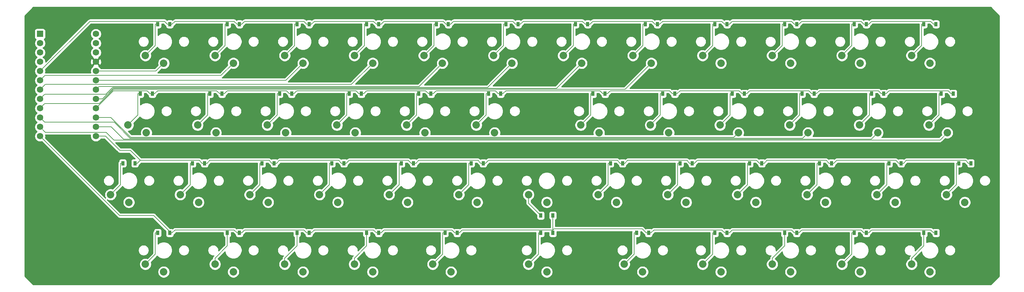
<source format=gbr>
%TF.GenerationSoftware,KiCad,Pcbnew,(5.1.6-0-10_14)*%
%TF.CreationDate,2020-06-23T09:17:44+08:00*%
%TF.ProjectId,Charming,43686172-6d69-46e6-972e-6b696361645f,v1.2*%
%TF.SameCoordinates,Original*%
%TF.FileFunction,Copper,L1,Top*%
%TF.FilePolarity,Positive*%
%FSLAX46Y46*%
G04 Gerber Fmt 4.6, Leading zero omitted, Abs format (unit mm)*
G04 Created by KiCad (PCBNEW (5.1.6-0-10_14)) date 2020-06-23 09:17:44*
%MOMM*%
%LPD*%
G01*
G04 APERTURE LIST*
%TA.AperFunction,ComponentPad*%
%ADD10C,2.032000*%
%TD*%
%TA.AperFunction,ComponentPad*%
%ADD11C,1.752600*%
%TD*%
%TA.AperFunction,ComponentPad*%
%ADD12R,1.752600X1.752600*%
%TD*%
%TA.AperFunction,SMDPad,CuDef*%
%ADD13R,0.900000X1.200000*%
%TD*%
%TA.AperFunction,Conductor*%
%ADD14C,0.127000*%
%TD*%
%TA.AperFunction,Conductor*%
%ADD15C,0.254000*%
%TD*%
G04 APERTURE END LIST*
D10*
%TO.P,SW42,1*%
%TO.N,col5*%
X157750000Y-112525000D03*
%TO.P,SW42,2*%
%TO.N,Net-(D42-Pad2)*%
X152750000Y-110425000D03*
%TD*%
D11*
%TO.P,U1,24*%
%TO.N,N/C*%
X34745000Y-66530000D03*
%TO.P,U1,12*%
%TO.N,row3*%
X19505000Y-94470000D03*
%TO.P,U1,23*%
%TO.N,GND*%
X34745000Y-69070000D03*
%TO.P,U1,22*%
%TO.N,N/C*%
X34745000Y-71610000D03*
%TO.P,U1,21*%
%TO.N,VCC*%
X34745000Y-74150000D03*
%TO.P,U1,20*%
%TO.N,col0*%
X34745000Y-76690000D03*
%TO.P,U1,19*%
%TO.N,col2*%
X34745000Y-79230000D03*
%TO.P,U1,18*%
%TO.N,col4*%
X34745000Y-81770000D03*
%TO.P,U1,17*%
%TO.N,col6*%
X34745000Y-84310000D03*
%TO.P,U1,16*%
%TO.N,row1*%
X34745000Y-86850000D03*
%TO.P,U1,15*%
%TO.N,col8*%
X34745000Y-89390000D03*
%TO.P,U1,14*%
%TO.N,col10*%
X34745000Y-91930000D03*
%TO.P,U1,13*%
%TO.N,row2*%
X34745000Y-94470000D03*
%TO.P,U1,11*%
%TO.N,col11*%
X19505000Y-91930000D03*
%TO.P,U1,10*%
%TO.N,col9*%
X19505000Y-89390000D03*
%TO.P,U1,9*%
%TO.N,col7*%
X19505000Y-86850000D03*
%TO.P,U1,8*%
%TO.N,col5*%
X19505000Y-84310000D03*
%TO.P,U1,7*%
%TO.N,col3*%
X19505000Y-81770000D03*
%TO.P,U1,6*%
%TO.N,col1*%
X19505000Y-79230000D03*
%TO.P,U1,5*%
%TO.N,row0*%
X19505000Y-76690000D03*
%TO.P,U1,4*%
%TO.N,GND*%
X19505000Y-74150000D03*
%TO.P,U1,3*%
X19505000Y-71610000D03*
%TO.P,U1,2*%
%TO.N,N/C*%
X19505000Y-69070000D03*
D12*
%TO.P,U1,1*%
X19505000Y-66530000D03*
%TD*%
D10*
%TO.P,SW32,1*%
%TO.N,col7*%
X195750000Y-112525000D03*
%TO.P,SW32,2*%
%TO.N,Net-(D32-Pad2)*%
X190750000Y-110425000D03*
%TD*%
%TO.P,SW33,1*%
%TO.N,col8*%
X214750000Y-112525000D03*
%TO.P,SW33,2*%
%TO.N,Net-(D33-Pad2)*%
X209750000Y-110425000D03*
%TD*%
%TO.P,SW48,1*%
%TO.N,col11*%
X262250000Y-131525000D03*
%TO.P,SW48,2*%
%TO.N,Net-(D48-Pad2)*%
X257250000Y-129425000D03*
%TD*%
%TO.P,SW47,1*%
%TO.N,col10*%
X243250000Y-131525000D03*
%TO.P,SW47,2*%
%TO.N,Net-(D47-Pad2)*%
X238250000Y-129425000D03*
%TD*%
%TO.P,SW46,1*%
%TO.N,col9*%
X224250000Y-131525000D03*
%TO.P,SW46,2*%
%TO.N,Net-(D46-Pad2)*%
X219250000Y-129425000D03*
%TD*%
%TO.P,SW45,1*%
%TO.N,col8*%
X205250000Y-131525000D03*
%TO.P,SW45,2*%
%TO.N,Net-(D45-Pad2)*%
X200250000Y-129425000D03*
%TD*%
%TO.P,SW44,1*%
%TO.N,col7*%
X183875000Y-131525000D03*
%TO.P,SW44,2*%
%TO.N,Net-(D44-Pad2)*%
X178875000Y-129425000D03*
%TD*%
%TO.P,SW43,1*%
%TO.N,col6*%
X157750000Y-131525000D03*
%TO.P,SW43,2*%
%TO.N,Net-(D43-Pad2)*%
X152750000Y-129425000D03*
%TD*%
%TO.P,SW41,1*%
%TO.N,col4*%
X131625000Y-131525000D03*
%TO.P,SW41,2*%
%TO.N,Net-(D41-Pad2)*%
X126625000Y-129425000D03*
%TD*%
%TO.P,SW40,1*%
%TO.N,col3*%
X110250000Y-131525000D03*
%TO.P,SW40,2*%
%TO.N,Net-(D40-Pad2)*%
X105250000Y-129425000D03*
%TD*%
%TO.P,SW39,1*%
%TO.N,col2*%
X91250000Y-131525000D03*
%TO.P,SW39,2*%
%TO.N,Net-(D39-Pad2)*%
X86250000Y-129425000D03*
%TD*%
%TO.P,SW38,1*%
%TO.N,col1*%
X72250000Y-131525000D03*
%TO.P,SW38,2*%
%TO.N,Net-(D38-Pad2)*%
X67250000Y-129425000D03*
%TD*%
%TO.P,SW37,1*%
%TO.N,col0*%
X53250000Y-131525000D03*
%TO.P,SW37,2*%
%TO.N,Net-(D37-Pad2)*%
X48250000Y-129425000D03*
%TD*%
%TO.P,SW36,1*%
%TO.N,col11*%
X271750000Y-112525000D03*
%TO.P,SW36,2*%
%TO.N,Net-(D36-Pad2)*%
X266750000Y-110425000D03*
%TD*%
%TO.P,SW35,1*%
%TO.N,col10*%
X252750000Y-112525000D03*
%TO.P,SW35,2*%
%TO.N,Net-(D35-Pad2)*%
X247750000Y-110425000D03*
%TD*%
%TO.P,SW34,1*%
%TO.N,col9*%
X233750000Y-112525000D03*
%TO.P,SW34,2*%
%TO.N,Net-(D34-Pad2)*%
X228750000Y-110425000D03*
%TD*%
%TO.P,SW31,1*%
%TO.N,col6*%
X176750000Y-112525000D03*
%TO.P,SW31,2*%
%TO.N,Net-(D31-Pad2)*%
X171750000Y-110425000D03*
%TD*%
%TO.P,SW30,1*%
%TO.N,col5*%
X138750000Y-112525000D03*
%TO.P,SW30,2*%
%TO.N,Net-(D30-Pad2)*%
X133750000Y-110425000D03*
%TD*%
%TO.P,SW29,1*%
%TO.N,col4*%
X119750000Y-112525000D03*
%TO.P,SW29,2*%
%TO.N,Net-(D29-Pad2)*%
X114750000Y-110425000D03*
%TD*%
%TO.P,SW28,1*%
%TO.N,col3*%
X100750000Y-112525000D03*
%TO.P,SW28,2*%
%TO.N,Net-(D28-Pad2)*%
X95750000Y-110425000D03*
%TD*%
%TO.P,SW27,1*%
%TO.N,col2*%
X81750000Y-112525000D03*
%TO.P,SW27,2*%
%TO.N,Net-(D27-Pad2)*%
X76750000Y-110425000D03*
%TD*%
%TO.P,SW26,1*%
%TO.N,col1*%
X62750000Y-112525000D03*
%TO.P,SW26,2*%
%TO.N,Net-(D26-Pad2)*%
X57750000Y-110425000D03*
%TD*%
%TO.P,SW25,1*%
%TO.N,col0*%
X43750000Y-112525000D03*
%TO.P,SW25,2*%
%TO.N,Net-(D25-Pad2)*%
X38750000Y-110425000D03*
%TD*%
%TO.P,SW24,1*%
%TO.N,col11*%
X267000000Y-93525000D03*
%TO.P,SW24,2*%
%TO.N,Net-(D24-Pad2)*%
X262000000Y-91425000D03*
%TD*%
%TO.P,SW23,1*%
%TO.N,col10*%
X248000000Y-93525000D03*
%TO.P,SW23,2*%
%TO.N,Net-(D23-Pad2)*%
X243000000Y-91425000D03*
%TD*%
%TO.P,SW22,1*%
%TO.N,col9*%
X229000000Y-93525000D03*
%TO.P,SW22,2*%
%TO.N,Net-(D22-Pad2)*%
X224000000Y-91425000D03*
%TD*%
%TO.P,SW21,1*%
%TO.N,col8*%
X210000000Y-93525000D03*
%TO.P,SW21,2*%
%TO.N,Net-(D21-Pad2)*%
X205000000Y-91425000D03*
%TD*%
%TO.P,SW20,1*%
%TO.N,col7*%
X191000000Y-93525000D03*
%TO.P,SW20,2*%
%TO.N,Net-(D20-Pad2)*%
X186000000Y-91425000D03*
%TD*%
%TO.P,SW19,1*%
%TO.N,col6*%
X172000000Y-93525000D03*
%TO.P,SW19,2*%
%TO.N,Net-(D19-Pad2)*%
X167000000Y-91425000D03*
%TD*%
%TO.P,SW18,1*%
%TO.N,col5*%
X143500000Y-93525000D03*
%TO.P,SW18,2*%
%TO.N,Net-(D18-Pad2)*%
X138500000Y-91425000D03*
%TD*%
%TO.P,SW17,1*%
%TO.N,col4*%
X124500000Y-93525000D03*
%TO.P,SW17,2*%
%TO.N,Net-(D17-Pad2)*%
X119500000Y-91425000D03*
%TD*%
%TO.P,SW16,1*%
%TO.N,col3*%
X105500000Y-93525000D03*
%TO.P,SW16,2*%
%TO.N,Net-(D16-Pad2)*%
X100500000Y-91425000D03*
%TD*%
%TO.P,SW15,1*%
%TO.N,col2*%
X86500000Y-93525000D03*
%TO.P,SW15,2*%
%TO.N,Net-(D15-Pad2)*%
X81500000Y-91425000D03*
%TD*%
%TO.P,SW14,1*%
%TO.N,col1*%
X67500000Y-93525000D03*
%TO.P,SW14,2*%
%TO.N,Net-(D14-Pad2)*%
X62500000Y-91425000D03*
%TD*%
%TO.P,SW13,1*%
%TO.N,col0*%
X48500000Y-93525000D03*
%TO.P,SW13,2*%
%TO.N,Net-(D13-Pad2)*%
X43500000Y-91425000D03*
%TD*%
%TO.P,SW12,1*%
%TO.N,col11*%
X262250000Y-74525000D03*
%TO.P,SW12,2*%
%TO.N,Net-(D12-Pad2)*%
X257250000Y-72425000D03*
%TD*%
%TO.P,SW11,1*%
%TO.N,col10*%
X243250000Y-74525000D03*
%TO.P,SW11,2*%
%TO.N,Net-(D11-Pad2)*%
X238250000Y-72425000D03*
%TD*%
%TO.P,SW10,1*%
%TO.N,col9*%
X224250000Y-74525000D03*
%TO.P,SW10,2*%
%TO.N,Net-(D10-Pad2)*%
X219250000Y-72425000D03*
%TD*%
%TO.P,SW9,1*%
%TO.N,col8*%
X205250000Y-74525000D03*
%TO.P,SW9,2*%
%TO.N,Net-(D9-Pad2)*%
X200250000Y-72425000D03*
%TD*%
%TO.P,SW8,1*%
%TO.N,col7*%
X186250000Y-74525000D03*
%TO.P,SW8,2*%
%TO.N,Net-(D8-Pad2)*%
X181250000Y-72425000D03*
%TD*%
%TO.P,SW7,1*%
%TO.N,col6*%
X167250000Y-74525000D03*
%TO.P,SW7,2*%
%TO.N,Net-(D7-Pad2)*%
X162250000Y-72425000D03*
%TD*%
%TO.P,SW6,1*%
%TO.N,col5*%
X148250000Y-74525000D03*
%TO.P,SW6,2*%
%TO.N,Net-(D6-Pad2)*%
X143250000Y-72425000D03*
%TD*%
%TO.P,SW5,1*%
%TO.N,col4*%
X129250000Y-74525000D03*
%TO.P,SW5,2*%
%TO.N,Net-(D5-Pad2)*%
X124250000Y-72425000D03*
%TD*%
%TO.P,SW4,1*%
%TO.N,col3*%
X110250000Y-74525000D03*
%TO.P,SW4,2*%
%TO.N,Net-(D4-Pad2)*%
X105250000Y-72425000D03*
%TD*%
%TO.P,SW3,1*%
%TO.N,col2*%
X91250000Y-74525000D03*
%TO.P,SW3,2*%
%TO.N,Net-(D3-Pad2)*%
X86250000Y-72425000D03*
%TD*%
%TO.P,SW2,1*%
%TO.N,col1*%
X72250000Y-74525000D03*
%TO.P,SW2,2*%
%TO.N,Net-(D2-Pad2)*%
X67250000Y-72425000D03*
%TD*%
%TO.P,SW1,1*%
%TO.N,col0*%
X53250000Y-74525000D03*
%TO.P,SW1,2*%
%TO.N,Net-(D1-Pad2)*%
X48250000Y-72425000D03*
%TD*%
D13*
%TO.P,D48,2*%
%TO.N,Net-(D48-Pad2)*%
X260600000Y-120875000D03*
%TO.P,D48,1*%
%TO.N,row3*%
X263900000Y-120875000D03*
%TD*%
%TO.P,D47,2*%
%TO.N,Net-(D47-Pad2)*%
X241600000Y-120875000D03*
%TO.P,D47,1*%
%TO.N,row3*%
X244900000Y-120875000D03*
%TD*%
%TO.P,D46,2*%
%TO.N,Net-(D46-Pad2)*%
X222600000Y-120875000D03*
%TO.P,D46,1*%
%TO.N,row3*%
X225900000Y-120875000D03*
%TD*%
%TO.P,D45,2*%
%TO.N,Net-(D45-Pad2)*%
X203600000Y-120875000D03*
%TO.P,D45,1*%
%TO.N,row3*%
X206900000Y-120875000D03*
%TD*%
%TO.P,D44,2*%
%TO.N,Net-(D44-Pad2)*%
X182225000Y-120875000D03*
%TO.P,D44,1*%
%TO.N,row3*%
X185525000Y-120875000D03*
%TD*%
%TO.P,D43,2*%
%TO.N,Net-(D43-Pad2)*%
X156100000Y-120875000D03*
%TO.P,D43,1*%
%TO.N,row3*%
X159400000Y-120875000D03*
%TD*%
%TO.P,D42,2*%
%TO.N,Net-(D42-Pad2)*%
X156100000Y-116125000D03*
%TO.P,D42,1*%
%TO.N,row3*%
X159400000Y-116125000D03*
%TD*%
%TO.P,D41,2*%
%TO.N,Net-(D41-Pad2)*%
X129975000Y-120875000D03*
%TO.P,D41,1*%
%TO.N,row3*%
X133275000Y-120875000D03*
%TD*%
%TO.P,D40,2*%
%TO.N,Net-(D40-Pad2)*%
X108600000Y-120875000D03*
%TO.P,D40,1*%
%TO.N,row3*%
X111900000Y-120875000D03*
%TD*%
%TO.P,D39,2*%
%TO.N,Net-(D39-Pad2)*%
X89600000Y-120875000D03*
%TO.P,D39,1*%
%TO.N,row3*%
X92900000Y-120875000D03*
%TD*%
%TO.P,D38,2*%
%TO.N,Net-(D38-Pad2)*%
X70600000Y-120875000D03*
%TO.P,D38,1*%
%TO.N,row3*%
X73900000Y-120875000D03*
%TD*%
%TO.P,D37,2*%
%TO.N,Net-(D37-Pad2)*%
X51600000Y-120875000D03*
%TO.P,D37,1*%
%TO.N,row3*%
X54900000Y-120875000D03*
%TD*%
%TO.P,D36,2*%
%TO.N,Net-(D36-Pad2)*%
X270100000Y-101875000D03*
%TO.P,D36,1*%
%TO.N,row2*%
X273400000Y-101875000D03*
%TD*%
%TO.P,D35,2*%
%TO.N,Net-(D35-Pad2)*%
X251100000Y-101875000D03*
%TO.P,D35,1*%
%TO.N,row2*%
X254400000Y-101875000D03*
%TD*%
%TO.P,D34,2*%
%TO.N,Net-(D34-Pad2)*%
X232100000Y-101875000D03*
%TO.P,D34,1*%
%TO.N,row2*%
X235400000Y-101875000D03*
%TD*%
%TO.P,D33,2*%
%TO.N,Net-(D33-Pad2)*%
X213100000Y-101875000D03*
%TO.P,D33,1*%
%TO.N,row2*%
X216400000Y-101875000D03*
%TD*%
%TO.P,D32,2*%
%TO.N,Net-(D32-Pad2)*%
X194100000Y-101875000D03*
%TO.P,D32,1*%
%TO.N,row2*%
X197400000Y-101875000D03*
%TD*%
%TO.P,D31,2*%
%TO.N,Net-(D31-Pad2)*%
X175100000Y-101875000D03*
%TO.P,D31,1*%
%TO.N,row2*%
X178400000Y-101875000D03*
%TD*%
%TO.P,D30,2*%
%TO.N,Net-(D30-Pad2)*%
X137100000Y-101875000D03*
%TO.P,D30,1*%
%TO.N,row2*%
X140400000Y-101875000D03*
%TD*%
%TO.P,D29,2*%
%TO.N,Net-(D29-Pad2)*%
X118100000Y-101875000D03*
%TO.P,D29,1*%
%TO.N,row2*%
X121400000Y-101875000D03*
%TD*%
%TO.P,D28,2*%
%TO.N,Net-(D28-Pad2)*%
X99100000Y-101875000D03*
%TO.P,D28,1*%
%TO.N,row2*%
X102400000Y-101875000D03*
%TD*%
%TO.P,D27,2*%
%TO.N,Net-(D27-Pad2)*%
X80100000Y-101875000D03*
%TO.P,D27,1*%
%TO.N,row2*%
X83400000Y-101875000D03*
%TD*%
%TO.P,D26,2*%
%TO.N,Net-(D26-Pad2)*%
X61100000Y-101875000D03*
%TO.P,D26,1*%
%TO.N,row2*%
X64400000Y-101875000D03*
%TD*%
%TO.P,D25,2*%
%TO.N,Net-(D25-Pad2)*%
X42100000Y-101875000D03*
%TO.P,D25,1*%
%TO.N,row2*%
X45400000Y-101875000D03*
%TD*%
%TO.P,D24,2*%
%TO.N,Net-(D24-Pad2)*%
X265350000Y-82875000D03*
%TO.P,D24,1*%
%TO.N,row1*%
X268650000Y-82875000D03*
%TD*%
%TO.P,D23,2*%
%TO.N,Net-(D23-Pad2)*%
X246350000Y-82875000D03*
%TO.P,D23,1*%
%TO.N,row1*%
X249650000Y-82875000D03*
%TD*%
%TO.P,D22,2*%
%TO.N,Net-(D22-Pad2)*%
X227350000Y-82875000D03*
%TO.P,D22,1*%
%TO.N,row1*%
X230650000Y-82875000D03*
%TD*%
%TO.P,D21,2*%
%TO.N,Net-(D21-Pad2)*%
X208350000Y-82875000D03*
%TO.P,D21,1*%
%TO.N,row1*%
X211650000Y-82875000D03*
%TD*%
%TO.P,D20,2*%
%TO.N,Net-(D20-Pad2)*%
X189350000Y-82875000D03*
%TO.P,D20,1*%
%TO.N,row1*%
X192650000Y-82875000D03*
%TD*%
%TO.P,D19,2*%
%TO.N,Net-(D19-Pad2)*%
X170350000Y-82875000D03*
%TO.P,D19,1*%
%TO.N,row1*%
X173650000Y-82875000D03*
%TD*%
%TO.P,D18,2*%
%TO.N,Net-(D18-Pad2)*%
X141850000Y-82875000D03*
%TO.P,D18,1*%
%TO.N,row1*%
X145150000Y-82875000D03*
%TD*%
%TO.P,D17,2*%
%TO.N,Net-(D17-Pad2)*%
X122850000Y-82875000D03*
%TO.P,D17,1*%
%TO.N,row1*%
X126150000Y-82875000D03*
%TD*%
%TO.P,D16,2*%
%TO.N,Net-(D16-Pad2)*%
X103850000Y-82875000D03*
%TO.P,D16,1*%
%TO.N,row1*%
X107150000Y-82875000D03*
%TD*%
%TO.P,D15,2*%
%TO.N,Net-(D15-Pad2)*%
X84850000Y-82875000D03*
%TO.P,D15,1*%
%TO.N,row1*%
X88150000Y-82875000D03*
%TD*%
%TO.P,D14,2*%
%TO.N,Net-(D14-Pad2)*%
X65850000Y-82875000D03*
%TO.P,D14,1*%
%TO.N,row1*%
X69150000Y-82875000D03*
%TD*%
%TO.P,D13,2*%
%TO.N,Net-(D13-Pad2)*%
X46850000Y-82875000D03*
%TO.P,D13,1*%
%TO.N,row1*%
X50150000Y-82875000D03*
%TD*%
%TO.P,D12,2*%
%TO.N,Net-(D12-Pad2)*%
X260600000Y-63875000D03*
%TO.P,D12,1*%
%TO.N,row0*%
X263900000Y-63875000D03*
%TD*%
%TO.P,D11,2*%
%TO.N,Net-(D11-Pad2)*%
X241600000Y-63875000D03*
%TO.P,D11,1*%
%TO.N,row0*%
X244900000Y-63875000D03*
%TD*%
%TO.P,D10,2*%
%TO.N,Net-(D10-Pad2)*%
X222600000Y-63875000D03*
%TO.P,D10,1*%
%TO.N,row0*%
X225900000Y-63875000D03*
%TD*%
%TO.P,D9,2*%
%TO.N,Net-(D9-Pad2)*%
X203600000Y-63875000D03*
%TO.P,D9,1*%
%TO.N,row0*%
X206900000Y-63875000D03*
%TD*%
%TO.P,D8,2*%
%TO.N,Net-(D8-Pad2)*%
X184600000Y-63875000D03*
%TO.P,D8,1*%
%TO.N,row0*%
X187900000Y-63875000D03*
%TD*%
%TO.P,D7,2*%
%TO.N,Net-(D7-Pad2)*%
X165600000Y-63875000D03*
%TO.P,D7,1*%
%TO.N,row0*%
X168900000Y-63875000D03*
%TD*%
%TO.P,D6,2*%
%TO.N,Net-(D6-Pad2)*%
X146600000Y-63875000D03*
%TO.P,D6,1*%
%TO.N,row0*%
X149900000Y-63875000D03*
%TD*%
%TO.P,D5,2*%
%TO.N,Net-(D5-Pad2)*%
X127600000Y-63875000D03*
%TO.P,D5,1*%
%TO.N,row0*%
X130900000Y-63875000D03*
%TD*%
%TO.P,D4,2*%
%TO.N,Net-(D4-Pad2)*%
X108600000Y-63875000D03*
%TO.P,D4,1*%
%TO.N,row0*%
X111900000Y-63875000D03*
%TD*%
%TO.P,D3,2*%
%TO.N,Net-(D3-Pad2)*%
X89600000Y-63875000D03*
%TO.P,D3,1*%
%TO.N,row0*%
X92900000Y-63875000D03*
%TD*%
%TO.P,D2,2*%
%TO.N,Net-(D2-Pad2)*%
X70600000Y-63875000D03*
%TO.P,D2,1*%
%TO.N,row0*%
X73900000Y-63875000D03*
%TD*%
%TO.P,D1,2*%
%TO.N,Net-(D1-Pad2)*%
X51600000Y-63875000D03*
%TO.P,D1,1*%
%TO.N,row0*%
X54900000Y-63875000D03*
%TD*%
D14*
%TO.N,Net-(D1-Pad2)*%
X51600000Y-63875000D02*
X50959200Y-63875000D01*
X50959200Y-63875000D02*
X50959200Y-69715800D01*
X50959200Y-69715800D02*
X48250000Y-72425000D01*
%TO.N,row0*%
X111900000Y-63875000D02*
X111259200Y-63875000D01*
X92900000Y-63875000D02*
X93540800Y-63875000D01*
X93540800Y-63875000D02*
X94331700Y-63084100D01*
X94331700Y-63084100D02*
X110468300Y-63084100D01*
X110468300Y-63084100D02*
X111259200Y-63875000D01*
X92579600Y-63875000D02*
X92900000Y-63875000D01*
X187900000Y-63875000D02*
X187259200Y-63875000D01*
X168900000Y-63875000D02*
X169540800Y-63875000D01*
X169540800Y-63875000D02*
X170331700Y-63084100D01*
X170331700Y-63084100D02*
X186468300Y-63084100D01*
X186468300Y-63084100D02*
X187259200Y-63875000D01*
X168579600Y-63875000D02*
X168900000Y-63875000D01*
X130900000Y-63875000D02*
X130259200Y-63875000D01*
X111900000Y-63875000D02*
X112540800Y-63875000D01*
X112540800Y-63875000D02*
X113331700Y-63084100D01*
X113331700Y-63084100D02*
X129468300Y-63084100D01*
X129468300Y-63084100D02*
X130259200Y-63875000D01*
X73900000Y-63875000D02*
X73259200Y-63875000D01*
X54900000Y-63875000D02*
X55540800Y-63875000D01*
X55540800Y-63875000D02*
X56331700Y-63084100D01*
X56331700Y-63084100D02*
X72468300Y-63084100D01*
X72468300Y-63084100D02*
X73259200Y-63875000D01*
X54579600Y-63875000D02*
X54900000Y-63875000D01*
X54579600Y-63875000D02*
X54259200Y-63875000D01*
X244900000Y-63875000D02*
X244259200Y-63875000D01*
X225900000Y-63875000D02*
X226540800Y-63875000D01*
X226540800Y-63875000D02*
X227331700Y-63084100D01*
X227331700Y-63084100D02*
X243468300Y-63084100D01*
X243468300Y-63084100D02*
X244259200Y-63875000D01*
X225579600Y-63875000D02*
X225900000Y-63875000D01*
X206900000Y-63875000D02*
X206259200Y-63875000D01*
X187900000Y-63875000D02*
X188540800Y-63875000D01*
X188540800Y-63875000D02*
X189331700Y-63084100D01*
X189331700Y-63084100D02*
X205468300Y-63084100D01*
X205468300Y-63084100D02*
X206259200Y-63875000D01*
X149900000Y-63875000D02*
X149259200Y-63875000D01*
X130900000Y-63875000D02*
X131540800Y-63875000D01*
X131540800Y-63875000D02*
X132331700Y-63084100D01*
X132331700Y-63084100D02*
X148468300Y-63084100D01*
X148468300Y-63084100D02*
X149259200Y-63875000D01*
X92579600Y-63875000D02*
X92259200Y-63875000D01*
X73900000Y-63875000D02*
X74540800Y-63875000D01*
X74540800Y-63875000D02*
X75331700Y-63084100D01*
X75331700Y-63084100D02*
X91468300Y-63084100D01*
X91468300Y-63084100D02*
X92259200Y-63875000D01*
X54259200Y-63875000D02*
X53468300Y-63084100D01*
X53468300Y-63084100D02*
X33110900Y-63084100D01*
X33110900Y-63084100D02*
X19505000Y-76690000D01*
X263900000Y-63875000D02*
X263259200Y-63875000D01*
X244900000Y-63875000D02*
X245540800Y-63875000D01*
X245540800Y-63875000D02*
X246331700Y-63084100D01*
X246331700Y-63084100D02*
X262468300Y-63084100D01*
X262468300Y-63084100D02*
X263259200Y-63875000D01*
X225579600Y-63875000D02*
X225259200Y-63875000D01*
X206900000Y-63875000D02*
X207540800Y-63875000D01*
X207540800Y-63875000D02*
X208331700Y-63084100D01*
X208331700Y-63084100D02*
X224468300Y-63084100D01*
X224468300Y-63084100D02*
X225259200Y-63875000D01*
X168579600Y-63875000D02*
X168259200Y-63875000D01*
X149900000Y-63875000D02*
X150540800Y-63875000D01*
X150540800Y-63875000D02*
X151331700Y-63084100D01*
X151331700Y-63084100D02*
X167468300Y-63084100D01*
X167468300Y-63084100D02*
X168259200Y-63875000D01*
%TO.N,Net-(D2-Pad2)*%
X70600000Y-63875000D02*
X69959200Y-63875000D01*
X69959200Y-63875000D02*
X69959200Y-69715800D01*
X69959200Y-69715800D02*
X67250000Y-72425000D01*
%TO.N,row1*%
X145150000Y-82875000D02*
X144509200Y-82875000D01*
X126150000Y-82875000D02*
X126790800Y-82875000D01*
X126790800Y-82875000D02*
X127581700Y-82084100D01*
X127581700Y-82084100D02*
X143718300Y-82084100D01*
X143718300Y-82084100D02*
X144509200Y-82875000D01*
X125829600Y-82875000D02*
X126150000Y-82875000D01*
X125829600Y-82875000D02*
X125509200Y-82875000D01*
X107150000Y-82875000D02*
X106509200Y-82875000D01*
X88150000Y-82875000D02*
X88790800Y-82875000D01*
X88790800Y-82875000D02*
X89581700Y-82084100D01*
X89581700Y-82084100D02*
X105718300Y-82084100D01*
X105718300Y-82084100D02*
X106509200Y-82875000D01*
X87829600Y-82875000D02*
X88150000Y-82875000D01*
X69150000Y-82875000D02*
X68509200Y-82875000D01*
X50150000Y-82875000D02*
X50790800Y-82875000D01*
X50790800Y-82875000D02*
X51581700Y-82084100D01*
X51581700Y-82084100D02*
X67718300Y-82084100D01*
X67718300Y-82084100D02*
X68509200Y-82875000D01*
X49829600Y-82875000D02*
X50150000Y-82875000D01*
X49829600Y-82875000D02*
X49509200Y-82875000D01*
X230650000Y-82875000D02*
X230009200Y-82875000D01*
X211650000Y-82875000D02*
X212290800Y-82875000D01*
X212290800Y-82875000D02*
X213081700Y-82084100D01*
X213081700Y-82084100D02*
X229218300Y-82084100D01*
X229218300Y-82084100D02*
X230009200Y-82875000D01*
X211329600Y-82875000D02*
X211650000Y-82875000D01*
X192650000Y-82875000D02*
X192009200Y-82875000D01*
X173650000Y-82875000D02*
X174290800Y-82875000D01*
X174290800Y-82875000D02*
X175081700Y-82084100D01*
X175081700Y-82084100D02*
X191218300Y-82084100D01*
X191218300Y-82084100D02*
X192009200Y-82875000D01*
X173329600Y-82875000D02*
X173650000Y-82875000D01*
X173329600Y-82875000D02*
X173009200Y-82875000D01*
X145150000Y-82875000D02*
X145790800Y-82875000D01*
X145790800Y-82875000D02*
X146581700Y-82084100D01*
X146581700Y-82084100D02*
X172218300Y-82084100D01*
X172218300Y-82084100D02*
X173009200Y-82875000D01*
X107150000Y-82875000D02*
X107790800Y-82875000D01*
X107790800Y-82875000D02*
X108581700Y-82084100D01*
X108581700Y-82084100D02*
X124718300Y-82084100D01*
X124718300Y-82084100D02*
X125509200Y-82875000D01*
X87829600Y-82875000D02*
X87509200Y-82875000D01*
X69150000Y-82875000D02*
X69790800Y-82875000D01*
X69790800Y-82875000D02*
X70581700Y-82084100D01*
X70581700Y-82084100D02*
X86718300Y-82084100D01*
X86718300Y-82084100D02*
X87509200Y-82875000D01*
X49509200Y-82875000D02*
X48718300Y-82084100D01*
X48718300Y-82084100D02*
X39510900Y-82084100D01*
X39510900Y-82084100D02*
X34745000Y-86850000D01*
X268650000Y-82875000D02*
X268009200Y-82875000D01*
X249650000Y-82875000D02*
X250290800Y-82875000D01*
X250290800Y-82875000D02*
X251081700Y-82084100D01*
X251081700Y-82084100D02*
X267218300Y-82084100D01*
X267218300Y-82084100D02*
X268009200Y-82875000D01*
X249329600Y-82875000D02*
X249650000Y-82875000D01*
X249329600Y-82875000D02*
X249009200Y-82875000D01*
X230650000Y-82875000D02*
X231290800Y-82875000D01*
X231290800Y-82875000D02*
X232081700Y-82084100D01*
X232081700Y-82084100D02*
X248218300Y-82084100D01*
X248218300Y-82084100D02*
X249009200Y-82875000D01*
X211329600Y-82875000D02*
X211009200Y-82875000D01*
X192650000Y-82875000D02*
X193290800Y-82875000D01*
X193290800Y-82875000D02*
X194081700Y-82084100D01*
X194081700Y-82084100D02*
X210218300Y-82084100D01*
X210218300Y-82084100D02*
X211009200Y-82875000D01*
%TO.N,Net-(D3-Pad2)*%
X89600000Y-63875000D02*
X88959200Y-63875000D01*
X88959200Y-63875000D02*
X88959200Y-69715800D01*
X88959200Y-69715800D02*
X86250000Y-72425000D01*
%TO.N,Net-(D4-Pad2)*%
X108600000Y-63875000D02*
X107959200Y-63875000D01*
X107959200Y-63875000D02*
X107959200Y-69715800D01*
X107959200Y-69715800D02*
X105250000Y-72425000D01*
%TO.N,col0*%
X53250000Y-74525000D02*
X51085000Y-76690000D01*
X51085000Y-76690000D02*
X34745000Y-76690000D01*
%TO.N,col1*%
X72250000Y-74525000D02*
X68900100Y-77874900D01*
X68900100Y-77874900D02*
X20860100Y-77874900D01*
X20860100Y-77874900D02*
X19505000Y-79230000D01*
%TO.N,row2*%
X197400000Y-101875000D02*
X196759200Y-101875000D01*
X178400000Y-101875000D02*
X179040800Y-101875000D01*
X179040800Y-101875000D02*
X179831700Y-101084100D01*
X179831700Y-101084100D02*
X195968300Y-101084100D01*
X195968300Y-101084100D02*
X196759200Y-101875000D01*
X178079600Y-101875000D02*
X178400000Y-101875000D01*
X102400000Y-101875000D02*
X101759200Y-101875000D01*
X83400000Y-101875000D02*
X84040800Y-101875000D01*
X84040800Y-101875000D02*
X84831700Y-101084100D01*
X84831700Y-101084100D02*
X100968300Y-101084100D01*
X100968300Y-101084100D02*
X101759200Y-101875000D01*
X83079600Y-101875000D02*
X83400000Y-101875000D01*
X254400000Y-101875000D02*
X253759200Y-101875000D01*
X235400000Y-101875000D02*
X236040800Y-101875000D01*
X236040800Y-101875000D02*
X236831700Y-101084100D01*
X236831700Y-101084100D02*
X252968300Y-101084100D01*
X252968300Y-101084100D02*
X253759200Y-101875000D01*
X235079600Y-101875000D02*
X235400000Y-101875000D01*
X216400000Y-101875000D02*
X215759200Y-101875000D01*
X197400000Y-101875000D02*
X198040800Y-101875000D01*
X198040800Y-101875000D02*
X198831700Y-101084100D01*
X198831700Y-101084100D02*
X214968300Y-101084100D01*
X214968300Y-101084100D02*
X215759200Y-101875000D01*
X140400000Y-101875000D02*
X139759200Y-101875000D01*
X121400000Y-101875000D02*
X122040800Y-101875000D01*
X122040800Y-101875000D02*
X122831700Y-101084100D01*
X122831700Y-101084100D02*
X138968300Y-101084100D01*
X138968300Y-101084100D02*
X139759200Y-101875000D01*
X121079600Y-101875000D02*
X121400000Y-101875000D01*
X121079600Y-101875000D02*
X120759200Y-101875000D01*
X102400000Y-101875000D02*
X103040800Y-101875000D01*
X103040800Y-101875000D02*
X103831700Y-101084100D01*
X103831700Y-101084100D02*
X119968300Y-101084100D01*
X119968300Y-101084100D02*
X120759200Y-101875000D01*
X83079600Y-101875000D02*
X82759200Y-101875000D01*
X64400000Y-101875000D02*
X65040800Y-101875000D01*
X65040800Y-101875000D02*
X65831700Y-101084100D01*
X65831700Y-101084100D02*
X81968300Y-101084100D01*
X81968300Y-101084100D02*
X82759200Y-101875000D01*
X37354200Y-94470000D02*
X34745000Y-94470000D01*
X178079600Y-101875000D02*
X177759200Y-101875000D01*
X140400000Y-101875000D02*
X141040800Y-101875000D01*
X141040800Y-101875000D02*
X141831700Y-101084100D01*
X141831700Y-101084100D02*
X176968300Y-101084100D01*
X176968300Y-101084100D02*
X177759200Y-101875000D01*
X273400000Y-101875000D02*
X272759200Y-101875000D01*
X254400000Y-101875000D02*
X255040800Y-101875000D01*
X255040800Y-101875000D02*
X255831700Y-101084100D01*
X255831700Y-101084100D02*
X271968300Y-101084100D01*
X271968300Y-101084100D02*
X272759200Y-101875000D01*
X235079600Y-101875000D02*
X234759200Y-101875000D01*
X216400000Y-101875000D02*
X217040800Y-101875000D01*
X217040800Y-101875000D02*
X217831700Y-101084100D01*
X217831700Y-101084100D02*
X233968300Y-101084100D01*
X233968300Y-101084100D02*
X234759200Y-101875000D01*
X46040800Y-101875000D02*
X45400000Y-101875000D01*
X46831700Y-101084100D02*
X46040800Y-101875000D01*
X62968300Y-101084100D02*
X46831700Y-101084100D01*
X63759200Y-101875000D02*
X62968300Y-101084100D01*
X64400000Y-101875000D02*
X63759200Y-101875000D01*
X37354200Y-94470000D02*
X41254200Y-98370000D01*
X44117600Y-98370000D02*
X46831700Y-101084100D01*
X41254200Y-98370000D02*
X44117600Y-98370000D01*
%TO.N,row3*%
X225900000Y-120875000D02*
X225259200Y-120875000D01*
X206900000Y-120875000D02*
X207540800Y-120875000D01*
X207540800Y-120875000D02*
X208331700Y-120084100D01*
X208331700Y-120084100D02*
X224468300Y-120084100D01*
X224468300Y-120084100D02*
X225259200Y-120875000D01*
X206579600Y-120875000D02*
X206900000Y-120875000D01*
X111900000Y-120875000D02*
X111259200Y-120875000D01*
X92900000Y-120875000D02*
X93540800Y-120875000D01*
X93540800Y-120875000D02*
X94331700Y-120084100D01*
X94331700Y-120084100D02*
X110468300Y-120084100D01*
X110468300Y-120084100D02*
X111259200Y-120875000D01*
X92579600Y-120875000D02*
X92900000Y-120875000D01*
X263900000Y-120875000D02*
X263259200Y-120875000D01*
X244900000Y-120875000D02*
X245540800Y-120875000D01*
X245540800Y-120875000D02*
X246337200Y-120078600D01*
X246337200Y-120078600D02*
X262462800Y-120078600D01*
X262462800Y-120078600D02*
X263259200Y-120875000D01*
X244579600Y-120875000D02*
X244900000Y-120875000D01*
X244579600Y-120875000D02*
X244259200Y-120875000D01*
X225900000Y-120875000D02*
X226540800Y-120875000D01*
X226540800Y-120875000D02*
X227331700Y-120084100D01*
X227331700Y-120084100D02*
X243468300Y-120084100D01*
X243468300Y-120084100D02*
X244259200Y-120875000D01*
X133915800Y-120875000D02*
X134706600Y-120084200D01*
X134706600Y-120084200D02*
X159400000Y-120084200D01*
X159400000Y-120084200D02*
X159691600Y-119792600D01*
X133275000Y-120875000D02*
X133915800Y-120875000D01*
X132954600Y-120875000D02*
X133275000Y-120875000D01*
X132954600Y-120875000D02*
X132634200Y-120875000D01*
X111900000Y-120875000D02*
X112540800Y-120875000D01*
X112540800Y-120875000D02*
X113331700Y-120084100D01*
X113331700Y-120084100D02*
X131843300Y-120084100D01*
X131843300Y-120084100D02*
X132634200Y-120875000D01*
X159691600Y-119792600D02*
X183801800Y-119792600D01*
X183801800Y-119792600D02*
X184884200Y-120875000D01*
X185525000Y-120875000D02*
X184884200Y-120875000D01*
X92579600Y-120875000D02*
X92259200Y-120875000D01*
X55220400Y-120875000D02*
X50485800Y-116140400D01*
X50485800Y-116140400D02*
X41175400Y-116140400D01*
X41175400Y-116140400D02*
X19505000Y-94470000D01*
X55220400Y-120875000D02*
X55540800Y-120875000D01*
X54900000Y-120875000D02*
X55220400Y-120875000D01*
X73900000Y-120875000D02*
X73259200Y-120875000D01*
X55540800Y-120875000D02*
X56331700Y-120084100D01*
X56331700Y-120084100D02*
X72468300Y-120084100D01*
X72468300Y-120084100D02*
X73259200Y-120875000D01*
X206579600Y-120875000D02*
X206259200Y-120875000D01*
X185525000Y-120875000D02*
X186165800Y-120875000D01*
X186165800Y-120875000D02*
X186956700Y-120084100D01*
X186956700Y-120084100D02*
X205468300Y-120084100D01*
X205468300Y-120084100D02*
X206259200Y-120875000D01*
X73900000Y-120875000D02*
X74540800Y-120875000D01*
X74540800Y-120875000D02*
X75331700Y-120084100D01*
X75331700Y-120084100D02*
X91468300Y-120084100D01*
X91468300Y-120084100D02*
X92259200Y-120875000D01*
X159400000Y-120875000D02*
X159400000Y-120084200D01*
X159400000Y-120084200D02*
X159400000Y-116125000D01*
%TO.N,Net-(D5-Pad2)*%
X127600000Y-63875000D02*
X126959200Y-63875000D01*
X126959200Y-63875000D02*
X126959200Y-69715800D01*
X126959200Y-69715800D02*
X124250000Y-72425000D01*
%TO.N,Net-(D6-Pad2)*%
X146600000Y-63875000D02*
X145959200Y-63875000D01*
X145959200Y-63875000D02*
X145959200Y-69715800D01*
X145959200Y-69715800D02*
X143250000Y-72425000D01*
%TO.N,Net-(D7-Pad2)*%
X165600000Y-63875000D02*
X164959200Y-63875000D01*
X164959200Y-63875000D02*
X164959200Y-69715800D01*
X164959200Y-69715800D02*
X162250000Y-72425000D01*
%TO.N,Net-(D8-Pad2)*%
X184600000Y-63875000D02*
X183959200Y-63875000D01*
X183959200Y-63875000D02*
X183959200Y-69715800D01*
X183959200Y-69715800D02*
X181250000Y-72425000D01*
%TO.N,Net-(D9-Pad2)*%
X203600000Y-63875000D02*
X202959200Y-63875000D01*
X202959200Y-63875000D02*
X202959200Y-69715800D01*
X202959200Y-69715800D02*
X200250000Y-72425000D01*
%TO.N,Net-(D10-Pad2)*%
X222600000Y-63875000D02*
X221959200Y-63875000D01*
X221959200Y-63875000D02*
X221959200Y-69715800D01*
X221959200Y-69715800D02*
X219250000Y-72425000D01*
%TO.N,Net-(D11-Pad2)*%
X241600000Y-63875000D02*
X240959200Y-63875000D01*
X240959200Y-63875000D02*
X240959200Y-69715800D01*
X240959200Y-69715800D02*
X238250000Y-72425000D01*
%TO.N,Net-(D12-Pad2)*%
X260600000Y-63875000D02*
X259959200Y-63875000D01*
X259959200Y-63875000D02*
X259959200Y-69715800D01*
X259959200Y-69715800D02*
X257250000Y-72425000D01*
%TO.N,Net-(D13-Pad2)*%
X46850000Y-82875000D02*
X46209200Y-82875000D01*
X46209200Y-82875000D02*
X46209200Y-88715800D01*
X46209200Y-88715800D02*
X43500000Y-91425000D01*
%TO.N,Net-(D14-Pad2)*%
X65850000Y-82875000D02*
X65209200Y-82875000D01*
X65209200Y-82875000D02*
X65209200Y-88715800D01*
X65209200Y-88715800D02*
X62500000Y-91425000D01*
%TO.N,Net-(D15-Pad2)*%
X84850000Y-82875000D02*
X84209200Y-82875000D01*
X84209200Y-82875000D02*
X84209200Y-88715800D01*
X84209200Y-88715800D02*
X81500000Y-91425000D01*
%TO.N,Net-(D16-Pad2)*%
X103850000Y-82875000D02*
X103209200Y-82875000D01*
X103209200Y-82875000D02*
X103209200Y-88715800D01*
X103209200Y-88715800D02*
X100500000Y-91425000D01*
%TO.N,Net-(D17-Pad2)*%
X122850000Y-82875000D02*
X122209200Y-82875000D01*
X122209200Y-82875000D02*
X122209200Y-88715800D01*
X122209200Y-88715800D02*
X119500000Y-91425000D01*
%TO.N,Net-(D18-Pad2)*%
X141850000Y-82875000D02*
X141209200Y-82875000D01*
X141209200Y-82875000D02*
X141209200Y-88715800D01*
X141209200Y-88715800D02*
X138500000Y-91425000D01*
%TO.N,Net-(D19-Pad2)*%
X170350000Y-82875000D02*
X169709200Y-82875000D01*
X169709200Y-82875000D02*
X169709200Y-88715800D01*
X169709200Y-88715800D02*
X167000000Y-91425000D01*
%TO.N,Net-(D20-Pad2)*%
X189350000Y-82875000D02*
X188709200Y-82875000D01*
X188709200Y-82875000D02*
X188709200Y-88715800D01*
X188709200Y-88715800D02*
X186000000Y-91425000D01*
%TO.N,Net-(D21-Pad2)*%
X208350000Y-82875000D02*
X207709200Y-82875000D01*
X207709200Y-82875000D02*
X207709200Y-88715800D01*
X207709200Y-88715800D02*
X205000000Y-91425000D01*
%TO.N,Net-(D22-Pad2)*%
X227350000Y-82875000D02*
X226709200Y-82875000D01*
X226709200Y-82875000D02*
X226709200Y-88715800D01*
X226709200Y-88715800D02*
X224000000Y-91425000D01*
%TO.N,Net-(D23-Pad2)*%
X246350000Y-82875000D02*
X245709200Y-82875000D01*
X245709200Y-82875000D02*
X245709200Y-88715800D01*
X245709200Y-88715800D02*
X243000000Y-91425000D01*
%TO.N,Net-(D24-Pad2)*%
X265350000Y-82875000D02*
X264709200Y-82875000D01*
X264709200Y-82875000D02*
X264709200Y-88715800D01*
X264709200Y-88715800D02*
X262000000Y-91425000D01*
%TO.N,Net-(D25-Pad2)*%
X42100000Y-101875000D02*
X41459200Y-101875000D01*
X41459200Y-101875000D02*
X41459200Y-107715800D01*
X41459200Y-107715800D02*
X38750000Y-110425000D01*
%TO.N,Net-(D26-Pad2)*%
X61100000Y-101875000D02*
X60459200Y-101875000D01*
X60459200Y-101875000D02*
X60459200Y-107715800D01*
X60459200Y-107715800D02*
X57750000Y-110425000D01*
%TO.N,Net-(D27-Pad2)*%
X80100000Y-101875000D02*
X79459200Y-101875000D01*
X79459200Y-101875000D02*
X79459200Y-107715800D01*
X79459200Y-107715800D02*
X76750000Y-110425000D01*
%TO.N,Net-(D28-Pad2)*%
X99100000Y-101875000D02*
X98459200Y-101875000D01*
X98459200Y-101875000D02*
X98459200Y-107715800D01*
X98459200Y-107715800D02*
X95750000Y-110425000D01*
%TO.N,Net-(D29-Pad2)*%
X118100000Y-101875000D02*
X117459200Y-101875000D01*
X117459200Y-101875000D02*
X117459200Y-107715800D01*
X117459200Y-107715800D02*
X114750000Y-110425000D01*
%TO.N,Net-(D30-Pad2)*%
X137100000Y-101875000D02*
X136459200Y-101875000D01*
X136459200Y-101875000D02*
X136459200Y-107715800D01*
X136459200Y-107715800D02*
X133750000Y-110425000D01*
%TO.N,Net-(D31-Pad2)*%
X175100000Y-101875000D02*
X174459200Y-101875000D01*
X174459200Y-101875000D02*
X174459200Y-107715800D01*
X174459200Y-107715800D02*
X171750000Y-110425000D01*
%TO.N,Net-(D32-Pad2)*%
X194100000Y-101875000D02*
X193459200Y-101875000D01*
X193459200Y-101875000D02*
X193459200Y-107715800D01*
X193459200Y-107715800D02*
X190750000Y-110425000D01*
%TO.N,Net-(D33-Pad2)*%
X213100000Y-101875000D02*
X212459200Y-101875000D01*
X212459200Y-101875000D02*
X212459200Y-107715800D01*
X212459200Y-107715800D02*
X209750000Y-110425000D01*
%TO.N,Net-(D34-Pad2)*%
X232100000Y-101875000D02*
X231459200Y-101875000D01*
X231459200Y-101875000D02*
X231459200Y-107715800D01*
X231459200Y-107715800D02*
X228750000Y-110425000D01*
%TO.N,Net-(D35-Pad2)*%
X251100000Y-101875000D02*
X250459200Y-101875000D01*
X250459200Y-101875000D02*
X250459200Y-107715800D01*
X250459200Y-107715800D02*
X247750000Y-110425000D01*
%TO.N,Net-(D36-Pad2)*%
X270100000Y-101875000D02*
X269459200Y-101875000D01*
X269459200Y-101875000D02*
X269459200Y-107715800D01*
X269459200Y-107715800D02*
X266750000Y-110425000D01*
%TO.N,Net-(D37-Pad2)*%
X51600000Y-120875000D02*
X50959200Y-120875000D01*
X50959200Y-120875000D02*
X50959200Y-126715800D01*
X50959200Y-126715800D02*
X48250000Y-129425000D01*
%TO.N,Net-(D38-Pad2)*%
X70600000Y-120875000D02*
X70600000Y-124411800D01*
X70600000Y-124411800D02*
X67250000Y-127761800D01*
X67250000Y-127761800D02*
X67250000Y-129425000D01*
%TO.N,Net-(D39-Pad2)*%
X89600000Y-120875000D02*
X89600000Y-124411800D01*
X89600000Y-124411800D02*
X86250000Y-127761800D01*
X86250000Y-127761800D02*
X86250000Y-129425000D01*
%TO.N,Net-(D40-Pad2)*%
X108600000Y-120875000D02*
X108600000Y-124411800D01*
X108600000Y-124411800D02*
X105250000Y-127761800D01*
X105250000Y-127761800D02*
X105250000Y-129425000D01*
%TO.N,Net-(D41-Pad2)*%
X129975000Y-120875000D02*
X129334200Y-120875000D01*
X129334200Y-120875000D02*
X129334200Y-126715800D01*
X129334200Y-126715800D02*
X126625000Y-129425000D01*
%TO.N,Net-(D42-Pad2)*%
X152750000Y-112775000D02*
X156100000Y-116125000D01*
X152750000Y-110425000D02*
X152750000Y-112775000D01*
%TO.N,Net-(D43-Pad2)*%
X156100000Y-120875000D02*
X155459200Y-120875000D01*
X155459200Y-120875000D02*
X155459200Y-126715800D01*
X155459200Y-126715800D02*
X152750000Y-129425000D01*
%TO.N,Net-(D44-Pad2)*%
X182225000Y-120875000D02*
X181584200Y-120875000D01*
X181584200Y-120875000D02*
X181584200Y-126715800D01*
X181584200Y-126715800D02*
X178875000Y-129425000D01*
%TO.N,Net-(D45-Pad2)*%
X203600000Y-120875000D02*
X202959200Y-120875000D01*
X202959200Y-120875000D02*
X202959200Y-126715800D01*
X202959200Y-126715800D02*
X200250000Y-129425000D01*
%TO.N,Net-(D46-Pad2)*%
X222600000Y-120875000D02*
X222600000Y-124411800D01*
X222600000Y-124411800D02*
X219250000Y-127761800D01*
X219250000Y-127761800D02*
X219250000Y-129425000D01*
%TO.N,Net-(D47-Pad2)*%
X241600000Y-120875000D02*
X240959200Y-120875000D01*
X240959200Y-120875000D02*
X240959200Y-126715800D01*
X240959200Y-126715800D02*
X238250000Y-129425000D01*
%TO.N,Net-(D48-Pad2)*%
X260600000Y-120875000D02*
X260600000Y-124411800D01*
X260600000Y-124411800D02*
X257250000Y-127761800D01*
X257250000Y-127761800D02*
X257250000Y-129425000D01*
%TO.N,col2*%
X91250000Y-74525000D02*
X86545000Y-79230000D01*
X86545000Y-79230000D02*
X34745000Y-79230000D01*
%TO.N,col3*%
X110250000Y-74525000D02*
X104477800Y-80297200D01*
X104477800Y-80297200D02*
X20977800Y-80297200D01*
X20977800Y-80297200D02*
X19505000Y-81770000D01*
%TO.N,col4*%
X129250000Y-74525000D02*
X122873200Y-80901800D01*
X122873200Y-80901800D02*
X35613200Y-80901800D01*
X35613200Y-80901800D02*
X34745000Y-81770000D01*
%TO.N,col5*%
X148250000Y-74525000D02*
X141618900Y-81156100D01*
X141618900Y-81156100D02*
X39360000Y-81156100D01*
X39360000Y-81156100D02*
X37476100Y-83040000D01*
X37476100Y-83040000D02*
X20775000Y-83040000D01*
X20775000Y-83040000D02*
X19505000Y-84310000D01*
%TO.N,col6*%
X167250000Y-74525000D02*
X160364600Y-81410400D01*
X160364600Y-81410400D02*
X39465300Y-81410400D01*
X39465300Y-81410400D02*
X36565700Y-84310000D01*
X36565700Y-84310000D02*
X34745000Y-84310000D01*
%TO.N,col7*%
X186250000Y-74525000D02*
X179110300Y-81664700D01*
X179110300Y-81664700D02*
X39570600Y-81664700D01*
X39570600Y-81664700D02*
X35655300Y-85580000D01*
X35655300Y-85580000D02*
X20775000Y-85580000D01*
X20775000Y-85580000D02*
X19505000Y-86850000D01*
%TO.N,col8*%
X210000000Y-93525000D02*
X208787500Y-94737500D01*
X208787500Y-94737500D02*
X44206000Y-94737500D01*
X44206000Y-94737500D02*
X38858500Y-89390000D01*
X38858500Y-89390000D02*
X34745000Y-89390000D01*
%TO.N,col9*%
X229000000Y-93525000D02*
X227529600Y-94995400D01*
X227529600Y-94995400D02*
X44104200Y-94995400D01*
X44104200Y-94995400D02*
X39768800Y-90660000D01*
X39768800Y-90660000D02*
X20775000Y-90660000D01*
X20775000Y-90660000D02*
X19505000Y-89390000D01*
%TO.N,col10*%
X248000000Y-93525000D02*
X246275200Y-95249800D01*
X246275200Y-95249800D02*
X42263300Y-95249800D01*
X42263300Y-95249800D02*
X38943500Y-91930000D01*
X38943500Y-91930000D02*
X34745000Y-91930000D01*
%TO.N,col11*%
X267000000Y-93525000D02*
X265020800Y-95504200D01*
X265020800Y-95504200D02*
X39670700Y-95504200D01*
X39670700Y-95504200D02*
X37569300Y-93402800D01*
X37569300Y-93402800D02*
X20977800Y-93402800D01*
X20977800Y-93402800D02*
X19505000Y-91930000D01*
%TD*%
D15*
%TO.N,VCC*%
G36*
X281123000Y-61552606D02*
G01*
X281123000Y-132697394D01*
X278822394Y-134998000D01*
X17677606Y-134998000D01*
X15377000Y-132697394D01*
X15377000Y-131362391D01*
X51599000Y-131362391D01*
X51599000Y-131687609D01*
X51662447Y-132006579D01*
X51786903Y-132307042D01*
X51967585Y-132577451D01*
X52197549Y-132807415D01*
X52467958Y-132988097D01*
X52768421Y-133112553D01*
X53087391Y-133176000D01*
X53412609Y-133176000D01*
X53731579Y-133112553D01*
X54032042Y-132988097D01*
X54302451Y-132807415D01*
X54532415Y-132577451D01*
X54713097Y-132307042D01*
X54837553Y-132006579D01*
X54901000Y-131687609D01*
X54901000Y-131362391D01*
X70599000Y-131362391D01*
X70599000Y-131687609D01*
X70662447Y-132006579D01*
X70786903Y-132307042D01*
X70967585Y-132577451D01*
X71197549Y-132807415D01*
X71467958Y-132988097D01*
X71768421Y-133112553D01*
X72087391Y-133176000D01*
X72412609Y-133176000D01*
X72731579Y-133112553D01*
X73032042Y-132988097D01*
X73302451Y-132807415D01*
X73532415Y-132577451D01*
X73713097Y-132307042D01*
X73837553Y-132006579D01*
X73901000Y-131687609D01*
X73901000Y-131362391D01*
X89599000Y-131362391D01*
X89599000Y-131687609D01*
X89662447Y-132006579D01*
X89786903Y-132307042D01*
X89967585Y-132577451D01*
X90197549Y-132807415D01*
X90467958Y-132988097D01*
X90768421Y-133112553D01*
X91087391Y-133176000D01*
X91412609Y-133176000D01*
X91731579Y-133112553D01*
X92032042Y-132988097D01*
X92302451Y-132807415D01*
X92532415Y-132577451D01*
X92713097Y-132307042D01*
X92837553Y-132006579D01*
X92901000Y-131687609D01*
X92901000Y-131362391D01*
X108599000Y-131362391D01*
X108599000Y-131687609D01*
X108662447Y-132006579D01*
X108786903Y-132307042D01*
X108967585Y-132577451D01*
X109197549Y-132807415D01*
X109467958Y-132988097D01*
X109768421Y-133112553D01*
X110087391Y-133176000D01*
X110412609Y-133176000D01*
X110731579Y-133112553D01*
X111032042Y-132988097D01*
X111302451Y-132807415D01*
X111532415Y-132577451D01*
X111713097Y-132307042D01*
X111837553Y-132006579D01*
X111901000Y-131687609D01*
X111901000Y-131362391D01*
X129974000Y-131362391D01*
X129974000Y-131687609D01*
X130037447Y-132006579D01*
X130161903Y-132307042D01*
X130342585Y-132577451D01*
X130572549Y-132807415D01*
X130842958Y-132988097D01*
X131143421Y-133112553D01*
X131462391Y-133176000D01*
X131787609Y-133176000D01*
X132106579Y-133112553D01*
X132407042Y-132988097D01*
X132677451Y-132807415D01*
X132907415Y-132577451D01*
X133088097Y-132307042D01*
X133212553Y-132006579D01*
X133276000Y-131687609D01*
X133276000Y-131362391D01*
X156099000Y-131362391D01*
X156099000Y-131687609D01*
X156162447Y-132006579D01*
X156286903Y-132307042D01*
X156467585Y-132577451D01*
X156697549Y-132807415D01*
X156967958Y-132988097D01*
X157268421Y-133112553D01*
X157587391Y-133176000D01*
X157912609Y-133176000D01*
X158231579Y-133112553D01*
X158532042Y-132988097D01*
X158802451Y-132807415D01*
X159032415Y-132577451D01*
X159213097Y-132307042D01*
X159337553Y-132006579D01*
X159401000Y-131687609D01*
X159401000Y-131362391D01*
X182224000Y-131362391D01*
X182224000Y-131687609D01*
X182287447Y-132006579D01*
X182411903Y-132307042D01*
X182592585Y-132577451D01*
X182822549Y-132807415D01*
X183092958Y-132988097D01*
X183393421Y-133112553D01*
X183712391Y-133176000D01*
X184037609Y-133176000D01*
X184356579Y-133112553D01*
X184657042Y-132988097D01*
X184927451Y-132807415D01*
X185157415Y-132577451D01*
X185338097Y-132307042D01*
X185462553Y-132006579D01*
X185526000Y-131687609D01*
X185526000Y-131362391D01*
X203599000Y-131362391D01*
X203599000Y-131687609D01*
X203662447Y-132006579D01*
X203786903Y-132307042D01*
X203967585Y-132577451D01*
X204197549Y-132807415D01*
X204467958Y-132988097D01*
X204768421Y-133112553D01*
X205087391Y-133176000D01*
X205412609Y-133176000D01*
X205731579Y-133112553D01*
X206032042Y-132988097D01*
X206302451Y-132807415D01*
X206532415Y-132577451D01*
X206713097Y-132307042D01*
X206837553Y-132006579D01*
X206901000Y-131687609D01*
X206901000Y-131362391D01*
X222599000Y-131362391D01*
X222599000Y-131687609D01*
X222662447Y-132006579D01*
X222786903Y-132307042D01*
X222967585Y-132577451D01*
X223197549Y-132807415D01*
X223467958Y-132988097D01*
X223768421Y-133112553D01*
X224087391Y-133176000D01*
X224412609Y-133176000D01*
X224731579Y-133112553D01*
X225032042Y-132988097D01*
X225302451Y-132807415D01*
X225532415Y-132577451D01*
X225713097Y-132307042D01*
X225837553Y-132006579D01*
X225901000Y-131687609D01*
X225901000Y-131362391D01*
X241599000Y-131362391D01*
X241599000Y-131687609D01*
X241662447Y-132006579D01*
X241786903Y-132307042D01*
X241967585Y-132577451D01*
X242197549Y-132807415D01*
X242467958Y-132988097D01*
X242768421Y-133112553D01*
X243087391Y-133176000D01*
X243412609Y-133176000D01*
X243731579Y-133112553D01*
X244032042Y-132988097D01*
X244302451Y-132807415D01*
X244532415Y-132577451D01*
X244713097Y-132307042D01*
X244837553Y-132006579D01*
X244901000Y-131687609D01*
X244901000Y-131362391D01*
X260599000Y-131362391D01*
X260599000Y-131687609D01*
X260662447Y-132006579D01*
X260786903Y-132307042D01*
X260967585Y-132577451D01*
X261197549Y-132807415D01*
X261467958Y-132988097D01*
X261768421Y-133112553D01*
X262087391Y-133176000D01*
X262412609Y-133176000D01*
X262731579Y-133112553D01*
X263032042Y-132988097D01*
X263302451Y-132807415D01*
X263532415Y-132577451D01*
X263713097Y-132307042D01*
X263837553Y-132006579D01*
X263901000Y-131687609D01*
X263901000Y-131362391D01*
X263837553Y-131043421D01*
X263713097Y-130742958D01*
X263532415Y-130472549D01*
X263302451Y-130242585D01*
X263032042Y-130061903D01*
X262731579Y-129937447D01*
X262412609Y-129874000D01*
X262087391Y-129874000D01*
X261768421Y-129937447D01*
X261467958Y-130061903D01*
X261197549Y-130242585D01*
X260967585Y-130472549D01*
X260786903Y-130742958D01*
X260662447Y-131043421D01*
X260599000Y-131362391D01*
X244901000Y-131362391D01*
X244837553Y-131043421D01*
X244713097Y-130742958D01*
X244532415Y-130472549D01*
X244302451Y-130242585D01*
X244032042Y-130061903D01*
X243731579Y-129937447D01*
X243412609Y-129874000D01*
X243087391Y-129874000D01*
X242768421Y-129937447D01*
X242467958Y-130061903D01*
X242197549Y-130242585D01*
X241967585Y-130472549D01*
X241786903Y-130742958D01*
X241662447Y-131043421D01*
X241599000Y-131362391D01*
X225901000Y-131362391D01*
X225837553Y-131043421D01*
X225713097Y-130742958D01*
X225532415Y-130472549D01*
X225302451Y-130242585D01*
X225032042Y-130061903D01*
X224731579Y-129937447D01*
X224412609Y-129874000D01*
X224087391Y-129874000D01*
X223768421Y-129937447D01*
X223467958Y-130061903D01*
X223197549Y-130242585D01*
X222967585Y-130472549D01*
X222786903Y-130742958D01*
X222662447Y-131043421D01*
X222599000Y-131362391D01*
X206901000Y-131362391D01*
X206837553Y-131043421D01*
X206713097Y-130742958D01*
X206532415Y-130472549D01*
X206302451Y-130242585D01*
X206032042Y-130061903D01*
X205731579Y-129937447D01*
X205412609Y-129874000D01*
X205087391Y-129874000D01*
X204768421Y-129937447D01*
X204467958Y-130061903D01*
X204197549Y-130242585D01*
X203967585Y-130472549D01*
X203786903Y-130742958D01*
X203662447Y-131043421D01*
X203599000Y-131362391D01*
X185526000Y-131362391D01*
X185462553Y-131043421D01*
X185338097Y-130742958D01*
X185157415Y-130472549D01*
X184927451Y-130242585D01*
X184657042Y-130061903D01*
X184356579Y-129937447D01*
X184037609Y-129874000D01*
X183712391Y-129874000D01*
X183393421Y-129937447D01*
X183092958Y-130061903D01*
X182822549Y-130242585D01*
X182592585Y-130472549D01*
X182411903Y-130742958D01*
X182287447Y-131043421D01*
X182224000Y-131362391D01*
X159401000Y-131362391D01*
X159337553Y-131043421D01*
X159213097Y-130742958D01*
X159032415Y-130472549D01*
X158802451Y-130242585D01*
X158532042Y-130061903D01*
X158231579Y-129937447D01*
X157912609Y-129874000D01*
X157587391Y-129874000D01*
X157268421Y-129937447D01*
X156967958Y-130061903D01*
X156697549Y-130242585D01*
X156467585Y-130472549D01*
X156286903Y-130742958D01*
X156162447Y-131043421D01*
X156099000Y-131362391D01*
X133276000Y-131362391D01*
X133212553Y-131043421D01*
X133088097Y-130742958D01*
X132907415Y-130472549D01*
X132677451Y-130242585D01*
X132407042Y-130061903D01*
X132106579Y-129937447D01*
X131787609Y-129874000D01*
X131462391Y-129874000D01*
X131143421Y-129937447D01*
X130842958Y-130061903D01*
X130572549Y-130242585D01*
X130342585Y-130472549D01*
X130161903Y-130742958D01*
X130037447Y-131043421D01*
X129974000Y-131362391D01*
X111901000Y-131362391D01*
X111837553Y-131043421D01*
X111713097Y-130742958D01*
X111532415Y-130472549D01*
X111302451Y-130242585D01*
X111032042Y-130061903D01*
X110731579Y-129937447D01*
X110412609Y-129874000D01*
X110087391Y-129874000D01*
X109768421Y-129937447D01*
X109467958Y-130061903D01*
X109197549Y-130242585D01*
X108967585Y-130472549D01*
X108786903Y-130742958D01*
X108662447Y-131043421D01*
X108599000Y-131362391D01*
X92901000Y-131362391D01*
X92837553Y-131043421D01*
X92713097Y-130742958D01*
X92532415Y-130472549D01*
X92302451Y-130242585D01*
X92032042Y-130061903D01*
X91731579Y-129937447D01*
X91412609Y-129874000D01*
X91087391Y-129874000D01*
X90768421Y-129937447D01*
X90467958Y-130061903D01*
X90197549Y-130242585D01*
X89967585Y-130472549D01*
X89786903Y-130742958D01*
X89662447Y-131043421D01*
X89599000Y-131362391D01*
X73901000Y-131362391D01*
X73837553Y-131043421D01*
X73713097Y-130742958D01*
X73532415Y-130472549D01*
X73302451Y-130242585D01*
X73032042Y-130061903D01*
X72731579Y-129937447D01*
X72412609Y-129874000D01*
X72087391Y-129874000D01*
X71768421Y-129937447D01*
X71467958Y-130061903D01*
X71197549Y-130242585D01*
X70967585Y-130472549D01*
X70786903Y-130742958D01*
X70662447Y-131043421D01*
X70599000Y-131362391D01*
X54901000Y-131362391D01*
X54837553Y-131043421D01*
X54713097Y-130742958D01*
X54532415Y-130472549D01*
X54302451Y-130242585D01*
X54032042Y-130061903D01*
X53731579Y-129937447D01*
X53412609Y-129874000D01*
X53087391Y-129874000D01*
X52768421Y-129937447D01*
X52467958Y-130061903D01*
X52197549Y-130242585D01*
X51967585Y-130472549D01*
X51786903Y-130742958D01*
X51662447Y-131043421D01*
X51599000Y-131362391D01*
X15377000Y-131362391D01*
X15377000Y-129262391D01*
X46599000Y-129262391D01*
X46599000Y-129587609D01*
X46662447Y-129906579D01*
X46786903Y-130207042D01*
X46967585Y-130477451D01*
X47197549Y-130707415D01*
X47467958Y-130888097D01*
X47768421Y-131012553D01*
X48087391Y-131076000D01*
X48412609Y-131076000D01*
X48731579Y-131012553D01*
X49032042Y-130888097D01*
X49302451Y-130707415D01*
X49532415Y-130477451D01*
X49713097Y-130207042D01*
X49837553Y-129906579D01*
X49901000Y-129587609D01*
X49901000Y-129262391D01*
X49837553Y-128943421D01*
X49802949Y-128859879D01*
X51428857Y-127233971D01*
X51455503Y-127212103D01*
X51477373Y-127185455D01*
X51482055Y-127179750D01*
X51752281Y-127449976D01*
X52137095Y-127707100D01*
X52564676Y-127884210D01*
X53018594Y-127974500D01*
X53481406Y-127974500D01*
X53935324Y-127884210D01*
X54362905Y-127707100D01*
X54747719Y-127449976D01*
X55074976Y-127122719D01*
X55332100Y-126737905D01*
X55509210Y-126310324D01*
X55599500Y-125856406D01*
X55599500Y-125478652D01*
X57264100Y-125478652D01*
X57264100Y-125771348D01*
X57321202Y-126058421D01*
X57433212Y-126328838D01*
X57595826Y-126572206D01*
X57802794Y-126779174D01*
X58046162Y-126941788D01*
X58316579Y-127053798D01*
X58603652Y-127110900D01*
X58896348Y-127110900D01*
X59183421Y-127053798D01*
X59453838Y-126941788D01*
X59697206Y-126779174D01*
X59904174Y-126572206D01*
X60066788Y-126328838D01*
X60178798Y-126058421D01*
X60235900Y-125771348D01*
X60235900Y-125478652D01*
X60178798Y-125191579D01*
X60066788Y-124921162D01*
X59904174Y-124677794D01*
X59697206Y-124470826D01*
X59453838Y-124308212D01*
X59183421Y-124196202D01*
X58896348Y-124139100D01*
X58603652Y-124139100D01*
X58316579Y-124196202D01*
X58046162Y-124308212D01*
X57802794Y-124470826D01*
X57595826Y-124677794D01*
X57433212Y-124921162D01*
X57321202Y-125191579D01*
X57264100Y-125478652D01*
X55599500Y-125478652D01*
X55599500Y-125393594D01*
X55509210Y-124939676D01*
X55332100Y-124512095D01*
X55074976Y-124127281D01*
X54747719Y-123800024D01*
X54362905Y-123542900D01*
X53935324Y-123365790D01*
X53481406Y-123275500D01*
X53018594Y-123275500D01*
X52564676Y-123365790D01*
X52137095Y-123542900D01*
X51752281Y-123800024D01*
X51657700Y-123894605D01*
X51657700Y-122113072D01*
X52050000Y-122113072D01*
X52174482Y-122100812D01*
X52294180Y-122064502D01*
X52404494Y-122005537D01*
X52501185Y-121926185D01*
X52580537Y-121829494D01*
X52639502Y-121719180D01*
X52675812Y-121599482D01*
X52688072Y-121475000D01*
X52688072Y-120275000D01*
X52675812Y-120150518D01*
X52639502Y-120030820D01*
X52580537Y-119920506D01*
X52501185Y-119823815D01*
X52404494Y-119744463D01*
X52294180Y-119685498D01*
X52174482Y-119649188D01*
X52050000Y-119636928D01*
X51150000Y-119636928D01*
X51025518Y-119649188D01*
X50905820Y-119685498D01*
X50795506Y-119744463D01*
X50698815Y-119823815D01*
X50619463Y-119920506D01*
X50560498Y-120030820D01*
X50524188Y-120150518D01*
X50511928Y-120275000D01*
X50511928Y-120338458D01*
X50462897Y-120378697D01*
X50375609Y-120485057D01*
X50310748Y-120606403D01*
X50270807Y-120738070D01*
X50257321Y-120875000D01*
X50260700Y-120909308D01*
X50260701Y-126426471D01*
X48815121Y-127872051D01*
X48731579Y-127837447D01*
X48412609Y-127774000D01*
X48087391Y-127774000D01*
X47768421Y-127837447D01*
X47467958Y-127961903D01*
X47197549Y-128142585D01*
X46967585Y-128372549D01*
X46786903Y-128642958D01*
X46662447Y-128943421D01*
X46599000Y-129262391D01*
X15377000Y-129262391D01*
X15377000Y-125478652D01*
X46264100Y-125478652D01*
X46264100Y-125771348D01*
X46321202Y-126058421D01*
X46433212Y-126328838D01*
X46595826Y-126572206D01*
X46802794Y-126779174D01*
X47046162Y-126941788D01*
X47316579Y-127053798D01*
X47603652Y-127110900D01*
X47896348Y-127110900D01*
X48183421Y-127053798D01*
X48453838Y-126941788D01*
X48697206Y-126779174D01*
X48904174Y-126572206D01*
X49066788Y-126328838D01*
X49178798Y-126058421D01*
X49235900Y-125771348D01*
X49235900Y-125478652D01*
X49178798Y-125191579D01*
X49066788Y-124921162D01*
X48904174Y-124677794D01*
X48697206Y-124470826D01*
X48453838Y-124308212D01*
X48183421Y-124196202D01*
X47896348Y-124139100D01*
X47603652Y-124139100D01*
X47316579Y-124196202D01*
X47046162Y-124308212D01*
X46802794Y-124470826D01*
X46595826Y-124677794D01*
X46433212Y-124921162D01*
X46321202Y-125191579D01*
X46264100Y-125478652D01*
X15377000Y-125478652D01*
X15377000Y-65653700D01*
X17990628Y-65653700D01*
X17990628Y-67406300D01*
X18002888Y-67530782D01*
X18039198Y-67650480D01*
X18098163Y-67760794D01*
X18177515Y-67857485D01*
X18274206Y-67936837D01*
X18384520Y-67995802D01*
X18428542Y-68009156D01*
X18331096Y-68106602D01*
X18165703Y-68354131D01*
X18051778Y-68629170D01*
X17993700Y-68921150D01*
X17993700Y-69218850D01*
X18051778Y-69510830D01*
X18165703Y-69785869D01*
X18331096Y-70033398D01*
X18541602Y-70243904D01*
X18685420Y-70340000D01*
X18541602Y-70436096D01*
X18331096Y-70646602D01*
X18165703Y-70894131D01*
X18051778Y-71169170D01*
X17993700Y-71461150D01*
X17993700Y-71758850D01*
X18051778Y-72050830D01*
X18165703Y-72325869D01*
X18331096Y-72573398D01*
X18541602Y-72783904D01*
X18685420Y-72880000D01*
X18541602Y-72976096D01*
X18331096Y-73186602D01*
X18165703Y-73434131D01*
X18051778Y-73709170D01*
X17993700Y-74001150D01*
X17993700Y-74298850D01*
X18051778Y-74590830D01*
X18165703Y-74865869D01*
X18331096Y-75113398D01*
X18541602Y-75323904D01*
X18685420Y-75420000D01*
X18541602Y-75516096D01*
X18331096Y-75726602D01*
X18165703Y-75974131D01*
X18051778Y-76249170D01*
X17993700Y-76541150D01*
X17993700Y-76838850D01*
X18051778Y-77130830D01*
X18165703Y-77405869D01*
X18331096Y-77653398D01*
X18541602Y-77863904D01*
X18685420Y-77960000D01*
X18541602Y-78056096D01*
X18331096Y-78266602D01*
X18165703Y-78514131D01*
X18051778Y-78789170D01*
X17993700Y-79081150D01*
X17993700Y-79378850D01*
X18051778Y-79670830D01*
X18165703Y-79945869D01*
X18331096Y-80193398D01*
X18541602Y-80403904D01*
X18685420Y-80500000D01*
X18541602Y-80596096D01*
X18331096Y-80806602D01*
X18165703Y-81054131D01*
X18051778Y-81329170D01*
X17993700Y-81621150D01*
X17993700Y-81918850D01*
X18051778Y-82210830D01*
X18165703Y-82485869D01*
X18331096Y-82733398D01*
X18541602Y-82943904D01*
X18685420Y-83040000D01*
X18541602Y-83136096D01*
X18331096Y-83346602D01*
X18165703Y-83594131D01*
X18051778Y-83869170D01*
X17993700Y-84161150D01*
X17993700Y-84458850D01*
X18051778Y-84750830D01*
X18165703Y-85025869D01*
X18331096Y-85273398D01*
X18541602Y-85483904D01*
X18685420Y-85580000D01*
X18541602Y-85676096D01*
X18331096Y-85886602D01*
X18165703Y-86134131D01*
X18051778Y-86409170D01*
X17993700Y-86701150D01*
X17993700Y-86998850D01*
X18051778Y-87290830D01*
X18165703Y-87565869D01*
X18331096Y-87813398D01*
X18541602Y-88023904D01*
X18685420Y-88120000D01*
X18541602Y-88216096D01*
X18331096Y-88426602D01*
X18165703Y-88674131D01*
X18051778Y-88949170D01*
X17993700Y-89241150D01*
X17993700Y-89538850D01*
X18051778Y-89830830D01*
X18165703Y-90105869D01*
X18331096Y-90353398D01*
X18541602Y-90563904D01*
X18685420Y-90660000D01*
X18541602Y-90756096D01*
X18331096Y-90966602D01*
X18165703Y-91214131D01*
X18051778Y-91489170D01*
X17993700Y-91781150D01*
X17993700Y-92078850D01*
X18051778Y-92370830D01*
X18165703Y-92645869D01*
X18331096Y-92893398D01*
X18541602Y-93103904D01*
X18685420Y-93200000D01*
X18541602Y-93296096D01*
X18331096Y-93506602D01*
X18165703Y-93754131D01*
X18051778Y-94029170D01*
X17993700Y-94321150D01*
X17993700Y-94618850D01*
X18051778Y-94910830D01*
X18165703Y-95185869D01*
X18331096Y-95433398D01*
X18541602Y-95643904D01*
X18789131Y-95809297D01*
X19064170Y-95923222D01*
X19356150Y-95981300D01*
X19653850Y-95981300D01*
X19945830Y-95923222D01*
X19963200Y-95916027D01*
X40657229Y-116610057D01*
X40679097Y-116636703D01*
X40705743Y-116658571D01*
X40705746Y-116658574D01*
X40766692Y-116708591D01*
X40785457Y-116723991D01*
X40906803Y-116788852D01*
X41038470Y-116828793D01*
X41141091Y-116838900D01*
X41141102Y-116838900D01*
X41175400Y-116842278D01*
X41209698Y-116838900D01*
X50196473Y-116838900D01*
X53811928Y-120454356D01*
X53811928Y-121475000D01*
X53824188Y-121599482D01*
X53860498Y-121719180D01*
X53919463Y-121829494D01*
X53998815Y-121926185D01*
X54095506Y-122005537D01*
X54205820Y-122064502D01*
X54325518Y-122100812D01*
X54450000Y-122113072D01*
X55350000Y-122113072D01*
X55474482Y-122100812D01*
X55594180Y-122064502D01*
X55704494Y-122005537D01*
X55801185Y-121926185D01*
X55880537Y-121829494D01*
X55939502Y-121719180D01*
X55975812Y-121599482D01*
X55988072Y-121475000D01*
X55988072Y-121411542D01*
X56037103Y-121371303D01*
X56058975Y-121344652D01*
X56621028Y-120782600D01*
X69511928Y-120782600D01*
X69511928Y-121475000D01*
X69524188Y-121599482D01*
X69560498Y-121719180D01*
X69619463Y-121829494D01*
X69698815Y-121926185D01*
X69795506Y-122005537D01*
X69901500Y-122062193D01*
X69901501Y-124122471D01*
X68231747Y-125792225D01*
X68235900Y-125771348D01*
X68235900Y-125478652D01*
X68178798Y-125191579D01*
X68066788Y-124921162D01*
X67904174Y-124677794D01*
X67697206Y-124470826D01*
X67453838Y-124308212D01*
X67183421Y-124196202D01*
X66896348Y-124139100D01*
X66603652Y-124139100D01*
X66316579Y-124196202D01*
X66046162Y-124308212D01*
X65802794Y-124470826D01*
X65595826Y-124677794D01*
X65433212Y-124921162D01*
X65321202Y-125191579D01*
X65264100Y-125478652D01*
X65264100Y-125771348D01*
X65321202Y-126058421D01*
X65433212Y-126328838D01*
X65595826Y-126572206D01*
X65802794Y-126779174D01*
X66046162Y-126941788D01*
X66316579Y-127053798D01*
X66603652Y-127110900D01*
X66896348Y-127110900D01*
X66917226Y-127106747D01*
X66780344Y-127243629D01*
X66753697Y-127265498D01*
X66731829Y-127292144D01*
X66731826Y-127292147D01*
X66666409Y-127371857D01*
X66641917Y-127417679D01*
X66601548Y-127493204D01*
X66561607Y-127624871D01*
X66551500Y-127727492D01*
X66551500Y-127727502D01*
X66548122Y-127761800D01*
X66551500Y-127796099D01*
X66551500Y-127927299D01*
X66467958Y-127961903D01*
X66197549Y-128142585D01*
X65967585Y-128372549D01*
X65786903Y-128642958D01*
X65662447Y-128943421D01*
X65599000Y-129262391D01*
X65599000Y-129587609D01*
X65662447Y-129906579D01*
X65786903Y-130207042D01*
X65967585Y-130477451D01*
X66197549Y-130707415D01*
X66467958Y-130888097D01*
X66768421Y-131012553D01*
X67087391Y-131076000D01*
X67412609Y-131076000D01*
X67731579Y-131012553D01*
X68032042Y-130888097D01*
X68302451Y-130707415D01*
X68532415Y-130477451D01*
X68713097Y-130207042D01*
X68837553Y-129906579D01*
X68901000Y-129587609D01*
X68901000Y-129262391D01*
X68837553Y-128943421D01*
X68713097Y-128642958D01*
X68532415Y-128372549D01*
X68302451Y-128142585D01*
X68035448Y-127964179D01*
X69940770Y-126058858D01*
X69990790Y-126310324D01*
X70167900Y-126737905D01*
X70425024Y-127122719D01*
X70752281Y-127449976D01*
X71137095Y-127707100D01*
X71564676Y-127884210D01*
X72018594Y-127974500D01*
X72481406Y-127974500D01*
X72935324Y-127884210D01*
X73362905Y-127707100D01*
X73747719Y-127449976D01*
X74074976Y-127122719D01*
X74332100Y-126737905D01*
X74509210Y-126310324D01*
X74599500Y-125856406D01*
X74599500Y-125478652D01*
X76264100Y-125478652D01*
X76264100Y-125771348D01*
X76321202Y-126058421D01*
X76433212Y-126328838D01*
X76595826Y-126572206D01*
X76802794Y-126779174D01*
X77046162Y-126941788D01*
X77316579Y-127053798D01*
X77603652Y-127110900D01*
X77896348Y-127110900D01*
X78183421Y-127053798D01*
X78453838Y-126941788D01*
X78697206Y-126779174D01*
X78904174Y-126572206D01*
X79066788Y-126328838D01*
X79178798Y-126058421D01*
X79235900Y-125771348D01*
X79235900Y-125478652D01*
X79178798Y-125191579D01*
X79066788Y-124921162D01*
X78904174Y-124677794D01*
X78697206Y-124470826D01*
X78453838Y-124308212D01*
X78183421Y-124196202D01*
X77896348Y-124139100D01*
X77603652Y-124139100D01*
X77316579Y-124196202D01*
X77046162Y-124308212D01*
X76802794Y-124470826D01*
X76595826Y-124677794D01*
X76433212Y-124921162D01*
X76321202Y-125191579D01*
X76264100Y-125478652D01*
X74599500Y-125478652D01*
X74599500Y-125393594D01*
X74509210Y-124939676D01*
X74332100Y-124512095D01*
X74074976Y-124127281D01*
X73747719Y-123800024D01*
X73362905Y-123542900D01*
X72935324Y-123365790D01*
X72481406Y-123275500D01*
X72018594Y-123275500D01*
X71564676Y-123365790D01*
X71298500Y-123476044D01*
X71298500Y-122062193D01*
X71404494Y-122005537D01*
X71501185Y-121926185D01*
X71580537Y-121829494D01*
X71639502Y-121719180D01*
X71675812Y-121599482D01*
X71688072Y-121475000D01*
X71688072Y-120782600D01*
X72178973Y-120782600D01*
X72741029Y-121344657D01*
X72762897Y-121371303D01*
X72789543Y-121393171D01*
X72789546Y-121393174D01*
X72811928Y-121411542D01*
X72811928Y-121475000D01*
X72824188Y-121599482D01*
X72860498Y-121719180D01*
X72919463Y-121829494D01*
X72998815Y-121926185D01*
X73095506Y-122005537D01*
X73205820Y-122064502D01*
X73325518Y-122100812D01*
X73450000Y-122113072D01*
X74350000Y-122113072D01*
X74474482Y-122100812D01*
X74594180Y-122064502D01*
X74704494Y-122005537D01*
X74801185Y-121926185D01*
X74880537Y-121829494D01*
X74939502Y-121719180D01*
X74975812Y-121599482D01*
X74988072Y-121475000D01*
X74988072Y-121411542D01*
X75037103Y-121371303D01*
X75058975Y-121344652D01*
X75621028Y-120782600D01*
X88511928Y-120782600D01*
X88511928Y-121475000D01*
X88524188Y-121599482D01*
X88560498Y-121719180D01*
X88619463Y-121829494D01*
X88698815Y-121926185D01*
X88795506Y-122005537D01*
X88901500Y-122062193D01*
X88901501Y-124122471D01*
X87231747Y-125792225D01*
X87235900Y-125771348D01*
X87235900Y-125478652D01*
X87178798Y-125191579D01*
X87066788Y-124921162D01*
X86904174Y-124677794D01*
X86697206Y-124470826D01*
X86453838Y-124308212D01*
X86183421Y-124196202D01*
X85896348Y-124139100D01*
X85603652Y-124139100D01*
X85316579Y-124196202D01*
X85046162Y-124308212D01*
X84802794Y-124470826D01*
X84595826Y-124677794D01*
X84433212Y-124921162D01*
X84321202Y-125191579D01*
X84264100Y-125478652D01*
X84264100Y-125771348D01*
X84321202Y-126058421D01*
X84433212Y-126328838D01*
X84595826Y-126572206D01*
X84802794Y-126779174D01*
X85046162Y-126941788D01*
X85316579Y-127053798D01*
X85603652Y-127110900D01*
X85896348Y-127110900D01*
X85917226Y-127106747D01*
X85780344Y-127243629D01*
X85753697Y-127265498D01*
X85731829Y-127292144D01*
X85731826Y-127292147D01*
X85666409Y-127371857D01*
X85641917Y-127417679D01*
X85601548Y-127493204D01*
X85561607Y-127624871D01*
X85551500Y-127727492D01*
X85551500Y-127727502D01*
X85548122Y-127761800D01*
X85551500Y-127796099D01*
X85551500Y-127927299D01*
X85467958Y-127961903D01*
X85197549Y-128142585D01*
X84967585Y-128372549D01*
X84786903Y-128642958D01*
X84662447Y-128943421D01*
X84599000Y-129262391D01*
X84599000Y-129587609D01*
X84662447Y-129906579D01*
X84786903Y-130207042D01*
X84967585Y-130477451D01*
X85197549Y-130707415D01*
X85467958Y-130888097D01*
X85768421Y-131012553D01*
X86087391Y-131076000D01*
X86412609Y-131076000D01*
X86731579Y-131012553D01*
X87032042Y-130888097D01*
X87302451Y-130707415D01*
X87532415Y-130477451D01*
X87713097Y-130207042D01*
X87837553Y-129906579D01*
X87901000Y-129587609D01*
X87901000Y-129262391D01*
X87837553Y-128943421D01*
X87713097Y-128642958D01*
X87532415Y-128372549D01*
X87302451Y-128142585D01*
X87035448Y-127964179D01*
X88940770Y-126058858D01*
X88990790Y-126310324D01*
X89167900Y-126737905D01*
X89425024Y-127122719D01*
X89752281Y-127449976D01*
X90137095Y-127707100D01*
X90564676Y-127884210D01*
X91018594Y-127974500D01*
X91481406Y-127974500D01*
X91935324Y-127884210D01*
X92362905Y-127707100D01*
X92747719Y-127449976D01*
X93074976Y-127122719D01*
X93332100Y-126737905D01*
X93509210Y-126310324D01*
X93599500Y-125856406D01*
X93599500Y-125478652D01*
X95264100Y-125478652D01*
X95264100Y-125771348D01*
X95321202Y-126058421D01*
X95433212Y-126328838D01*
X95595826Y-126572206D01*
X95802794Y-126779174D01*
X96046162Y-126941788D01*
X96316579Y-127053798D01*
X96603652Y-127110900D01*
X96896348Y-127110900D01*
X97183421Y-127053798D01*
X97453838Y-126941788D01*
X97697206Y-126779174D01*
X97904174Y-126572206D01*
X98066788Y-126328838D01*
X98178798Y-126058421D01*
X98235900Y-125771348D01*
X98235900Y-125478652D01*
X98178798Y-125191579D01*
X98066788Y-124921162D01*
X97904174Y-124677794D01*
X97697206Y-124470826D01*
X97453838Y-124308212D01*
X97183421Y-124196202D01*
X96896348Y-124139100D01*
X96603652Y-124139100D01*
X96316579Y-124196202D01*
X96046162Y-124308212D01*
X95802794Y-124470826D01*
X95595826Y-124677794D01*
X95433212Y-124921162D01*
X95321202Y-125191579D01*
X95264100Y-125478652D01*
X93599500Y-125478652D01*
X93599500Y-125393594D01*
X93509210Y-124939676D01*
X93332100Y-124512095D01*
X93074976Y-124127281D01*
X92747719Y-123800024D01*
X92362905Y-123542900D01*
X91935324Y-123365790D01*
X91481406Y-123275500D01*
X91018594Y-123275500D01*
X90564676Y-123365790D01*
X90298500Y-123476044D01*
X90298500Y-122062193D01*
X90404494Y-122005537D01*
X90501185Y-121926185D01*
X90580537Y-121829494D01*
X90639502Y-121719180D01*
X90675812Y-121599482D01*
X90688072Y-121475000D01*
X90688072Y-120782600D01*
X91178973Y-120782600D01*
X91741029Y-121344657D01*
X91762897Y-121371303D01*
X91789543Y-121393171D01*
X91789546Y-121393174D01*
X91811928Y-121411542D01*
X91811928Y-121475000D01*
X91824188Y-121599482D01*
X91860498Y-121719180D01*
X91919463Y-121829494D01*
X91998815Y-121926185D01*
X92095506Y-122005537D01*
X92205820Y-122064502D01*
X92325518Y-122100812D01*
X92450000Y-122113072D01*
X93350000Y-122113072D01*
X93474482Y-122100812D01*
X93594180Y-122064502D01*
X93704494Y-122005537D01*
X93801185Y-121926185D01*
X93880537Y-121829494D01*
X93939502Y-121719180D01*
X93975812Y-121599482D01*
X93988072Y-121475000D01*
X93988072Y-121411542D01*
X94037103Y-121371303D01*
X94058975Y-121344652D01*
X94621028Y-120782600D01*
X107511928Y-120782600D01*
X107511928Y-121475000D01*
X107524188Y-121599482D01*
X107560498Y-121719180D01*
X107619463Y-121829494D01*
X107698815Y-121926185D01*
X107795506Y-122005537D01*
X107901500Y-122062193D01*
X107901501Y-124122471D01*
X106231747Y-125792225D01*
X106235900Y-125771348D01*
X106235900Y-125478652D01*
X106178798Y-125191579D01*
X106066788Y-124921162D01*
X105904174Y-124677794D01*
X105697206Y-124470826D01*
X105453838Y-124308212D01*
X105183421Y-124196202D01*
X104896348Y-124139100D01*
X104603652Y-124139100D01*
X104316579Y-124196202D01*
X104046162Y-124308212D01*
X103802794Y-124470826D01*
X103595826Y-124677794D01*
X103433212Y-124921162D01*
X103321202Y-125191579D01*
X103264100Y-125478652D01*
X103264100Y-125771348D01*
X103321202Y-126058421D01*
X103433212Y-126328838D01*
X103595826Y-126572206D01*
X103802794Y-126779174D01*
X104046162Y-126941788D01*
X104316579Y-127053798D01*
X104603652Y-127110900D01*
X104896348Y-127110900D01*
X104917226Y-127106747D01*
X104780344Y-127243629D01*
X104753697Y-127265498D01*
X104731829Y-127292144D01*
X104731826Y-127292147D01*
X104666409Y-127371857D01*
X104641917Y-127417679D01*
X104601548Y-127493204D01*
X104561607Y-127624871D01*
X104551500Y-127727492D01*
X104551500Y-127727502D01*
X104548122Y-127761800D01*
X104551500Y-127796099D01*
X104551500Y-127927299D01*
X104467958Y-127961903D01*
X104197549Y-128142585D01*
X103967585Y-128372549D01*
X103786903Y-128642958D01*
X103662447Y-128943421D01*
X103599000Y-129262391D01*
X103599000Y-129587609D01*
X103662447Y-129906579D01*
X103786903Y-130207042D01*
X103967585Y-130477451D01*
X104197549Y-130707415D01*
X104467958Y-130888097D01*
X104768421Y-131012553D01*
X105087391Y-131076000D01*
X105412609Y-131076000D01*
X105731579Y-131012553D01*
X106032042Y-130888097D01*
X106302451Y-130707415D01*
X106532415Y-130477451D01*
X106713097Y-130207042D01*
X106837553Y-129906579D01*
X106901000Y-129587609D01*
X106901000Y-129262391D01*
X106837553Y-128943421D01*
X106713097Y-128642958D01*
X106532415Y-128372549D01*
X106302451Y-128142585D01*
X106035448Y-127964179D01*
X107940770Y-126058858D01*
X107990790Y-126310324D01*
X108167900Y-126737905D01*
X108425024Y-127122719D01*
X108752281Y-127449976D01*
X109137095Y-127707100D01*
X109564676Y-127884210D01*
X110018594Y-127974500D01*
X110481406Y-127974500D01*
X110935324Y-127884210D01*
X111362905Y-127707100D01*
X111747719Y-127449976D01*
X112074976Y-127122719D01*
X112332100Y-126737905D01*
X112509210Y-126310324D01*
X112599500Y-125856406D01*
X112599500Y-125478652D01*
X114264100Y-125478652D01*
X114264100Y-125771348D01*
X114321202Y-126058421D01*
X114433212Y-126328838D01*
X114595826Y-126572206D01*
X114802794Y-126779174D01*
X115046162Y-126941788D01*
X115316579Y-127053798D01*
X115603652Y-127110900D01*
X115896348Y-127110900D01*
X116183421Y-127053798D01*
X116453838Y-126941788D01*
X116697206Y-126779174D01*
X116904174Y-126572206D01*
X117066788Y-126328838D01*
X117178798Y-126058421D01*
X117235900Y-125771348D01*
X117235900Y-125478652D01*
X124639100Y-125478652D01*
X124639100Y-125771348D01*
X124696202Y-126058421D01*
X124808212Y-126328838D01*
X124970826Y-126572206D01*
X125177794Y-126779174D01*
X125421162Y-126941788D01*
X125691579Y-127053798D01*
X125978652Y-127110900D01*
X126271348Y-127110900D01*
X126558421Y-127053798D01*
X126828838Y-126941788D01*
X127072206Y-126779174D01*
X127279174Y-126572206D01*
X127441788Y-126328838D01*
X127553798Y-126058421D01*
X127610900Y-125771348D01*
X127610900Y-125478652D01*
X127553798Y-125191579D01*
X127441788Y-124921162D01*
X127279174Y-124677794D01*
X127072206Y-124470826D01*
X126828838Y-124308212D01*
X126558421Y-124196202D01*
X126271348Y-124139100D01*
X125978652Y-124139100D01*
X125691579Y-124196202D01*
X125421162Y-124308212D01*
X125177794Y-124470826D01*
X124970826Y-124677794D01*
X124808212Y-124921162D01*
X124696202Y-125191579D01*
X124639100Y-125478652D01*
X117235900Y-125478652D01*
X117178798Y-125191579D01*
X117066788Y-124921162D01*
X116904174Y-124677794D01*
X116697206Y-124470826D01*
X116453838Y-124308212D01*
X116183421Y-124196202D01*
X115896348Y-124139100D01*
X115603652Y-124139100D01*
X115316579Y-124196202D01*
X115046162Y-124308212D01*
X114802794Y-124470826D01*
X114595826Y-124677794D01*
X114433212Y-124921162D01*
X114321202Y-125191579D01*
X114264100Y-125478652D01*
X112599500Y-125478652D01*
X112599500Y-125393594D01*
X112509210Y-124939676D01*
X112332100Y-124512095D01*
X112074976Y-124127281D01*
X111747719Y-123800024D01*
X111362905Y-123542900D01*
X110935324Y-123365790D01*
X110481406Y-123275500D01*
X110018594Y-123275500D01*
X109564676Y-123365790D01*
X109298500Y-123476044D01*
X109298500Y-122062193D01*
X109404494Y-122005537D01*
X109501185Y-121926185D01*
X109580537Y-121829494D01*
X109639502Y-121719180D01*
X109675812Y-121599482D01*
X109688072Y-121475000D01*
X109688072Y-120782600D01*
X110178973Y-120782600D01*
X110741029Y-121344657D01*
X110762897Y-121371303D01*
X110789543Y-121393171D01*
X110789546Y-121393174D01*
X110811928Y-121411542D01*
X110811928Y-121475000D01*
X110824188Y-121599482D01*
X110860498Y-121719180D01*
X110919463Y-121829494D01*
X110998815Y-121926185D01*
X111095506Y-122005537D01*
X111205820Y-122064502D01*
X111325518Y-122100812D01*
X111450000Y-122113072D01*
X112350000Y-122113072D01*
X112474482Y-122100812D01*
X112594180Y-122064502D01*
X112704494Y-122005537D01*
X112801185Y-121926185D01*
X112880537Y-121829494D01*
X112939502Y-121719180D01*
X112975812Y-121599482D01*
X112988072Y-121475000D01*
X112988072Y-121411542D01*
X113037103Y-121371303D01*
X113058975Y-121344652D01*
X113621028Y-120782600D01*
X128641421Y-120782600D01*
X128632321Y-120875000D01*
X128635700Y-120909308D01*
X128635701Y-126426471D01*
X127190121Y-127872051D01*
X127106579Y-127837447D01*
X126787609Y-127774000D01*
X126462391Y-127774000D01*
X126143421Y-127837447D01*
X125842958Y-127961903D01*
X125572549Y-128142585D01*
X125342585Y-128372549D01*
X125161903Y-128642958D01*
X125037447Y-128943421D01*
X124974000Y-129262391D01*
X124974000Y-129587609D01*
X125037447Y-129906579D01*
X125161903Y-130207042D01*
X125342585Y-130477451D01*
X125572549Y-130707415D01*
X125842958Y-130888097D01*
X126143421Y-131012553D01*
X126462391Y-131076000D01*
X126787609Y-131076000D01*
X127106579Y-131012553D01*
X127407042Y-130888097D01*
X127677451Y-130707415D01*
X127907415Y-130477451D01*
X128088097Y-130207042D01*
X128212553Y-129906579D01*
X128276000Y-129587609D01*
X128276000Y-129262391D01*
X128212553Y-128943421D01*
X128177949Y-128859879D01*
X129803857Y-127233971D01*
X129830503Y-127212103D01*
X129852373Y-127185455D01*
X129857055Y-127179750D01*
X130127281Y-127449976D01*
X130512095Y-127707100D01*
X130939676Y-127884210D01*
X131393594Y-127974500D01*
X131856406Y-127974500D01*
X132310324Y-127884210D01*
X132737905Y-127707100D01*
X133122719Y-127449976D01*
X133449976Y-127122719D01*
X133707100Y-126737905D01*
X133884210Y-126310324D01*
X133974500Y-125856406D01*
X133974500Y-125478652D01*
X135639100Y-125478652D01*
X135639100Y-125771348D01*
X135696202Y-126058421D01*
X135808212Y-126328838D01*
X135970826Y-126572206D01*
X136177794Y-126779174D01*
X136421162Y-126941788D01*
X136691579Y-127053798D01*
X136978652Y-127110900D01*
X137271348Y-127110900D01*
X137558421Y-127053798D01*
X137828838Y-126941788D01*
X138072206Y-126779174D01*
X138279174Y-126572206D01*
X138441788Y-126328838D01*
X138553798Y-126058421D01*
X138610900Y-125771348D01*
X138610900Y-125478652D01*
X150764100Y-125478652D01*
X150764100Y-125771348D01*
X150821202Y-126058421D01*
X150933212Y-126328838D01*
X151095826Y-126572206D01*
X151302794Y-126779174D01*
X151546162Y-126941788D01*
X151816579Y-127053798D01*
X152103652Y-127110900D01*
X152396348Y-127110900D01*
X152683421Y-127053798D01*
X152953838Y-126941788D01*
X153197206Y-126779174D01*
X153404174Y-126572206D01*
X153566788Y-126328838D01*
X153678798Y-126058421D01*
X153735900Y-125771348D01*
X153735900Y-125478652D01*
X153678798Y-125191579D01*
X153566788Y-124921162D01*
X153404174Y-124677794D01*
X153197206Y-124470826D01*
X152953838Y-124308212D01*
X152683421Y-124196202D01*
X152396348Y-124139100D01*
X152103652Y-124139100D01*
X151816579Y-124196202D01*
X151546162Y-124308212D01*
X151302794Y-124470826D01*
X151095826Y-124677794D01*
X150933212Y-124921162D01*
X150821202Y-125191579D01*
X150764100Y-125478652D01*
X138610900Y-125478652D01*
X138553798Y-125191579D01*
X138441788Y-124921162D01*
X138279174Y-124677794D01*
X138072206Y-124470826D01*
X137828838Y-124308212D01*
X137558421Y-124196202D01*
X137271348Y-124139100D01*
X136978652Y-124139100D01*
X136691579Y-124196202D01*
X136421162Y-124308212D01*
X136177794Y-124470826D01*
X135970826Y-124677794D01*
X135808212Y-124921162D01*
X135696202Y-125191579D01*
X135639100Y-125478652D01*
X133974500Y-125478652D01*
X133974500Y-125393594D01*
X133884210Y-124939676D01*
X133707100Y-124512095D01*
X133449976Y-124127281D01*
X133122719Y-123800024D01*
X132737905Y-123542900D01*
X132310324Y-123365790D01*
X131856406Y-123275500D01*
X131393594Y-123275500D01*
X130939676Y-123365790D01*
X130512095Y-123542900D01*
X130127281Y-123800024D01*
X130032700Y-123894605D01*
X130032700Y-122113072D01*
X130425000Y-122113072D01*
X130549482Y-122100812D01*
X130669180Y-122064502D01*
X130779494Y-122005537D01*
X130876185Y-121926185D01*
X130955537Y-121829494D01*
X131014502Y-121719180D01*
X131050812Y-121599482D01*
X131063072Y-121475000D01*
X131063072Y-120782600D01*
X131553973Y-120782600D01*
X132116029Y-121344657D01*
X132137897Y-121371303D01*
X132164543Y-121393171D01*
X132164546Y-121393174D01*
X132186928Y-121411542D01*
X132186928Y-121475000D01*
X132199188Y-121599482D01*
X132235498Y-121719180D01*
X132294463Y-121829494D01*
X132373815Y-121926185D01*
X132470506Y-122005537D01*
X132580820Y-122064502D01*
X132700518Y-122100812D01*
X132825000Y-122113072D01*
X133725000Y-122113072D01*
X133849482Y-122100812D01*
X133969180Y-122064502D01*
X134079494Y-122005537D01*
X134176185Y-121926185D01*
X134255537Y-121829494D01*
X134314502Y-121719180D01*
X134350812Y-121599482D01*
X134363072Y-121475000D01*
X134363072Y-121411542D01*
X134412103Y-121371303D01*
X134433975Y-121344652D01*
X134995928Y-120782700D01*
X154766411Y-120782700D01*
X154757321Y-120875000D01*
X154760700Y-120909308D01*
X154760701Y-126426471D01*
X153315121Y-127872051D01*
X153231579Y-127837447D01*
X152912609Y-127774000D01*
X152587391Y-127774000D01*
X152268421Y-127837447D01*
X151967958Y-127961903D01*
X151697549Y-128142585D01*
X151467585Y-128372549D01*
X151286903Y-128642958D01*
X151162447Y-128943421D01*
X151099000Y-129262391D01*
X151099000Y-129587609D01*
X151162447Y-129906579D01*
X151286903Y-130207042D01*
X151467585Y-130477451D01*
X151697549Y-130707415D01*
X151967958Y-130888097D01*
X152268421Y-131012553D01*
X152587391Y-131076000D01*
X152912609Y-131076000D01*
X153231579Y-131012553D01*
X153532042Y-130888097D01*
X153802451Y-130707415D01*
X154032415Y-130477451D01*
X154213097Y-130207042D01*
X154337553Y-129906579D01*
X154401000Y-129587609D01*
X154401000Y-129262391D01*
X154337553Y-128943421D01*
X154302949Y-128859879D01*
X155928857Y-127233971D01*
X155955503Y-127212103D01*
X155977373Y-127185455D01*
X155982055Y-127179750D01*
X156252281Y-127449976D01*
X156637095Y-127707100D01*
X157064676Y-127884210D01*
X157518594Y-127974500D01*
X157981406Y-127974500D01*
X158435324Y-127884210D01*
X158862905Y-127707100D01*
X159247719Y-127449976D01*
X159574976Y-127122719D01*
X159832100Y-126737905D01*
X160009210Y-126310324D01*
X160099500Y-125856406D01*
X160099500Y-125478652D01*
X161764100Y-125478652D01*
X161764100Y-125771348D01*
X161821202Y-126058421D01*
X161933212Y-126328838D01*
X162095826Y-126572206D01*
X162302794Y-126779174D01*
X162546162Y-126941788D01*
X162816579Y-127053798D01*
X163103652Y-127110900D01*
X163396348Y-127110900D01*
X163683421Y-127053798D01*
X163953838Y-126941788D01*
X164197206Y-126779174D01*
X164404174Y-126572206D01*
X164566788Y-126328838D01*
X164678798Y-126058421D01*
X164735900Y-125771348D01*
X164735900Y-125478652D01*
X176889100Y-125478652D01*
X176889100Y-125771348D01*
X176946202Y-126058421D01*
X177058212Y-126328838D01*
X177220826Y-126572206D01*
X177427794Y-126779174D01*
X177671162Y-126941788D01*
X177941579Y-127053798D01*
X178228652Y-127110900D01*
X178521348Y-127110900D01*
X178808421Y-127053798D01*
X179078838Y-126941788D01*
X179322206Y-126779174D01*
X179529174Y-126572206D01*
X179691788Y-126328838D01*
X179803798Y-126058421D01*
X179860900Y-125771348D01*
X179860900Y-125478652D01*
X179803798Y-125191579D01*
X179691788Y-124921162D01*
X179529174Y-124677794D01*
X179322206Y-124470826D01*
X179078838Y-124308212D01*
X178808421Y-124196202D01*
X178521348Y-124139100D01*
X178228652Y-124139100D01*
X177941579Y-124196202D01*
X177671162Y-124308212D01*
X177427794Y-124470826D01*
X177220826Y-124677794D01*
X177058212Y-124921162D01*
X176946202Y-125191579D01*
X176889100Y-125478652D01*
X164735900Y-125478652D01*
X164678798Y-125191579D01*
X164566788Y-124921162D01*
X164404174Y-124677794D01*
X164197206Y-124470826D01*
X163953838Y-124308212D01*
X163683421Y-124196202D01*
X163396348Y-124139100D01*
X163103652Y-124139100D01*
X162816579Y-124196202D01*
X162546162Y-124308212D01*
X162302794Y-124470826D01*
X162095826Y-124677794D01*
X161933212Y-124921162D01*
X161821202Y-125191579D01*
X161764100Y-125478652D01*
X160099500Y-125478652D01*
X160099500Y-125393594D01*
X160009210Y-124939676D01*
X159832100Y-124512095D01*
X159574976Y-124127281D01*
X159247719Y-123800024D01*
X158862905Y-123542900D01*
X158435324Y-123365790D01*
X157981406Y-123275500D01*
X157518594Y-123275500D01*
X157064676Y-123365790D01*
X156637095Y-123542900D01*
X156252281Y-123800024D01*
X156157700Y-123894605D01*
X156157700Y-122113072D01*
X156550000Y-122113072D01*
X156674482Y-122100812D01*
X156794180Y-122064502D01*
X156904494Y-122005537D01*
X157001185Y-121926185D01*
X157080537Y-121829494D01*
X157139502Y-121719180D01*
X157175812Y-121599482D01*
X157188072Y-121475000D01*
X157188072Y-120782700D01*
X158311928Y-120782700D01*
X158311928Y-121475000D01*
X158324188Y-121599482D01*
X158360498Y-121719180D01*
X158419463Y-121829494D01*
X158498815Y-121926185D01*
X158595506Y-122005537D01*
X158705820Y-122064502D01*
X158825518Y-122100812D01*
X158950000Y-122113072D01*
X159850000Y-122113072D01*
X159974482Y-122100812D01*
X160094180Y-122064502D01*
X160204494Y-122005537D01*
X160301185Y-121926185D01*
X160380537Y-121829494D01*
X160439502Y-121719180D01*
X160475812Y-121599482D01*
X160488072Y-121475000D01*
X160488072Y-120491100D01*
X180997379Y-120491100D01*
X180935748Y-120606403D01*
X180895807Y-120738070D01*
X180882321Y-120875000D01*
X180885700Y-120909308D01*
X180885701Y-126426471D01*
X179440121Y-127872051D01*
X179356579Y-127837447D01*
X179037609Y-127774000D01*
X178712391Y-127774000D01*
X178393421Y-127837447D01*
X178092958Y-127961903D01*
X177822549Y-128142585D01*
X177592585Y-128372549D01*
X177411903Y-128642958D01*
X177287447Y-128943421D01*
X177224000Y-129262391D01*
X177224000Y-129587609D01*
X177287447Y-129906579D01*
X177411903Y-130207042D01*
X177592585Y-130477451D01*
X177822549Y-130707415D01*
X178092958Y-130888097D01*
X178393421Y-131012553D01*
X178712391Y-131076000D01*
X179037609Y-131076000D01*
X179356579Y-131012553D01*
X179657042Y-130888097D01*
X179927451Y-130707415D01*
X180157415Y-130477451D01*
X180338097Y-130207042D01*
X180462553Y-129906579D01*
X180526000Y-129587609D01*
X180526000Y-129262391D01*
X180462553Y-128943421D01*
X180427949Y-128859879D01*
X182053857Y-127233971D01*
X182080503Y-127212103D01*
X182102373Y-127185455D01*
X182107055Y-127179750D01*
X182377281Y-127449976D01*
X182762095Y-127707100D01*
X183189676Y-127884210D01*
X183643594Y-127974500D01*
X184106406Y-127974500D01*
X184560324Y-127884210D01*
X184987905Y-127707100D01*
X185372719Y-127449976D01*
X185699976Y-127122719D01*
X185957100Y-126737905D01*
X186134210Y-126310324D01*
X186224500Y-125856406D01*
X186224500Y-125478652D01*
X187889100Y-125478652D01*
X187889100Y-125771348D01*
X187946202Y-126058421D01*
X188058212Y-126328838D01*
X188220826Y-126572206D01*
X188427794Y-126779174D01*
X188671162Y-126941788D01*
X188941579Y-127053798D01*
X189228652Y-127110900D01*
X189521348Y-127110900D01*
X189808421Y-127053798D01*
X190078838Y-126941788D01*
X190322206Y-126779174D01*
X190529174Y-126572206D01*
X190691788Y-126328838D01*
X190803798Y-126058421D01*
X190860900Y-125771348D01*
X190860900Y-125478652D01*
X198264100Y-125478652D01*
X198264100Y-125771348D01*
X198321202Y-126058421D01*
X198433212Y-126328838D01*
X198595826Y-126572206D01*
X198802794Y-126779174D01*
X199046162Y-126941788D01*
X199316579Y-127053798D01*
X199603652Y-127110900D01*
X199896348Y-127110900D01*
X200183421Y-127053798D01*
X200453838Y-126941788D01*
X200697206Y-126779174D01*
X200904174Y-126572206D01*
X201066788Y-126328838D01*
X201178798Y-126058421D01*
X201235900Y-125771348D01*
X201235900Y-125478652D01*
X201178798Y-125191579D01*
X201066788Y-124921162D01*
X200904174Y-124677794D01*
X200697206Y-124470826D01*
X200453838Y-124308212D01*
X200183421Y-124196202D01*
X199896348Y-124139100D01*
X199603652Y-124139100D01*
X199316579Y-124196202D01*
X199046162Y-124308212D01*
X198802794Y-124470826D01*
X198595826Y-124677794D01*
X198433212Y-124921162D01*
X198321202Y-125191579D01*
X198264100Y-125478652D01*
X190860900Y-125478652D01*
X190803798Y-125191579D01*
X190691788Y-124921162D01*
X190529174Y-124677794D01*
X190322206Y-124470826D01*
X190078838Y-124308212D01*
X189808421Y-124196202D01*
X189521348Y-124139100D01*
X189228652Y-124139100D01*
X188941579Y-124196202D01*
X188671162Y-124308212D01*
X188427794Y-124470826D01*
X188220826Y-124677794D01*
X188058212Y-124921162D01*
X187946202Y-125191579D01*
X187889100Y-125478652D01*
X186224500Y-125478652D01*
X186224500Y-125393594D01*
X186134210Y-124939676D01*
X185957100Y-124512095D01*
X185699976Y-124127281D01*
X185372719Y-123800024D01*
X184987905Y-123542900D01*
X184560324Y-123365790D01*
X184106406Y-123275500D01*
X183643594Y-123275500D01*
X183189676Y-123365790D01*
X182762095Y-123542900D01*
X182377281Y-123800024D01*
X182282700Y-123894605D01*
X182282700Y-122113072D01*
X182675000Y-122113072D01*
X182799482Y-122100812D01*
X182919180Y-122064502D01*
X183029494Y-122005537D01*
X183126185Y-121926185D01*
X183205537Y-121829494D01*
X183264502Y-121719180D01*
X183300812Y-121599482D01*
X183313072Y-121475000D01*
X183313072Y-120491100D01*
X183512473Y-120491100D01*
X184366029Y-121344657D01*
X184387897Y-121371303D01*
X184414543Y-121393171D01*
X184414546Y-121393174D01*
X184436928Y-121411543D01*
X184436928Y-121475000D01*
X184449188Y-121599482D01*
X184485498Y-121719180D01*
X184544463Y-121829494D01*
X184623815Y-121926185D01*
X184720506Y-122005537D01*
X184830820Y-122064502D01*
X184950518Y-122100812D01*
X185075000Y-122113072D01*
X185975000Y-122113072D01*
X186099482Y-122100812D01*
X186219180Y-122064502D01*
X186329494Y-122005537D01*
X186426185Y-121926185D01*
X186505537Y-121829494D01*
X186564502Y-121719180D01*
X186600812Y-121599482D01*
X186613072Y-121475000D01*
X186613072Y-121411542D01*
X186662103Y-121371303D01*
X186683975Y-121344652D01*
X187246028Y-120782600D01*
X202266421Y-120782600D01*
X202257321Y-120875000D01*
X202260700Y-120909308D01*
X202260701Y-126426471D01*
X200815121Y-127872051D01*
X200731579Y-127837447D01*
X200412609Y-127774000D01*
X200087391Y-127774000D01*
X199768421Y-127837447D01*
X199467958Y-127961903D01*
X199197549Y-128142585D01*
X198967585Y-128372549D01*
X198786903Y-128642958D01*
X198662447Y-128943421D01*
X198599000Y-129262391D01*
X198599000Y-129587609D01*
X198662447Y-129906579D01*
X198786903Y-130207042D01*
X198967585Y-130477451D01*
X199197549Y-130707415D01*
X199467958Y-130888097D01*
X199768421Y-131012553D01*
X200087391Y-131076000D01*
X200412609Y-131076000D01*
X200731579Y-131012553D01*
X201032042Y-130888097D01*
X201302451Y-130707415D01*
X201532415Y-130477451D01*
X201713097Y-130207042D01*
X201837553Y-129906579D01*
X201901000Y-129587609D01*
X201901000Y-129262391D01*
X201837553Y-128943421D01*
X201802949Y-128859879D01*
X203428857Y-127233971D01*
X203455503Y-127212103D01*
X203477373Y-127185455D01*
X203482055Y-127179750D01*
X203752281Y-127449976D01*
X204137095Y-127707100D01*
X204564676Y-127884210D01*
X205018594Y-127974500D01*
X205481406Y-127974500D01*
X205935324Y-127884210D01*
X206362905Y-127707100D01*
X206747719Y-127449976D01*
X207074976Y-127122719D01*
X207332100Y-126737905D01*
X207509210Y-126310324D01*
X207599500Y-125856406D01*
X207599500Y-125478652D01*
X209264100Y-125478652D01*
X209264100Y-125771348D01*
X209321202Y-126058421D01*
X209433212Y-126328838D01*
X209595826Y-126572206D01*
X209802794Y-126779174D01*
X210046162Y-126941788D01*
X210316579Y-127053798D01*
X210603652Y-127110900D01*
X210896348Y-127110900D01*
X211183421Y-127053798D01*
X211453838Y-126941788D01*
X211697206Y-126779174D01*
X211904174Y-126572206D01*
X212066788Y-126328838D01*
X212178798Y-126058421D01*
X212235900Y-125771348D01*
X212235900Y-125478652D01*
X212178798Y-125191579D01*
X212066788Y-124921162D01*
X211904174Y-124677794D01*
X211697206Y-124470826D01*
X211453838Y-124308212D01*
X211183421Y-124196202D01*
X210896348Y-124139100D01*
X210603652Y-124139100D01*
X210316579Y-124196202D01*
X210046162Y-124308212D01*
X209802794Y-124470826D01*
X209595826Y-124677794D01*
X209433212Y-124921162D01*
X209321202Y-125191579D01*
X209264100Y-125478652D01*
X207599500Y-125478652D01*
X207599500Y-125393594D01*
X207509210Y-124939676D01*
X207332100Y-124512095D01*
X207074976Y-124127281D01*
X206747719Y-123800024D01*
X206362905Y-123542900D01*
X205935324Y-123365790D01*
X205481406Y-123275500D01*
X205018594Y-123275500D01*
X204564676Y-123365790D01*
X204137095Y-123542900D01*
X203752281Y-123800024D01*
X203657700Y-123894605D01*
X203657700Y-122113072D01*
X204050000Y-122113072D01*
X204174482Y-122100812D01*
X204294180Y-122064502D01*
X204404494Y-122005537D01*
X204501185Y-121926185D01*
X204580537Y-121829494D01*
X204639502Y-121719180D01*
X204675812Y-121599482D01*
X204688072Y-121475000D01*
X204688072Y-120782600D01*
X205178973Y-120782600D01*
X205741029Y-121344657D01*
X205762897Y-121371303D01*
X205789543Y-121393171D01*
X205789546Y-121393174D01*
X205811928Y-121411542D01*
X205811928Y-121475000D01*
X205824188Y-121599482D01*
X205860498Y-121719180D01*
X205919463Y-121829494D01*
X205998815Y-121926185D01*
X206095506Y-122005537D01*
X206205820Y-122064502D01*
X206325518Y-122100812D01*
X206450000Y-122113072D01*
X207350000Y-122113072D01*
X207474482Y-122100812D01*
X207594180Y-122064502D01*
X207704494Y-122005537D01*
X207801185Y-121926185D01*
X207880537Y-121829494D01*
X207939502Y-121719180D01*
X207975812Y-121599482D01*
X207988072Y-121475000D01*
X207988072Y-121411542D01*
X208037103Y-121371303D01*
X208058975Y-121344652D01*
X208621028Y-120782600D01*
X221511928Y-120782600D01*
X221511928Y-121475000D01*
X221524188Y-121599482D01*
X221560498Y-121719180D01*
X221619463Y-121829494D01*
X221698815Y-121926185D01*
X221795506Y-122005537D01*
X221901500Y-122062193D01*
X221901501Y-124122471D01*
X220231747Y-125792225D01*
X220235900Y-125771348D01*
X220235900Y-125478652D01*
X220178798Y-125191579D01*
X220066788Y-124921162D01*
X219904174Y-124677794D01*
X219697206Y-124470826D01*
X219453838Y-124308212D01*
X219183421Y-124196202D01*
X218896348Y-124139100D01*
X218603652Y-124139100D01*
X218316579Y-124196202D01*
X218046162Y-124308212D01*
X217802794Y-124470826D01*
X217595826Y-124677794D01*
X217433212Y-124921162D01*
X217321202Y-125191579D01*
X217264100Y-125478652D01*
X217264100Y-125771348D01*
X217321202Y-126058421D01*
X217433212Y-126328838D01*
X217595826Y-126572206D01*
X217802794Y-126779174D01*
X218046162Y-126941788D01*
X218316579Y-127053798D01*
X218603652Y-127110900D01*
X218896348Y-127110900D01*
X218917226Y-127106747D01*
X218780344Y-127243629D01*
X218753697Y-127265498D01*
X218731829Y-127292144D01*
X218731826Y-127292147D01*
X218666409Y-127371857D01*
X218641917Y-127417679D01*
X218601548Y-127493204D01*
X218561607Y-127624871D01*
X218551500Y-127727492D01*
X218551500Y-127727502D01*
X218548122Y-127761800D01*
X218551500Y-127796099D01*
X218551500Y-127927299D01*
X218467958Y-127961903D01*
X218197549Y-128142585D01*
X217967585Y-128372549D01*
X217786903Y-128642958D01*
X217662447Y-128943421D01*
X217599000Y-129262391D01*
X217599000Y-129587609D01*
X217662447Y-129906579D01*
X217786903Y-130207042D01*
X217967585Y-130477451D01*
X218197549Y-130707415D01*
X218467958Y-130888097D01*
X218768421Y-131012553D01*
X219087391Y-131076000D01*
X219412609Y-131076000D01*
X219731579Y-131012553D01*
X220032042Y-130888097D01*
X220302451Y-130707415D01*
X220532415Y-130477451D01*
X220713097Y-130207042D01*
X220837553Y-129906579D01*
X220901000Y-129587609D01*
X220901000Y-129262391D01*
X220837553Y-128943421D01*
X220713097Y-128642958D01*
X220532415Y-128372549D01*
X220302451Y-128142585D01*
X220035448Y-127964179D01*
X221940770Y-126058858D01*
X221990790Y-126310324D01*
X222167900Y-126737905D01*
X222425024Y-127122719D01*
X222752281Y-127449976D01*
X223137095Y-127707100D01*
X223564676Y-127884210D01*
X224018594Y-127974500D01*
X224481406Y-127974500D01*
X224935324Y-127884210D01*
X225362905Y-127707100D01*
X225747719Y-127449976D01*
X226074976Y-127122719D01*
X226332100Y-126737905D01*
X226509210Y-126310324D01*
X226599500Y-125856406D01*
X226599500Y-125478652D01*
X228264100Y-125478652D01*
X228264100Y-125771348D01*
X228321202Y-126058421D01*
X228433212Y-126328838D01*
X228595826Y-126572206D01*
X228802794Y-126779174D01*
X229046162Y-126941788D01*
X229316579Y-127053798D01*
X229603652Y-127110900D01*
X229896348Y-127110900D01*
X230183421Y-127053798D01*
X230453838Y-126941788D01*
X230697206Y-126779174D01*
X230904174Y-126572206D01*
X231066788Y-126328838D01*
X231178798Y-126058421D01*
X231235900Y-125771348D01*
X231235900Y-125478652D01*
X236264100Y-125478652D01*
X236264100Y-125771348D01*
X236321202Y-126058421D01*
X236433212Y-126328838D01*
X236595826Y-126572206D01*
X236802794Y-126779174D01*
X237046162Y-126941788D01*
X237316579Y-127053798D01*
X237603652Y-127110900D01*
X237896348Y-127110900D01*
X238183421Y-127053798D01*
X238453838Y-126941788D01*
X238697206Y-126779174D01*
X238904174Y-126572206D01*
X239066788Y-126328838D01*
X239178798Y-126058421D01*
X239235900Y-125771348D01*
X239235900Y-125478652D01*
X239178798Y-125191579D01*
X239066788Y-124921162D01*
X238904174Y-124677794D01*
X238697206Y-124470826D01*
X238453838Y-124308212D01*
X238183421Y-124196202D01*
X237896348Y-124139100D01*
X237603652Y-124139100D01*
X237316579Y-124196202D01*
X237046162Y-124308212D01*
X236802794Y-124470826D01*
X236595826Y-124677794D01*
X236433212Y-124921162D01*
X236321202Y-125191579D01*
X236264100Y-125478652D01*
X231235900Y-125478652D01*
X231178798Y-125191579D01*
X231066788Y-124921162D01*
X230904174Y-124677794D01*
X230697206Y-124470826D01*
X230453838Y-124308212D01*
X230183421Y-124196202D01*
X229896348Y-124139100D01*
X229603652Y-124139100D01*
X229316579Y-124196202D01*
X229046162Y-124308212D01*
X228802794Y-124470826D01*
X228595826Y-124677794D01*
X228433212Y-124921162D01*
X228321202Y-125191579D01*
X228264100Y-125478652D01*
X226599500Y-125478652D01*
X226599500Y-125393594D01*
X226509210Y-124939676D01*
X226332100Y-124512095D01*
X226074976Y-124127281D01*
X225747719Y-123800024D01*
X225362905Y-123542900D01*
X224935324Y-123365790D01*
X224481406Y-123275500D01*
X224018594Y-123275500D01*
X223564676Y-123365790D01*
X223298500Y-123476044D01*
X223298500Y-122062193D01*
X223404494Y-122005537D01*
X223501185Y-121926185D01*
X223580537Y-121829494D01*
X223639502Y-121719180D01*
X223675812Y-121599482D01*
X223688072Y-121475000D01*
X223688072Y-120782600D01*
X224178973Y-120782600D01*
X224741029Y-121344657D01*
X224762897Y-121371303D01*
X224789543Y-121393171D01*
X224789546Y-121393174D01*
X224811928Y-121411542D01*
X224811928Y-121475000D01*
X224824188Y-121599482D01*
X224860498Y-121719180D01*
X224919463Y-121829494D01*
X224998815Y-121926185D01*
X225095506Y-122005537D01*
X225205820Y-122064502D01*
X225325518Y-122100812D01*
X225450000Y-122113072D01*
X226350000Y-122113072D01*
X226474482Y-122100812D01*
X226594180Y-122064502D01*
X226704494Y-122005537D01*
X226801185Y-121926185D01*
X226880537Y-121829494D01*
X226939502Y-121719180D01*
X226975812Y-121599482D01*
X226988072Y-121475000D01*
X226988072Y-121411542D01*
X227037103Y-121371303D01*
X227058975Y-121344652D01*
X227621028Y-120782600D01*
X240266421Y-120782600D01*
X240257321Y-120875000D01*
X240260700Y-120909308D01*
X240260701Y-126426471D01*
X238815121Y-127872051D01*
X238731579Y-127837447D01*
X238412609Y-127774000D01*
X238087391Y-127774000D01*
X237768421Y-127837447D01*
X237467958Y-127961903D01*
X237197549Y-128142585D01*
X236967585Y-128372549D01*
X236786903Y-128642958D01*
X236662447Y-128943421D01*
X236599000Y-129262391D01*
X236599000Y-129587609D01*
X236662447Y-129906579D01*
X236786903Y-130207042D01*
X236967585Y-130477451D01*
X237197549Y-130707415D01*
X237467958Y-130888097D01*
X237768421Y-131012553D01*
X238087391Y-131076000D01*
X238412609Y-131076000D01*
X238731579Y-131012553D01*
X239032042Y-130888097D01*
X239302451Y-130707415D01*
X239532415Y-130477451D01*
X239713097Y-130207042D01*
X239837553Y-129906579D01*
X239901000Y-129587609D01*
X239901000Y-129262391D01*
X239837553Y-128943421D01*
X239802949Y-128859879D01*
X241428857Y-127233971D01*
X241455503Y-127212103D01*
X241477373Y-127185455D01*
X241482055Y-127179750D01*
X241752281Y-127449976D01*
X242137095Y-127707100D01*
X242564676Y-127884210D01*
X243018594Y-127974500D01*
X243481406Y-127974500D01*
X243935324Y-127884210D01*
X244362905Y-127707100D01*
X244747719Y-127449976D01*
X245074976Y-127122719D01*
X245332100Y-126737905D01*
X245509210Y-126310324D01*
X245599500Y-125856406D01*
X245599500Y-125478652D01*
X247264100Y-125478652D01*
X247264100Y-125771348D01*
X247321202Y-126058421D01*
X247433212Y-126328838D01*
X247595826Y-126572206D01*
X247802794Y-126779174D01*
X248046162Y-126941788D01*
X248316579Y-127053798D01*
X248603652Y-127110900D01*
X248896348Y-127110900D01*
X249183421Y-127053798D01*
X249453838Y-126941788D01*
X249697206Y-126779174D01*
X249904174Y-126572206D01*
X250066788Y-126328838D01*
X250178798Y-126058421D01*
X250235900Y-125771348D01*
X250235900Y-125478652D01*
X250178798Y-125191579D01*
X250066788Y-124921162D01*
X249904174Y-124677794D01*
X249697206Y-124470826D01*
X249453838Y-124308212D01*
X249183421Y-124196202D01*
X248896348Y-124139100D01*
X248603652Y-124139100D01*
X248316579Y-124196202D01*
X248046162Y-124308212D01*
X247802794Y-124470826D01*
X247595826Y-124677794D01*
X247433212Y-124921162D01*
X247321202Y-125191579D01*
X247264100Y-125478652D01*
X245599500Y-125478652D01*
X245599500Y-125393594D01*
X245509210Y-124939676D01*
X245332100Y-124512095D01*
X245074976Y-124127281D01*
X244747719Y-123800024D01*
X244362905Y-123542900D01*
X243935324Y-123365790D01*
X243481406Y-123275500D01*
X243018594Y-123275500D01*
X242564676Y-123365790D01*
X242137095Y-123542900D01*
X241752281Y-123800024D01*
X241657700Y-123894605D01*
X241657700Y-122113072D01*
X242050000Y-122113072D01*
X242174482Y-122100812D01*
X242294180Y-122064502D01*
X242404494Y-122005537D01*
X242501185Y-121926185D01*
X242580537Y-121829494D01*
X242639502Y-121719180D01*
X242675812Y-121599482D01*
X242688072Y-121475000D01*
X242688072Y-120782600D01*
X243178973Y-120782600D01*
X243741029Y-121344657D01*
X243762897Y-121371303D01*
X243789543Y-121393171D01*
X243789546Y-121393174D01*
X243811928Y-121411542D01*
X243811928Y-121475000D01*
X243824188Y-121599482D01*
X243860498Y-121719180D01*
X243919463Y-121829494D01*
X243998815Y-121926185D01*
X244095506Y-122005537D01*
X244205820Y-122064502D01*
X244325518Y-122100812D01*
X244450000Y-122113072D01*
X245350000Y-122113072D01*
X245474482Y-122100812D01*
X245594180Y-122064502D01*
X245704494Y-122005537D01*
X245801185Y-121926185D01*
X245880537Y-121829494D01*
X245939502Y-121719180D01*
X245975812Y-121599482D01*
X245988072Y-121475000D01*
X245988072Y-121411542D01*
X246037103Y-121371303D01*
X246058975Y-121344652D01*
X246626528Y-120777100D01*
X259511928Y-120777100D01*
X259511928Y-121475000D01*
X259524188Y-121599482D01*
X259560498Y-121719180D01*
X259619463Y-121829494D01*
X259698815Y-121926185D01*
X259795506Y-122005537D01*
X259901500Y-122062193D01*
X259901501Y-124122471D01*
X258231747Y-125792225D01*
X258235900Y-125771348D01*
X258235900Y-125478652D01*
X258178798Y-125191579D01*
X258066788Y-124921162D01*
X257904174Y-124677794D01*
X257697206Y-124470826D01*
X257453838Y-124308212D01*
X257183421Y-124196202D01*
X256896348Y-124139100D01*
X256603652Y-124139100D01*
X256316579Y-124196202D01*
X256046162Y-124308212D01*
X255802794Y-124470826D01*
X255595826Y-124677794D01*
X255433212Y-124921162D01*
X255321202Y-125191579D01*
X255264100Y-125478652D01*
X255264100Y-125771348D01*
X255321202Y-126058421D01*
X255433212Y-126328838D01*
X255595826Y-126572206D01*
X255802794Y-126779174D01*
X256046162Y-126941788D01*
X256316579Y-127053798D01*
X256603652Y-127110900D01*
X256896348Y-127110900D01*
X256917226Y-127106747D01*
X256780344Y-127243629D01*
X256753697Y-127265498D01*
X256731829Y-127292144D01*
X256731826Y-127292147D01*
X256666409Y-127371857D01*
X256641917Y-127417679D01*
X256601548Y-127493204D01*
X256561607Y-127624871D01*
X256551500Y-127727492D01*
X256551500Y-127727502D01*
X256548122Y-127761800D01*
X256551500Y-127796099D01*
X256551500Y-127927299D01*
X256467958Y-127961903D01*
X256197549Y-128142585D01*
X255967585Y-128372549D01*
X255786903Y-128642958D01*
X255662447Y-128943421D01*
X255599000Y-129262391D01*
X255599000Y-129587609D01*
X255662447Y-129906579D01*
X255786903Y-130207042D01*
X255967585Y-130477451D01*
X256197549Y-130707415D01*
X256467958Y-130888097D01*
X256768421Y-131012553D01*
X257087391Y-131076000D01*
X257412609Y-131076000D01*
X257731579Y-131012553D01*
X258032042Y-130888097D01*
X258302451Y-130707415D01*
X258532415Y-130477451D01*
X258713097Y-130207042D01*
X258837553Y-129906579D01*
X258901000Y-129587609D01*
X258901000Y-129262391D01*
X258837553Y-128943421D01*
X258713097Y-128642958D01*
X258532415Y-128372549D01*
X258302451Y-128142585D01*
X258035448Y-127964179D01*
X259940770Y-126058858D01*
X259990790Y-126310324D01*
X260167900Y-126737905D01*
X260425024Y-127122719D01*
X260752281Y-127449976D01*
X261137095Y-127707100D01*
X261564676Y-127884210D01*
X262018594Y-127974500D01*
X262481406Y-127974500D01*
X262935324Y-127884210D01*
X263362905Y-127707100D01*
X263747719Y-127449976D01*
X264074976Y-127122719D01*
X264332100Y-126737905D01*
X264509210Y-126310324D01*
X264599500Y-125856406D01*
X264599500Y-125478652D01*
X266264100Y-125478652D01*
X266264100Y-125771348D01*
X266321202Y-126058421D01*
X266433212Y-126328838D01*
X266595826Y-126572206D01*
X266802794Y-126779174D01*
X267046162Y-126941788D01*
X267316579Y-127053798D01*
X267603652Y-127110900D01*
X267896348Y-127110900D01*
X268183421Y-127053798D01*
X268453838Y-126941788D01*
X268697206Y-126779174D01*
X268904174Y-126572206D01*
X269066788Y-126328838D01*
X269178798Y-126058421D01*
X269235900Y-125771348D01*
X269235900Y-125478652D01*
X269178798Y-125191579D01*
X269066788Y-124921162D01*
X268904174Y-124677794D01*
X268697206Y-124470826D01*
X268453838Y-124308212D01*
X268183421Y-124196202D01*
X267896348Y-124139100D01*
X267603652Y-124139100D01*
X267316579Y-124196202D01*
X267046162Y-124308212D01*
X266802794Y-124470826D01*
X266595826Y-124677794D01*
X266433212Y-124921162D01*
X266321202Y-125191579D01*
X266264100Y-125478652D01*
X264599500Y-125478652D01*
X264599500Y-125393594D01*
X264509210Y-124939676D01*
X264332100Y-124512095D01*
X264074976Y-124127281D01*
X263747719Y-123800024D01*
X263362905Y-123542900D01*
X262935324Y-123365790D01*
X262481406Y-123275500D01*
X262018594Y-123275500D01*
X261564676Y-123365790D01*
X261298500Y-123476044D01*
X261298500Y-122062193D01*
X261404494Y-122005537D01*
X261501185Y-121926185D01*
X261580537Y-121829494D01*
X261639502Y-121719180D01*
X261675812Y-121599482D01*
X261688072Y-121475000D01*
X261688072Y-120777100D01*
X262173473Y-120777100D01*
X262741029Y-121344657D01*
X262762897Y-121371303D01*
X262789543Y-121393171D01*
X262789546Y-121393174D01*
X262811928Y-121411543D01*
X262811928Y-121475000D01*
X262824188Y-121599482D01*
X262860498Y-121719180D01*
X262919463Y-121829494D01*
X262998815Y-121926185D01*
X263095506Y-122005537D01*
X263205820Y-122064502D01*
X263325518Y-122100812D01*
X263450000Y-122113072D01*
X264350000Y-122113072D01*
X264474482Y-122100812D01*
X264594180Y-122064502D01*
X264704494Y-122005537D01*
X264801185Y-121926185D01*
X264880537Y-121829494D01*
X264939502Y-121719180D01*
X264975812Y-121599482D01*
X264988072Y-121475000D01*
X264988072Y-120275000D01*
X264975812Y-120150518D01*
X264939502Y-120030820D01*
X264880537Y-119920506D01*
X264801185Y-119823815D01*
X264704494Y-119744463D01*
X264594180Y-119685498D01*
X264474482Y-119649188D01*
X264350000Y-119636928D01*
X263450000Y-119636928D01*
X263325518Y-119649188D01*
X263205820Y-119685498D01*
X263109181Y-119737154D01*
X262980975Y-119608948D01*
X262959103Y-119582297D01*
X262852743Y-119495009D01*
X262731397Y-119430148D01*
X262599730Y-119390207D01*
X262497109Y-119380100D01*
X262497098Y-119380100D01*
X262462800Y-119376722D01*
X262428502Y-119380100D01*
X246371498Y-119380100D01*
X246337200Y-119376722D01*
X246302902Y-119380100D01*
X246302891Y-119380100D01*
X246200270Y-119390207D01*
X246068603Y-119430148D01*
X246012117Y-119460340D01*
X245947256Y-119495009D01*
X245867546Y-119560426D01*
X245867543Y-119560429D01*
X245840897Y-119582297D01*
X245819029Y-119608943D01*
X245690819Y-119737153D01*
X245594180Y-119685498D01*
X245474482Y-119649188D01*
X245350000Y-119636928D01*
X244450000Y-119636928D01*
X244325518Y-119649188D01*
X244205820Y-119685498D01*
X244109181Y-119737154D01*
X243986475Y-119614448D01*
X243964603Y-119587797D01*
X243858243Y-119500509D01*
X243736897Y-119435648D01*
X243605230Y-119395707D01*
X243502609Y-119385600D01*
X243502598Y-119385600D01*
X243468300Y-119382222D01*
X243434002Y-119385600D01*
X227365998Y-119385600D01*
X227331700Y-119382222D01*
X227297402Y-119385600D01*
X227297391Y-119385600D01*
X227194770Y-119395707D01*
X227063103Y-119435648D01*
X226952047Y-119495009D01*
X226941757Y-119500509D01*
X226862046Y-119565926D01*
X226862043Y-119565929D01*
X226835397Y-119587797D01*
X226813529Y-119614443D01*
X226690819Y-119737153D01*
X226594180Y-119685498D01*
X226474482Y-119649188D01*
X226350000Y-119636928D01*
X225450000Y-119636928D01*
X225325518Y-119649188D01*
X225205820Y-119685498D01*
X225109181Y-119737154D01*
X224986475Y-119614448D01*
X224964603Y-119587797D01*
X224858243Y-119500509D01*
X224736897Y-119435648D01*
X224605230Y-119395707D01*
X224502609Y-119385600D01*
X224502598Y-119385600D01*
X224468300Y-119382222D01*
X224434002Y-119385600D01*
X208365998Y-119385600D01*
X208331700Y-119382222D01*
X208297402Y-119385600D01*
X208297391Y-119385600D01*
X208194770Y-119395707D01*
X208063103Y-119435648D01*
X207952047Y-119495009D01*
X207941757Y-119500509D01*
X207862046Y-119565926D01*
X207862043Y-119565929D01*
X207835397Y-119587797D01*
X207813529Y-119614443D01*
X207690819Y-119737153D01*
X207594180Y-119685498D01*
X207474482Y-119649188D01*
X207350000Y-119636928D01*
X206450000Y-119636928D01*
X206325518Y-119649188D01*
X206205820Y-119685498D01*
X206109181Y-119737154D01*
X205986475Y-119614448D01*
X205964603Y-119587797D01*
X205858243Y-119500509D01*
X205736897Y-119435648D01*
X205605230Y-119395707D01*
X205502609Y-119385600D01*
X205502598Y-119385600D01*
X205468300Y-119382222D01*
X205434002Y-119385600D01*
X186990998Y-119385600D01*
X186956700Y-119382222D01*
X186922402Y-119385600D01*
X186922391Y-119385600D01*
X186819770Y-119395707D01*
X186688103Y-119435648D01*
X186577047Y-119495009D01*
X186566757Y-119500509D01*
X186487046Y-119565926D01*
X186487043Y-119565929D01*
X186460397Y-119587797D01*
X186438529Y-119614443D01*
X186315819Y-119737153D01*
X186219180Y-119685498D01*
X186099482Y-119649188D01*
X185975000Y-119636928D01*
X185075000Y-119636928D01*
X184950518Y-119649188D01*
X184830820Y-119685498D01*
X184734181Y-119737153D01*
X184319975Y-119322948D01*
X184298103Y-119296297D01*
X184191743Y-119209009D01*
X184070397Y-119144148D01*
X183938730Y-119104207D01*
X183836109Y-119094100D01*
X183836098Y-119094100D01*
X183801800Y-119090722D01*
X183767502Y-119094100D01*
X160098500Y-119094100D01*
X160098500Y-117312193D01*
X160204494Y-117255537D01*
X160301185Y-117176185D01*
X160380537Y-117079494D01*
X160439502Y-116969180D01*
X160475812Y-116849482D01*
X160488072Y-116725000D01*
X160488072Y-115525000D01*
X160475812Y-115400518D01*
X160439502Y-115280820D01*
X160380537Y-115170506D01*
X160301185Y-115073815D01*
X160204494Y-114994463D01*
X160094180Y-114935498D01*
X159974482Y-114899188D01*
X159850000Y-114886928D01*
X158950000Y-114886928D01*
X158825518Y-114899188D01*
X158705820Y-114935498D01*
X158595506Y-114994463D01*
X158498815Y-115073815D01*
X158419463Y-115170506D01*
X158360498Y-115280820D01*
X158324188Y-115400518D01*
X158311928Y-115525000D01*
X158311928Y-116725000D01*
X158324188Y-116849482D01*
X158360498Y-116969180D01*
X158419463Y-117079494D01*
X158498815Y-117176185D01*
X158595506Y-117255537D01*
X158701501Y-117312193D01*
X158701500Y-119385700D01*
X134740897Y-119385700D01*
X134706599Y-119382322D01*
X134672301Y-119385700D01*
X134672291Y-119385700D01*
X134569670Y-119395807D01*
X134438003Y-119435748D01*
X134438001Y-119435749D01*
X134316656Y-119500609D01*
X134236945Y-119566026D01*
X134236937Y-119566034D01*
X134210297Y-119587897D01*
X134188433Y-119614538D01*
X134065818Y-119737153D01*
X133969180Y-119685498D01*
X133849482Y-119649188D01*
X133725000Y-119636928D01*
X132825000Y-119636928D01*
X132700518Y-119649188D01*
X132580820Y-119685498D01*
X132484181Y-119737154D01*
X132361475Y-119614448D01*
X132339603Y-119587797D01*
X132233243Y-119500509D01*
X132111897Y-119435648D01*
X131980230Y-119395707D01*
X131877609Y-119385600D01*
X131877598Y-119385600D01*
X131843300Y-119382222D01*
X131809002Y-119385600D01*
X113365998Y-119385600D01*
X113331700Y-119382222D01*
X113297402Y-119385600D01*
X113297391Y-119385600D01*
X113194770Y-119395707D01*
X113063103Y-119435648D01*
X112952047Y-119495009D01*
X112941757Y-119500509D01*
X112862046Y-119565926D01*
X112862043Y-119565929D01*
X112835397Y-119587797D01*
X112813529Y-119614443D01*
X112690819Y-119737153D01*
X112594180Y-119685498D01*
X112474482Y-119649188D01*
X112350000Y-119636928D01*
X111450000Y-119636928D01*
X111325518Y-119649188D01*
X111205820Y-119685498D01*
X111109181Y-119737154D01*
X110986475Y-119614448D01*
X110964603Y-119587797D01*
X110858243Y-119500509D01*
X110736897Y-119435648D01*
X110605230Y-119395707D01*
X110502609Y-119385600D01*
X110502598Y-119385600D01*
X110468300Y-119382222D01*
X110434002Y-119385600D01*
X94365998Y-119385600D01*
X94331700Y-119382222D01*
X94297402Y-119385600D01*
X94297391Y-119385600D01*
X94194770Y-119395707D01*
X94063103Y-119435648D01*
X93952047Y-119495009D01*
X93941757Y-119500509D01*
X93862046Y-119565926D01*
X93862043Y-119565929D01*
X93835397Y-119587797D01*
X93813529Y-119614443D01*
X93690819Y-119737153D01*
X93594180Y-119685498D01*
X93474482Y-119649188D01*
X93350000Y-119636928D01*
X92450000Y-119636928D01*
X92325518Y-119649188D01*
X92205820Y-119685498D01*
X92109181Y-119737154D01*
X91986475Y-119614448D01*
X91964603Y-119587797D01*
X91858243Y-119500509D01*
X91736897Y-119435648D01*
X91605230Y-119395707D01*
X91502609Y-119385600D01*
X91502598Y-119385600D01*
X91468300Y-119382222D01*
X91434002Y-119385600D01*
X75365998Y-119385600D01*
X75331700Y-119382222D01*
X75297402Y-119385600D01*
X75297391Y-119385600D01*
X75194770Y-119395707D01*
X75063103Y-119435648D01*
X74952047Y-119495009D01*
X74941757Y-119500509D01*
X74862046Y-119565926D01*
X74862043Y-119565929D01*
X74835397Y-119587797D01*
X74813529Y-119614443D01*
X74690819Y-119737153D01*
X74594180Y-119685498D01*
X74474482Y-119649188D01*
X74350000Y-119636928D01*
X73450000Y-119636928D01*
X73325518Y-119649188D01*
X73205820Y-119685498D01*
X73109181Y-119737154D01*
X72986475Y-119614448D01*
X72964603Y-119587797D01*
X72858243Y-119500509D01*
X72736897Y-119435648D01*
X72605230Y-119395707D01*
X72502609Y-119385600D01*
X72502598Y-119385600D01*
X72468300Y-119382222D01*
X72434002Y-119385600D01*
X56365998Y-119385600D01*
X56331700Y-119382222D01*
X56297402Y-119385600D01*
X56297391Y-119385600D01*
X56194770Y-119395707D01*
X56063103Y-119435648D01*
X55952047Y-119495009D01*
X55941757Y-119500509D01*
X55862046Y-119565926D01*
X55862043Y-119565929D01*
X55835397Y-119587797D01*
X55813529Y-119614443D01*
X55690819Y-119737153D01*
X55594180Y-119685498D01*
X55474482Y-119649188D01*
X55350000Y-119636928D01*
X54970156Y-119636928D01*
X51003973Y-115670746D01*
X50982103Y-115644097D01*
X50875743Y-115556809D01*
X50754397Y-115491948D01*
X50622730Y-115452007D01*
X50520109Y-115441900D01*
X50520098Y-115441900D01*
X50485800Y-115438522D01*
X50451502Y-115441900D01*
X41464728Y-115441900D01*
X38385219Y-112362391D01*
X42099000Y-112362391D01*
X42099000Y-112687609D01*
X42162447Y-113006579D01*
X42286903Y-113307042D01*
X42467585Y-113577451D01*
X42697549Y-113807415D01*
X42967958Y-113988097D01*
X43268421Y-114112553D01*
X43587391Y-114176000D01*
X43912609Y-114176000D01*
X44231579Y-114112553D01*
X44532042Y-113988097D01*
X44802451Y-113807415D01*
X45032415Y-113577451D01*
X45213097Y-113307042D01*
X45337553Y-113006579D01*
X45401000Y-112687609D01*
X45401000Y-112362391D01*
X61099000Y-112362391D01*
X61099000Y-112687609D01*
X61162447Y-113006579D01*
X61286903Y-113307042D01*
X61467585Y-113577451D01*
X61697549Y-113807415D01*
X61967958Y-113988097D01*
X62268421Y-114112553D01*
X62587391Y-114176000D01*
X62912609Y-114176000D01*
X63231579Y-114112553D01*
X63532042Y-113988097D01*
X63802451Y-113807415D01*
X64032415Y-113577451D01*
X64213097Y-113307042D01*
X64337553Y-113006579D01*
X64401000Y-112687609D01*
X64401000Y-112362391D01*
X80099000Y-112362391D01*
X80099000Y-112687609D01*
X80162447Y-113006579D01*
X80286903Y-113307042D01*
X80467585Y-113577451D01*
X80697549Y-113807415D01*
X80967958Y-113988097D01*
X81268421Y-114112553D01*
X81587391Y-114176000D01*
X81912609Y-114176000D01*
X82231579Y-114112553D01*
X82532042Y-113988097D01*
X82802451Y-113807415D01*
X83032415Y-113577451D01*
X83213097Y-113307042D01*
X83337553Y-113006579D01*
X83401000Y-112687609D01*
X83401000Y-112362391D01*
X99099000Y-112362391D01*
X99099000Y-112687609D01*
X99162447Y-113006579D01*
X99286903Y-113307042D01*
X99467585Y-113577451D01*
X99697549Y-113807415D01*
X99967958Y-113988097D01*
X100268421Y-114112553D01*
X100587391Y-114176000D01*
X100912609Y-114176000D01*
X101231579Y-114112553D01*
X101532042Y-113988097D01*
X101802451Y-113807415D01*
X102032415Y-113577451D01*
X102213097Y-113307042D01*
X102337553Y-113006579D01*
X102401000Y-112687609D01*
X102401000Y-112362391D01*
X118099000Y-112362391D01*
X118099000Y-112687609D01*
X118162447Y-113006579D01*
X118286903Y-113307042D01*
X118467585Y-113577451D01*
X118697549Y-113807415D01*
X118967958Y-113988097D01*
X119268421Y-114112553D01*
X119587391Y-114176000D01*
X119912609Y-114176000D01*
X120231579Y-114112553D01*
X120532042Y-113988097D01*
X120802451Y-113807415D01*
X121032415Y-113577451D01*
X121213097Y-113307042D01*
X121337553Y-113006579D01*
X121401000Y-112687609D01*
X121401000Y-112362391D01*
X137099000Y-112362391D01*
X137099000Y-112687609D01*
X137162447Y-113006579D01*
X137286903Y-113307042D01*
X137467585Y-113577451D01*
X137697549Y-113807415D01*
X137967958Y-113988097D01*
X138268421Y-114112553D01*
X138587391Y-114176000D01*
X138912609Y-114176000D01*
X139231579Y-114112553D01*
X139532042Y-113988097D01*
X139802451Y-113807415D01*
X140032415Y-113577451D01*
X140213097Y-113307042D01*
X140337553Y-113006579D01*
X140401000Y-112687609D01*
X140401000Y-112362391D01*
X140337553Y-112043421D01*
X140213097Y-111742958D01*
X140032415Y-111472549D01*
X139802451Y-111242585D01*
X139532042Y-111061903D01*
X139231579Y-110937447D01*
X138912609Y-110874000D01*
X138587391Y-110874000D01*
X138268421Y-110937447D01*
X137967958Y-111061903D01*
X137697549Y-111242585D01*
X137467585Y-111472549D01*
X137286903Y-111742958D01*
X137162447Y-112043421D01*
X137099000Y-112362391D01*
X121401000Y-112362391D01*
X121337553Y-112043421D01*
X121213097Y-111742958D01*
X121032415Y-111472549D01*
X120802451Y-111242585D01*
X120532042Y-111061903D01*
X120231579Y-110937447D01*
X119912609Y-110874000D01*
X119587391Y-110874000D01*
X119268421Y-110937447D01*
X118967958Y-111061903D01*
X118697549Y-111242585D01*
X118467585Y-111472549D01*
X118286903Y-111742958D01*
X118162447Y-112043421D01*
X118099000Y-112362391D01*
X102401000Y-112362391D01*
X102337553Y-112043421D01*
X102213097Y-111742958D01*
X102032415Y-111472549D01*
X101802451Y-111242585D01*
X101532042Y-111061903D01*
X101231579Y-110937447D01*
X100912609Y-110874000D01*
X100587391Y-110874000D01*
X100268421Y-110937447D01*
X99967958Y-111061903D01*
X99697549Y-111242585D01*
X99467585Y-111472549D01*
X99286903Y-111742958D01*
X99162447Y-112043421D01*
X99099000Y-112362391D01*
X83401000Y-112362391D01*
X83337553Y-112043421D01*
X83213097Y-111742958D01*
X83032415Y-111472549D01*
X82802451Y-111242585D01*
X82532042Y-111061903D01*
X82231579Y-110937447D01*
X81912609Y-110874000D01*
X81587391Y-110874000D01*
X81268421Y-110937447D01*
X80967958Y-111061903D01*
X80697549Y-111242585D01*
X80467585Y-111472549D01*
X80286903Y-111742958D01*
X80162447Y-112043421D01*
X80099000Y-112362391D01*
X64401000Y-112362391D01*
X64337553Y-112043421D01*
X64213097Y-111742958D01*
X64032415Y-111472549D01*
X63802451Y-111242585D01*
X63532042Y-111061903D01*
X63231579Y-110937447D01*
X62912609Y-110874000D01*
X62587391Y-110874000D01*
X62268421Y-110937447D01*
X61967958Y-111061903D01*
X61697549Y-111242585D01*
X61467585Y-111472549D01*
X61286903Y-111742958D01*
X61162447Y-112043421D01*
X61099000Y-112362391D01*
X45401000Y-112362391D01*
X45337553Y-112043421D01*
X45213097Y-111742958D01*
X45032415Y-111472549D01*
X44802451Y-111242585D01*
X44532042Y-111061903D01*
X44231579Y-110937447D01*
X43912609Y-110874000D01*
X43587391Y-110874000D01*
X43268421Y-110937447D01*
X42967958Y-111061903D01*
X42697549Y-111242585D01*
X42467585Y-111472549D01*
X42286903Y-111742958D01*
X42162447Y-112043421D01*
X42099000Y-112362391D01*
X38385219Y-112362391D01*
X37796078Y-111773250D01*
X37967958Y-111888097D01*
X38268421Y-112012553D01*
X38587391Y-112076000D01*
X38912609Y-112076000D01*
X39231579Y-112012553D01*
X39532042Y-111888097D01*
X39802451Y-111707415D01*
X40032415Y-111477451D01*
X40213097Y-111207042D01*
X40337553Y-110906579D01*
X40401000Y-110587609D01*
X40401000Y-110262391D01*
X40337553Y-109943421D01*
X40302949Y-109859879D01*
X41928857Y-108233971D01*
X41955503Y-108212103D01*
X41977373Y-108185455D01*
X41982055Y-108179750D01*
X42252281Y-108449976D01*
X42637095Y-108707100D01*
X43064676Y-108884210D01*
X43518594Y-108974500D01*
X43981406Y-108974500D01*
X44435324Y-108884210D01*
X44862905Y-108707100D01*
X45247719Y-108449976D01*
X45574976Y-108122719D01*
X45832100Y-107737905D01*
X46009210Y-107310324D01*
X46099500Y-106856406D01*
X46099500Y-106478652D01*
X47764100Y-106478652D01*
X47764100Y-106771348D01*
X47821202Y-107058421D01*
X47933212Y-107328838D01*
X48095826Y-107572206D01*
X48302794Y-107779174D01*
X48546162Y-107941788D01*
X48816579Y-108053798D01*
X49103652Y-108110900D01*
X49396348Y-108110900D01*
X49683421Y-108053798D01*
X49953838Y-107941788D01*
X50197206Y-107779174D01*
X50404174Y-107572206D01*
X50566788Y-107328838D01*
X50678798Y-107058421D01*
X50735900Y-106771348D01*
X50735900Y-106478652D01*
X55764100Y-106478652D01*
X55764100Y-106771348D01*
X55821202Y-107058421D01*
X55933212Y-107328838D01*
X56095826Y-107572206D01*
X56302794Y-107779174D01*
X56546162Y-107941788D01*
X56816579Y-108053798D01*
X57103652Y-108110900D01*
X57396348Y-108110900D01*
X57683421Y-108053798D01*
X57953838Y-107941788D01*
X58197206Y-107779174D01*
X58404174Y-107572206D01*
X58566788Y-107328838D01*
X58678798Y-107058421D01*
X58735900Y-106771348D01*
X58735900Y-106478652D01*
X58678798Y-106191579D01*
X58566788Y-105921162D01*
X58404174Y-105677794D01*
X58197206Y-105470826D01*
X57953838Y-105308212D01*
X57683421Y-105196202D01*
X57396348Y-105139100D01*
X57103652Y-105139100D01*
X56816579Y-105196202D01*
X56546162Y-105308212D01*
X56302794Y-105470826D01*
X56095826Y-105677794D01*
X55933212Y-105921162D01*
X55821202Y-106191579D01*
X55764100Y-106478652D01*
X50735900Y-106478652D01*
X50678798Y-106191579D01*
X50566788Y-105921162D01*
X50404174Y-105677794D01*
X50197206Y-105470826D01*
X49953838Y-105308212D01*
X49683421Y-105196202D01*
X49396348Y-105139100D01*
X49103652Y-105139100D01*
X48816579Y-105196202D01*
X48546162Y-105308212D01*
X48302794Y-105470826D01*
X48095826Y-105677794D01*
X47933212Y-105921162D01*
X47821202Y-106191579D01*
X47764100Y-106478652D01*
X46099500Y-106478652D01*
X46099500Y-106393594D01*
X46009210Y-105939676D01*
X45832100Y-105512095D01*
X45574976Y-105127281D01*
X45247719Y-104800024D01*
X44862905Y-104542900D01*
X44435324Y-104365790D01*
X43981406Y-104275500D01*
X43518594Y-104275500D01*
X43064676Y-104365790D01*
X42637095Y-104542900D01*
X42252281Y-104800024D01*
X42157700Y-104894605D01*
X42157700Y-103113072D01*
X42550000Y-103113072D01*
X42674482Y-103100812D01*
X42794180Y-103064502D01*
X42904494Y-103005537D01*
X43001185Y-102926185D01*
X43080537Y-102829494D01*
X43139502Y-102719180D01*
X43175812Y-102599482D01*
X43188072Y-102475000D01*
X43188072Y-101275000D01*
X43175812Y-101150518D01*
X43139502Y-101030820D01*
X43080537Y-100920506D01*
X43001185Y-100823815D01*
X42904494Y-100744463D01*
X42794180Y-100685498D01*
X42674482Y-100649188D01*
X42550000Y-100636928D01*
X41650000Y-100636928D01*
X41525518Y-100649188D01*
X41405820Y-100685498D01*
X41295506Y-100744463D01*
X41198815Y-100823815D01*
X41119463Y-100920506D01*
X41060498Y-101030820D01*
X41024188Y-101150518D01*
X41011928Y-101275000D01*
X41011928Y-101338458D01*
X40962897Y-101378697D01*
X40875609Y-101485057D01*
X40810748Y-101606403D01*
X40770807Y-101738070D01*
X40757321Y-101875000D01*
X40760700Y-101909309D01*
X40760701Y-107426471D01*
X39315121Y-108872051D01*
X39231579Y-108837447D01*
X38912609Y-108774000D01*
X38587391Y-108774000D01*
X38268421Y-108837447D01*
X37967958Y-108961903D01*
X37697549Y-109142585D01*
X37467585Y-109372549D01*
X37286903Y-109642958D01*
X37162447Y-109943421D01*
X37099000Y-110262391D01*
X37099000Y-110587609D01*
X37162447Y-110906579D01*
X37286903Y-111207042D01*
X37401750Y-111378922D01*
X32501480Y-106478652D01*
X36764100Y-106478652D01*
X36764100Y-106771348D01*
X36821202Y-107058421D01*
X36933212Y-107328838D01*
X37095826Y-107572206D01*
X37302794Y-107779174D01*
X37546162Y-107941788D01*
X37816579Y-108053798D01*
X38103652Y-108110900D01*
X38396348Y-108110900D01*
X38683421Y-108053798D01*
X38953838Y-107941788D01*
X39197206Y-107779174D01*
X39404174Y-107572206D01*
X39566788Y-107328838D01*
X39678798Y-107058421D01*
X39735900Y-106771348D01*
X39735900Y-106478652D01*
X39678798Y-106191579D01*
X39566788Y-105921162D01*
X39404174Y-105677794D01*
X39197206Y-105470826D01*
X38953838Y-105308212D01*
X38683421Y-105196202D01*
X38396348Y-105139100D01*
X38103652Y-105139100D01*
X37816579Y-105196202D01*
X37546162Y-105308212D01*
X37302794Y-105470826D01*
X37095826Y-105677794D01*
X36933212Y-105921162D01*
X36821202Y-106191579D01*
X36764100Y-106478652D01*
X32501480Y-106478652D01*
X20951027Y-94928200D01*
X20958222Y-94910830D01*
X21016300Y-94618850D01*
X21016300Y-94321150D01*
X20973150Y-94104220D01*
X20977800Y-94104678D01*
X21012098Y-94101300D01*
X33277431Y-94101300D01*
X33233700Y-94321150D01*
X33233700Y-94618850D01*
X33291778Y-94910830D01*
X33405703Y-95185869D01*
X33571096Y-95433398D01*
X33781602Y-95643904D01*
X34029131Y-95809297D01*
X34304170Y-95923222D01*
X34596150Y-95981300D01*
X34893850Y-95981300D01*
X35185830Y-95923222D01*
X35460869Y-95809297D01*
X35708398Y-95643904D01*
X35918904Y-95433398D01*
X36084297Y-95185869D01*
X36091491Y-95168500D01*
X37064873Y-95168500D01*
X40736029Y-98839657D01*
X40757897Y-98866303D01*
X40784543Y-98888171D01*
X40784546Y-98888174D01*
X40864256Y-98953591D01*
X40929117Y-98988260D01*
X40985603Y-99018452D01*
X41117270Y-99058393D01*
X41219891Y-99068500D01*
X41219902Y-99068500D01*
X41254200Y-99071878D01*
X41288498Y-99068500D01*
X43828273Y-99068500D01*
X45396700Y-100636928D01*
X44950000Y-100636928D01*
X44825518Y-100649188D01*
X44705820Y-100685498D01*
X44595506Y-100744463D01*
X44498815Y-100823815D01*
X44419463Y-100920506D01*
X44360498Y-101030820D01*
X44324188Y-101150518D01*
X44311928Y-101275000D01*
X44311928Y-102475000D01*
X44324188Y-102599482D01*
X44360498Y-102719180D01*
X44419463Y-102829494D01*
X44498815Y-102926185D01*
X44595506Y-103005537D01*
X44705820Y-103064502D01*
X44825518Y-103100812D01*
X44950000Y-103113072D01*
X45850000Y-103113072D01*
X45974482Y-103100812D01*
X46094180Y-103064502D01*
X46204494Y-103005537D01*
X46301185Y-102926185D01*
X46380537Y-102829494D01*
X46439502Y-102719180D01*
X46475812Y-102599482D01*
X46488072Y-102475000D01*
X46488072Y-102411542D01*
X46537103Y-102371303D01*
X46558975Y-102344652D01*
X47121028Y-101782600D01*
X59766421Y-101782600D01*
X59757321Y-101875000D01*
X59760700Y-101909309D01*
X59760701Y-107426471D01*
X58315121Y-108872051D01*
X58231579Y-108837447D01*
X57912609Y-108774000D01*
X57587391Y-108774000D01*
X57268421Y-108837447D01*
X56967958Y-108961903D01*
X56697549Y-109142585D01*
X56467585Y-109372549D01*
X56286903Y-109642958D01*
X56162447Y-109943421D01*
X56099000Y-110262391D01*
X56099000Y-110587609D01*
X56162447Y-110906579D01*
X56286903Y-111207042D01*
X56467585Y-111477451D01*
X56697549Y-111707415D01*
X56967958Y-111888097D01*
X57268421Y-112012553D01*
X57587391Y-112076000D01*
X57912609Y-112076000D01*
X58231579Y-112012553D01*
X58532042Y-111888097D01*
X58802451Y-111707415D01*
X59032415Y-111477451D01*
X59213097Y-111207042D01*
X59337553Y-110906579D01*
X59401000Y-110587609D01*
X59401000Y-110262391D01*
X59337553Y-109943421D01*
X59302949Y-109859879D01*
X60928857Y-108233971D01*
X60955503Y-108212103D01*
X60977373Y-108185455D01*
X60982055Y-108179750D01*
X61252281Y-108449976D01*
X61637095Y-108707100D01*
X62064676Y-108884210D01*
X62518594Y-108974500D01*
X62981406Y-108974500D01*
X63435324Y-108884210D01*
X63862905Y-108707100D01*
X64247719Y-108449976D01*
X64574976Y-108122719D01*
X64832100Y-107737905D01*
X65009210Y-107310324D01*
X65099500Y-106856406D01*
X65099500Y-106478652D01*
X66764100Y-106478652D01*
X66764100Y-106771348D01*
X66821202Y-107058421D01*
X66933212Y-107328838D01*
X67095826Y-107572206D01*
X67302794Y-107779174D01*
X67546162Y-107941788D01*
X67816579Y-108053798D01*
X68103652Y-108110900D01*
X68396348Y-108110900D01*
X68683421Y-108053798D01*
X68953838Y-107941788D01*
X69197206Y-107779174D01*
X69404174Y-107572206D01*
X69566788Y-107328838D01*
X69678798Y-107058421D01*
X69735900Y-106771348D01*
X69735900Y-106478652D01*
X74764100Y-106478652D01*
X74764100Y-106771348D01*
X74821202Y-107058421D01*
X74933212Y-107328838D01*
X75095826Y-107572206D01*
X75302794Y-107779174D01*
X75546162Y-107941788D01*
X75816579Y-108053798D01*
X76103652Y-108110900D01*
X76396348Y-108110900D01*
X76683421Y-108053798D01*
X76953838Y-107941788D01*
X77197206Y-107779174D01*
X77404174Y-107572206D01*
X77566788Y-107328838D01*
X77678798Y-107058421D01*
X77735900Y-106771348D01*
X77735900Y-106478652D01*
X77678798Y-106191579D01*
X77566788Y-105921162D01*
X77404174Y-105677794D01*
X77197206Y-105470826D01*
X76953838Y-105308212D01*
X76683421Y-105196202D01*
X76396348Y-105139100D01*
X76103652Y-105139100D01*
X75816579Y-105196202D01*
X75546162Y-105308212D01*
X75302794Y-105470826D01*
X75095826Y-105677794D01*
X74933212Y-105921162D01*
X74821202Y-106191579D01*
X74764100Y-106478652D01*
X69735900Y-106478652D01*
X69678798Y-106191579D01*
X69566788Y-105921162D01*
X69404174Y-105677794D01*
X69197206Y-105470826D01*
X68953838Y-105308212D01*
X68683421Y-105196202D01*
X68396348Y-105139100D01*
X68103652Y-105139100D01*
X67816579Y-105196202D01*
X67546162Y-105308212D01*
X67302794Y-105470826D01*
X67095826Y-105677794D01*
X66933212Y-105921162D01*
X66821202Y-106191579D01*
X66764100Y-106478652D01*
X65099500Y-106478652D01*
X65099500Y-106393594D01*
X65009210Y-105939676D01*
X64832100Y-105512095D01*
X64574976Y-105127281D01*
X64247719Y-104800024D01*
X63862905Y-104542900D01*
X63435324Y-104365790D01*
X62981406Y-104275500D01*
X62518594Y-104275500D01*
X62064676Y-104365790D01*
X61637095Y-104542900D01*
X61252281Y-104800024D01*
X61157700Y-104894605D01*
X61157700Y-103113072D01*
X61550000Y-103113072D01*
X61674482Y-103100812D01*
X61794180Y-103064502D01*
X61904494Y-103005537D01*
X62001185Y-102926185D01*
X62080537Y-102829494D01*
X62139502Y-102719180D01*
X62175812Y-102599482D01*
X62188072Y-102475000D01*
X62188072Y-101782600D01*
X62678973Y-101782600D01*
X63241029Y-102344657D01*
X63262897Y-102371303D01*
X63289543Y-102393171D01*
X63289546Y-102393174D01*
X63311928Y-102411542D01*
X63311928Y-102475000D01*
X63324188Y-102599482D01*
X63360498Y-102719180D01*
X63419463Y-102829494D01*
X63498815Y-102926185D01*
X63595506Y-103005537D01*
X63705820Y-103064502D01*
X63825518Y-103100812D01*
X63950000Y-103113072D01*
X64850000Y-103113072D01*
X64974482Y-103100812D01*
X65094180Y-103064502D01*
X65204494Y-103005537D01*
X65301185Y-102926185D01*
X65380537Y-102829494D01*
X65439502Y-102719180D01*
X65475812Y-102599482D01*
X65488072Y-102475000D01*
X65488072Y-102411542D01*
X65537103Y-102371303D01*
X65558975Y-102344652D01*
X66121028Y-101782600D01*
X78766421Y-101782600D01*
X78757321Y-101875000D01*
X78760700Y-101909309D01*
X78760701Y-107426471D01*
X77315121Y-108872051D01*
X77231579Y-108837447D01*
X76912609Y-108774000D01*
X76587391Y-108774000D01*
X76268421Y-108837447D01*
X75967958Y-108961903D01*
X75697549Y-109142585D01*
X75467585Y-109372549D01*
X75286903Y-109642958D01*
X75162447Y-109943421D01*
X75099000Y-110262391D01*
X75099000Y-110587609D01*
X75162447Y-110906579D01*
X75286903Y-111207042D01*
X75467585Y-111477451D01*
X75697549Y-111707415D01*
X75967958Y-111888097D01*
X76268421Y-112012553D01*
X76587391Y-112076000D01*
X76912609Y-112076000D01*
X77231579Y-112012553D01*
X77532042Y-111888097D01*
X77802451Y-111707415D01*
X78032415Y-111477451D01*
X78213097Y-111207042D01*
X78337553Y-110906579D01*
X78401000Y-110587609D01*
X78401000Y-110262391D01*
X78337553Y-109943421D01*
X78302949Y-109859879D01*
X79928857Y-108233971D01*
X79955503Y-108212103D01*
X79977373Y-108185455D01*
X79982055Y-108179750D01*
X80252281Y-108449976D01*
X80637095Y-108707100D01*
X81064676Y-108884210D01*
X81518594Y-108974500D01*
X81981406Y-108974500D01*
X82435324Y-108884210D01*
X82862905Y-108707100D01*
X83247719Y-108449976D01*
X83574976Y-108122719D01*
X83832100Y-107737905D01*
X84009210Y-107310324D01*
X84099500Y-106856406D01*
X84099500Y-106478652D01*
X85764100Y-106478652D01*
X85764100Y-106771348D01*
X85821202Y-107058421D01*
X85933212Y-107328838D01*
X86095826Y-107572206D01*
X86302794Y-107779174D01*
X86546162Y-107941788D01*
X86816579Y-108053798D01*
X87103652Y-108110900D01*
X87396348Y-108110900D01*
X87683421Y-108053798D01*
X87953838Y-107941788D01*
X88197206Y-107779174D01*
X88404174Y-107572206D01*
X88566788Y-107328838D01*
X88678798Y-107058421D01*
X88735900Y-106771348D01*
X88735900Y-106478652D01*
X93764100Y-106478652D01*
X93764100Y-106771348D01*
X93821202Y-107058421D01*
X93933212Y-107328838D01*
X94095826Y-107572206D01*
X94302794Y-107779174D01*
X94546162Y-107941788D01*
X94816579Y-108053798D01*
X95103652Y-108110900D01*
X95396348Y-108110900D01*
X95683421Y-108053798D01*
X95953838Y-107941788D01*
X96197206Y-107779174D01*
X96404174Y-107572206D01*
X96566788Y-107328838D01*
X96678798Y-107058421D01*
X96735900Y-106771348D01*
X96735900Y-106478652D01*
X96678798Y-106191579D01*
X96566788Y-105921162D01*
X96404174Y-105677794D01*
X96197206Y-105470826D01*
X95953838Y-105308212D01*
X95683421Y-105196202D01*
X95396348Y-105139100D01*
X95103652Y-105139100D01*
X94816579Y-105196202D01*
X94546162Y-105308212D01*
X94302794Y-105470826D01*
X94095826Y-105677794D01*
X93933212Y-105921162D01*
X93821202Y-106191579D01*
X93764100Y-106478652D01*
X88735900Y-106478652D01*
X88678798Y-106191579D01*
X88566788Y-105921162D01*
X88404174Y-105677794D01*
X88197206Y-105470826D01*
X87953838Y-105308212D01*
X87683421Y-105196202D01*
X87396348Y-105139100D01*
X87103652Y-105139100D01*
X86816579Y-105196202D01*
X86546162Y-105308212D01*
X86302794Y-105470826D01*
X86095826Y-105677794D01*
X85933212Y-105921162D01*
X85821202Y-106191579D01*
X85764100Y-106478652D01*
X84099500Y-106478652D01*
X84099500Y-106393594D01*
X84009210Y-105939676D01*
X83832100Y-105512095D01*
X83574976Y-105127281D01*
X83247719Y-104800024D01*
X82862905Y-104542900D01*
X82435324Y-104365790D01*
X81981406Y-104275500D01*
X81518594Y-104275500D01*
X81064676Y-104365790D01*
X80637095Y-104542900D01*
X80252281Y-104800024D01*
X80157700Y-104894605D01*
X80157700Y-103113072D01*
X80550000Y-103113072D01*
X80674482Y-103100812D01*
X80794180Y-103064502D01*
X80904494Y-103005537D01*
X81001185Y-102926185D01*
X81080537Y-102829494D01*
X81139502Y-102719180D01*
X81175812Y-102599482D01*
X81188072Y-102475000D01*
X81188072Y-101782600D01*
X81678973Y-101782600D01*
X82241029Y-102344657D01*
X82262897Y-102371303D01*
X82289543Y-102393171D01*
X82289546Y-102393174D01*
X82311928Y-102411542D01*
X82311928Y-102475000D01*
X82324188Y-102599482D01*
X82360498Y-102719180D01*
X82419463Y-102829494D01*
X82498815Y-102926185D01*
X82595506Y-103005537D01*
X82705820Y-103064502D01*
X82825518Y-103100812D01*
X82950000Y-103113072D01*
X83850000Y-103113072D01*
X83974482Y-103100812D01*
X84094180Y-103064502D01*
X84204494Y-103005537D01*
X84301185Y-102926185D01*
X84380537Y-102829494D01*
X84439502Y-102719180D01*
X84475812Y-102599482D01*
X84488072Y-102475000D01*
X84488072Y-102411542D01*
X84537103Y-102371303D01*
X84558975Y-102344652D01*
X85121028Y-101782600D01*
X97766421Y-101782600D01*
X97757321Y-101875000D01*
X97760700Y-101909309D01*
X97760701Y-107426471D01*
X96315121Y-108872051D01*
X96231579Y-108837447D01*
X95912609Y-108774000D01*
X95587391Y-108774000D01*
X95268421Y-108837447D01*
X94967958Y-108961903D01*
X94697549Y-109142585D01*
X94467585Y-109372549D01*
X94286903Y-109642958D01*
X94162447Y-109943421D01*
X94099000Y-110262391D01*
X94099000Y-110587609D01*
X94162447Y-110906579D01*
X94286903Y-111207042D01*
X94467585Y-111477451D01*
X94697549Y-111707415D01*
X94967958Y-111888097D01*
X95268421Y-112012553D01*
X95587391Y-112076000D01*
X95912609Y-112076000D01*
X96231579Y-112012553D01*
X96532042Y-111888097D01*
X96802451Y-111707415D01*
X97032415Y-111477451D01*
X97213097Y-111207042D01*
X97337553Y-110906579D01*
X97401000Y-110587609D01*
X97401000Y-110262391D01*
X97337553Y-109943421D01*
X97302949Y-109859879D01*
X98928857Y-108233971D01*
X98955503Y-108212103D01*
X98977373Y-108185455D01*
X98982055Y-108179750D01*
X99252281Y-108449976D01*
X99637095Y-108707100D01*
X100064676Y-108884210D01*
X100518594Y-108974500D01*
X100981406Y-108974500D01*
X101435324Y-108884210D01*
X101862905Y-108707100D01*
X102247719Y-108449976D01*
X102574976Y-108122719D01*
X102832100Y-107737905D01*
X103009210Y-107310324D01*
X103099500Y-106856406D01*
X103099500Y-106478652D01*
X104764100Y-106478652D01*
X104764100Y-106771348D01*
X104821202Y-107058421D01*
X104933212Y-107328838D01*
X105095826Y-107572206D01*
X105302794Y-107779174D01*
X105546162Y-107941788D01*
X105816579Y-108053798D01*
X106103652Y-108110900D01*
X106396348Y-108110900D01*
X106683421Y-108053798D01*
X106953838Y-107941788D01*
X107197206Y-107779174D01*
X107404174Y-107572206D01*
X107566788Y-107328838D01*
X107678798Y-107058421D01*
X107735900Y-106771348D01*
X107735900Y-106478652D01*
X112764100Y-106478652D01*
X112764100Y-106771348D01*
X112821202Y-107058421D01*
X112933212Y-107328838D01*
X113095826Y-107572206D01*
X113302794Y-107779174D01*
X113546162Y-107941788D01*
X113816579Y-108053798D01*
X114103652Y-108110900D01*
X114396348Y-108110900D01*
X114683421Y-108053798D01*
X114953838Y-107941788D01*
X115197206Y-107779174D01*
X115404174Y-107572206D01*
X115566788Y-107328838D01*
X115678798Y-107058421D01*
X115735900Y-106771348D01*
X115735900Y-106478652D01*
X115678798Y-106191579D01*
X115566788Y-105921162D01*
X115404174Y-105677794D01*
X115197206Y-105470826D01*
X114953838Y-105308212D01*
X114683421Y-105196202D01*
X114396348Y-105139100D01*
X114103652Y-105139100D01*
X113816579Y-105196202D01*
X113546162Y-105308212D01*
X113302794Y-105470826D01*
X113095826Y-105677794D01*
X112933212Y-105921162D01*
X112821202Y-106191579D01*
X112764100Y-106478652D01*
X107735900Y-106478652D01*
X107678798Y-106191579D01*
X107566788Y-105921162D01*
X107404174Y-105677794D01*
X107197206Y-105470826D01*
X106953838Y-105308212D01*
X106683421Y-105196202D01*
X106396348Y-105139100D01*
X106103652Y-105139100D01*
X105816579Y-105196202D01*
X105546162Y-105308212D01*
X105302794Y-105470826D01*
X105095826Y-105677794D01*
X104933212Y-105921162D01*
X104821202Y-106191579D01*
X104764100Y-106478652D01*
X103099500Y-106478652D01*
X103099500Y-106393594D01*
X103009210Y-105939676D01*
X102832100Y-105512095D01*
X102574976Y-105127281D01*
X102247719Y-104800024D01*
X101862905Y-104542900D01*
X101435324Y-104365790D01*
X100981406Y-104275500D01*
X100518594Y-104275500D01*
X100064676Y-104365790D01*
X99637095Y-104542900D01*
X99252281Y-104800024D01*
X99157700Y-104894605D01*
X99157700Y-103113072D01*
X99550000Y-103113072D01*
X99674482Y-103100812D01*
X99794180Y-103064502D01*
X99904494Y-103005537D01*
X100001185Y-102926185D01*
X100080537Y-102829494D01*
X100139502Y-102719180D01*
X100175812Y-102599482D01*
X100188072Y-102475000D01*
X100188072Y-101782600D01*
X100678973Y-101782600D01*
X101241029Y-102344657D01*
X101262897Y-102371303D01*
X101289543Y-102393171D01*
X101289546Y-102393174D01*
X101311928Y-102411542D01*
X101311928Y-102475000D01*
X101324188Y-102599482D01*
X101360498Y-102719180D01*
X101419463Y-102829494D01*
X101498815Y-102926185D01*
X101595506Y-103005537D01*
X101705820Y-103064502D01*
X101825518Y-103100812D01*
X101950000Y-103113072D01*
X102850000Y-103113072D01*
X102974482Y-103100812D01*
X103094180Y-103064502D01*
X103204494Y-103005537D01*
X103301185Y-102926185D01*
X103380537Y-102829494D01*
X103439502Y-102719180D01*
X103475812Y-102599482D01*
X103488072Y-102475000D01*
X103488072Y-102411542D01*
X103537103Y-102371303D01*
X103558975Y-102344652D01*
X104121028Y-101782600D01*
X116766421Y-101782600D01*
X116757321Y-101875000D01*
X116760700Y-101909309D01*
X116760701Y-107426471D01*
X115315121Y-108872051D01*
X115231579Y-108837447D01*
X114912609Y-108774000D01*
X114587391Y-108774000D01*
X114268421Y-108837447D01*
X113967958Y-108961903D01*
X113697549Y-109142585D01*
X113467585Y-109372549D01*
X113286903Y-109642958D01*
X113162447Y-109943421D01*
X113099000Y-110262391D01*
X113099000Y-110587609D01*
X113162447Y-110906579D01*
X113286903Y-111207042D01*
X113467585Y-111477451D01*
X113697549Y-111707415D01*
X113967958Y-111888097D01*
X114268421Y-112012553D01*
X114587391Y-112076000D01*
X114912609Y-112076000D01*
X115231579Y-112012553D01*
X115532042Y-111888097D01*
X115802451Y-111707415D01*
X116032415Y-111477451D01*
X116213097Y-111207042D01*
X116337553Y-110906579D01*
X116401000Y-110587609D01*
X116401000Y-110262391D01*
X116337553Y-109943421D01*
X116302949Y-109859879D01*
X117928857Y-108233971D01*
X117955503Y-108212103D01*
X117977373Y-108185455D01*
X117982055Y-108179750D01*
X118252281Y-108449976D01*
X118637095Y-108707100D01*
X119064676Y-108884210D01*
X119518594Y-108974500D01*
X119981406Y-108974500D01*
X120435324Y-108884210D01*
X120862905Y-108707100D01*
X121247719Y-108449976D01*
X121574976Y-108122719D01*
X121832100Y-107737905D01*
X122009210Y-107310324D01*
X122099500Y-106856406D01*
X122099500Y-106478652D01*
X123764100Y-106478652D01*
X123764100Y-106771348D01*
X123821202Y-107058421D01*
X123933212Y-107328838D01*
X124095826Y-107572206D01*
X124302794Y-107779174D01*
X124546162Y-107941788D01*
X124816579Y-108053798D01*
X125103652Y-108110900D01*
X125396348Y-108110900D01*
X125683421Y-108053798D01*
X125953838Y-107941788D01*
X126197206Y-107779174D01*
X126404174Y-107572206D01*
X126566788Y-107328838D01*
X126678798Y-107058421D01*
X126735900Y-106771348D01*
X126735900Y-106478652D01*
X131764100Y-106478652D01*
X131764100Y-106771348D01*
X131821202Y-107058421D01*
X131933212Y-107328838D01*
X132095826Y-107572206D01*
X132302794Y-107779174D01*
X132546162Y-107941788D01*
X132816579Y-108053798D01*
X133103652Y-108110900D01*
X133396348Y-108110900D01*
X133683421Y-108053798D01*
X133953838Y-107941788D01*
X134197206Y-107779174D01*
X134404174Y-107572206D01*
X134566788Y-107328838D01*
X134678798Y-107058421D01*
X134735900Y-106771348D01*
X134735900Y-106478652D01*
X134678798Y-106191579D01*
X134566788Y-105921162D01*
X134404174Y-105677794D01*
X134197206Y-105470826D01*
X133953838Y-105308212D01*
X133683421Y-105196202D01*
X133396348Y-105139100D01*
X133103652Y-105139100D01*
X132816579Y-105196202D01*
X132546162Y-105308212D01*
X132302794Y-105470826D01*
X132095826Y-105677794D01*
X131933212Y-105921162D01*
X131821202Y-106191579D01*
X131764100Y-106478652D01*
X126735900Y-106478652D01*
X126678798Y-106191579D01*
X126566788Y-105921162D01*
X126404174Y-105677794D01*
X126197206Y-105470826D01*
X125953838Y-105308212D01*
X125683421Y-105196202D01*
X125396348Y-105139100D01*
X125103652Y-105139100D01*
X124816579Y-105196202D01*
X124546162Y-105308212D01*
X124302794Y-105470826D01*
X124095826Y-105677794D01*
X123933212Y-105921162D01*
X123821202Y-106191579D01*
X123764100Y-106478652D01*
X122099500Y-106478652D01*
X122099500Y-106393594D01*
X122009210Y-105939676D01*
X121832100Y-105512095D01*
X121574976Y-105127281D01*
X121247719Y-104800024D01*
X120862905Y-104542900D01*
X120435324Y-104365790D01*
X119981406Y-104275500D01*
X119518594Y-104275500D01*
X119064676Y-104365790D01*
X118637095Y-104542900D01*
X118252281Y-104800024D01*
X118157700Y-104894605D01*
X118157700Y-103113072D01*
X118550000Y-103113072D01*
X118674482Y-103100812D01*
X118794180Y-103064502D01*
X118904494Y-103005537D01*
X119001185Y-102926185D01*
X119080537Y-102829494D01*
X119139502Y-102719180D01*
X119175812Y-102599482D01*
X119188072Y-102475000D01*
X119188072Y-101782600D01*
X119678973Y-101782600D01*
X120241029Y-102344657D01*
X120262897Y-102371303D01*
X120289543Y-102393171D01*
X120289546Y-102393174D01*
X120311928Y-102411542D01*
X120311928Y-102475000D01*
X120324188Y-102599482D01*
X120360498Y-102719180D01*
X120419463Y-102829494D01*
X120498815Y-102926185D01*
X120595506Y-103005537D01*
X120705820Y-103064502D01*
X120825518Y-103100812D01*
X120950000Y-103113072D01*
X121850000Y-103113072D01*
X121974482Y-103100812D01*
X122094180Y-103064502D01*
X122204494Y-103005537D01*
X122301185Y-102926185D01*
X122380537Y-102829494D01*
X122439502Y-102719180D01*
X122475812Y-102599482D01*
X122488072Y-102475000D01*
X122488072Y-102411542D01*
X122537103Y-102371303D01*
X122558975Y-102344652D01*
X123121028Y-101782600D01*
X135766421Y-101782600D01*
X135757321Y-101875000D01*
X135760700Y-101909309D01*
X135760701Y-107426471D01*
X134315121Y-108872051D01*
X134231579Y-108837447D01*
X133912609Y-108774000D01*
X133587391Y-108774000D01*
X133268421Y-108837447D01*
X132967958Y-108961903D01*
X132697549Y-109142585D01*
X132467585Y-109372549D01*
X132286903Y-109642958D01*
X132162447Y-109943421D01*
X132099000Y-110262391D01*
X132099000Y-110587609D01*
X132162447Y-110906579D01*
X132286903Y-111207042D01*
X132467585Y-111477451D01*
X132697549Y-111707415D01*
X132967958Y-111888097D01*
X133268421Y-112012553D01*
X133587391Y-112076000D01*
X133912609Y-112076000D01*
X134231579Y-112012553D01*
X134532042Y-111888097D01*
X134802451Y-111707415D01*
X135032415Y-111477451D01*
X135213097Y-111207042D01*
X135337553Y-110906579D01*
X135401000Y-110587609D01*
X135401000Y-110262391D01*
X151099000Y-110262391D01*
X151099000Y-110587609D01*
X151162447Y-110906579D01*
X151286903Y-111207042D01*
X151467585Y-111477451D01*
X151697549Y-111707415D01*
X151967958Y-111888097D01*
X152051501Y-111922702D01*
X152051501Y-112740692D01*
X152048122Y-112775000D01*
X152061608Y-112911929D01*
X152101549Y-113043598D01*
X152166409Y-113164943D01*
X152231826Y-113244653D01*
X152231830Y-113244657D01*
X152253698Y-113271303D01*
X152280344Y-113293171D01*
X155011928Y-116024756D01*
X155011928Y-116725000D01*
X155024188Y-116849482D01*
X155060498Y-116969180D01*
X155119463Y-117079494D01*
X155198815Y-117176185D01*
X155295506Y-117255537D01*
X155405820Y-117314502D01*
X155525518Y-117350812D01*
X155650000Y-117363072D01*
X156550000Y-117363072D01*
X156674482Y-117350812D01*
X156794180Y-117314502D01*
X156904494Y-117255537D01*
X157001185Y-117176185D01*
X157080537Y-117079494D01*
X157139502Y-116969180D01*
X157175812Y-116849482D01*
X157188072Y-116725000D01*
X157188072Y-115525000D01*
X157175812Y-115400518D01*
X157139502Y-115280820D01*
X157080537Y-115170506D01*
X157001185Y-115073815D01*
X156904494Y-114994463D01*
X156794180Y-114935498D01*
X156674482Y-114899188D01*
X156550000Y-114886928D01*
X155849756Y-114886928D01*
X153448500Y-112485673D01*
X153448500Y-112362391D01*
X156099000Y-112362391D01*
X156099000Y-112687609D01*
X156162447Y-113006579D01*
X156286903Y-113307042D01*
X156467585Y-113577451D01*
X156697549Y-113807415D01*
X156967958Y-113988097D01*
X157268421Y-114112553D01*
X157587391Y-114176000D01*
X157912609Y-114176000D01*
X158231579Y-114112553D01*
X158532042Y-113988097D01*
X158802451Y-113807415D01*
X159032415Y-113577451D01*
X159213097Y-113307042D01*
X159337553Y-113006579D01*
X159401000Y-112687609D01*
X159401000Y-112362391D01*
X175099000Y-112362391D01*
X175099000Y-112687609D01*
X175162447Y-113006579D01*
X175286903Y-113307042D01*
X175467585Y-113577451D01*
X175697549Y-113807415D01*
X175967958Y-113988097D01*
X176268421Y-114112553D01*
X176587391Y-114176000D01*
X176912609Y-114176000D01*
X177231579Y-114112553D01*
X177532042Y-113988097D01*
X177802451Y-113807415D01*
X178032415Y-113577451D01*
X178213097Y-113307042D01*
X178337553Y-113006579D01*
X178401000Y-112687609D01*
X178401000Y-112362391D01*
X194099000Y-112362391D01*
X194099000Y-112687609D01*
X194162447Y-113006579D01*
X194286903Y-113307042D01*
X194467585Y-113577451D01*
X194697549Y-113807415D01*
X194967958Y-113988097D01*
X195268421Y-114112553D01*
X195587391Y-114176000D01*
X195912609Y-114176000D01*
X196231579Y-114112553D01*
X196532042Y-113988097D01*
X196802451Y-113807415D01*
X197032415Y-113577451D01*
X197213097Y-113307042D01*
X197337553Y-113006579D01*
X197401000Y-112687609D01*
X197401000Y-112362391D01*
X213099000Y-112362391D01*
X213099000Y-112687609D01*
X213162447Y-113006579D01*
X213286903Y-113307042D01*
X213467585Y-113577451D01*
X213697549Y-113807415D01*
X213967958Y-113988097D01*
X214268421Y-114112553D01*
X214587391Y-114176000D01*
X214912609Y-114176000D01*
X215231579Y-114112553D01*
X215532042Y-113988097D01*
X215802451Y-113807415D01*
X216032415Y-113577451D01*
X216213097Y-113307042D01*
X216337553Y-113006579D01*
X216401000Y-112687609D01*
X216401000Y-112362391D01*
X232099000Y-112362391D01*
X232099000Y-112687609D01*
X232162447Y-113006579D01*
X232286903Y-113307042D01*
X232467585Y-113577451D01*
X232697549Y-113807415D01*
X232967958Y-113988097D01*
X233268421Y-114112553D01*
X233587391Y-114176000D01*
X233912609Y-114176000D01*
X234231579Y-114112553D01*
X234532042Y-113988097D01*
X234802451Y-113807415D01*
X235032415Y-113577451D01*
X235213097Y-113307042D01*
X235337553Y-113006579D01*
X235401000Y-112687609D01*
X235401000Y-112362391D01*
X251099000Y-112362391D01*
X251099000Y-112687609D01*
X251162447Y-113006579D01*
X251286903Y-113307042D01*
X251467585Y-113577451D01*
X251697549Y-113807415D01*
X251967958Y-113988097D01*
X252268421Y-114112553D01*
X252587391Y-114176000D01*
X252912609Y-114176000D01*
X253231579Y-114112553D01*
X253532042Y-113988097D01*
X253802451Y-113807415D01*
X254032415Y-113577451D01*
X254213097Y-113307042D01*
X254337553Y-113006579D01*
X254401000Y-112687609D01*
X254401000Y-112362391D01*
X270099000Y-112362391D01*
X270099000Y-112687609D01*
X270162447Y-113006579D01*
X270286903Y-113307042D01*
X270467585Y-113577451D01*
X270697549Y-113807415D01*
X270967958Y-113988097D01*
X271268421Y-114112553D01*
X271587391Y-114176000D01*
X271912609Y-114176000D01*
X272231579Y-114112553D01*
X272532042Y-113988097D01*
X272802451Y-113807415D01*
X273032415Y-113577451D01*
X273213097Y-113307042D01*
X273337553Y-113006579D01*
X273401000Y-112687609D01*
X273401000Y-112362391D01*
X273337553Y-112043421D01*
X273213097Y-111742958D01*
X273032415Y-111472549D01*
X272802451Y-111242585D01*
X272532042Y-111061903D01*
X272231579Y-110937447D01*
X271912609Y-110874000D01*
X271587391Y-110874000D01*
X271268421Y-110937447D01*
X270967958Y-111061903D01*
X270697549Y-111242585D01*
X270467585Y-111472549D01*
X270286903Y-111742958D01*
X270162447Y-112043421D01*
X270099000Y-112362391D01*
X254401000Y-112362391D01*
X254337553Y-112043421D01*
X254213097Y-111742958D01*
X254032415Y-111472549D01*
X253802451Y-111242585D01*
X253532042Y-111061903D01*
X253231579Y-110937447D01*
X252912609Y-110874000D01*
X252587391Y-110874000D01*
X252268421Y-110937447D01*
X251967958Y-111061903D01*
X251697549Y-111242585D01*
X251467585Y-111472549D01*
X251286903Y-111742958D01*
X251162447Y-112043421D01*
X251099000Y-112362391D01*
X235401000Y-112362391D01*
X235337553Y-112043421D01*
X235213097Y-111742958D01*
X235032415Y-111472549D01*
X234802451Y-111242585D01*
X234532042Y-111061903D01*
X234231579Y-110937447D01*
X233912609Y-110874000D01*
X233587391Y-110874000D01*
X233268421Y-110937447D01*
X232967958Y-111061903D01*
X232697549Y-111242585D01*
X232467585Y-111472549D01*
X232286903Y-111742958D01*
X232162447Y-112043421D01*
X232099000Y-112362391D01*
X216401000Y-112362391D01*
X216337553Y-112043421D01*
X216213097Y-111742958D01*
X216032415Y-111472549D01*
X215802451Y-111242585D01*
X215532042Y-111061903D01*
X215231579Y-110937447D01*
X214912609Y-110874000D01*
X214587391Y-110874000D01*
X214268421Y-110937447D01*
X213967958Y-111061903D01*
X213697549Y-111242585D01*
X213467585Y-111472549D01*
X213286903Y-111742958D01*
X213162447Y-112043421D01*
X213099000Y-112362391D01*
X197401000Y-112362391D01*
X197337553Y-112043421D01*
X197213097Y-111742958D01*
X197032415Y-111472549D01*
X196802451Y-111242585D01*
X196532042Y-111061903D01*
X196231579Y-110937447D01*
X195912609Y-110874000D01*
X195587391Y-110874000D01*
X195268421Y-110937447D01*
X194967958Y-111061903D01*
X194697549Y-111242585D01*
X194467585Y-111472549D01*
X194286903Y-111742958D01*
X194162447Y-112043421D01*
X194099000Y-112362391D01*
X178401000Y-112362391D01*
X178337553Y-112043421D01*
X178213097Y-111742958D01*
X178032415Y-111472549D01*
X177802451Y-111242585D01*
X177532042Y-111061903D01*
X177231579Y-110937447D01*
X176912609Y-110874000D01*
X176587391Y-110874000D01*
X176268421Y-110937447D01*
X175967958Y-111061903D01*
X175697549Y-111242585D01*
X175467585Y-111472549D01*
X175286903Y-111742958D01*
X175162447Y-112043421D01*
X175099000Y-112362391D01*
X159401000Y-112362391D01*
X159337553Y-112043421D01*
X159213097Y-111742958D01*
X159032415Y-111472549D01*
X158802451Y-111242585D01*
X158532042Y-111061903D01*
X158231579Y-110937447D01*
X157912609Y-110874000D01*
X157587391Y-110874000D01*
X157268421Y-110937447D01*
X156967958Y-111061903D01*
X156697549Y-111242585D01*
X156467585Y-111472549D01*
X156286903Y-111742958D01*
X156162447Y-112043421D01*
X156099000Y-112362391D01*
X153448500Y-112362391D01*
X153448500Y-111922701D01*
X153532042Y-111888097D01*
X153802451Y-111707415D01*
X154032415Y-111477451D01*
X154213097Y-111207042D01*
X154337553Y-110906579D01*
X154401000Y-110587609D01*
X154401000Y-110262391D01*
X154337553Y-109943421D01*
X154213097Y-109642958D01*
X154032415Y-109372549D01*
X153802451Y-109142585D01*
X153532042Y-108961903D01*
X153231579Y-108837447D01*
X152912609Y-108774000D01*
X152587391Y-108774000D01*
X152268421Y-108837447D01*
X151967958Y-108961903D01*
X151697549Y-109142585D01*
X151467585Y-109372549D01*
X151286903Y-109642958D01*
X151162447Y-109943421D01*
X151099000Y-110262391D01*
X135401000Y-110262391D01*
X135337553Y-109943421D01*
X135302949Y-109859879D01*
X136928857Y-108233971D01*
X136955503Y-108212103D01*
X136977373Y-108185455D01*
X136982055Y-108179750D01*
X137252281Y-108449976D01*
X137637095Y-108707100D01*
X138064676Y-108884210D01*
X138518594Y-108974500D01*
X138981406Y-108974500D01*
X139435324Y-108884210D01*
X139862905Y-108707100D01*
X140247719Y-108449976D01*
X140574976Y-108122719D01*
X140832100Y-107737905D01*
X141009210Y-107310324D01*
X141099500Y-106856406D01*
X141099500Y-106478652D01*
X142764100Y-106478652D01*
X142764100Y-106771348D01*
X142821202Y-107058421D01*
X142933212Y-107328838D01*
X143095826Y-107572206D01*
X143302794Y-107779174D01*
X143546162Y-107941788D01*
X143816579Y-108053798D01*
X144103652Y-108110900D01*
X144396348Y-108110900D01*
X144683421Y-108053798D01*
X144953838Y-107941788D01*
X145197206Y-107779174D01*
X145404174Y-107572206D01*
X145566788Y-107328838D01*
X145678798Y-107058421D01*
X145735900Y-106771348D01*
X145735900Y-106478652D01*
X150764100Y-106478652D01*
X150764100Y-106771348D01*
X150821202Y-107058421D01*
X150933212Y-107328838D01*
X151095826Y-107572206D01*
X151302794Y-107779174D01*
X151546162Y-107941788D01*
X151816579Y-108053798D01*
X152103652Y-108110900D01*
X152396348Y-108110900D01*
X152683421Y-108053798D01*
X152953838Y-107941788D01*
X153197206Y-107779174D01*
X153404174Y-107572206D01*
X153566788Y-107328838D01*
X153678798Y-107058421D01*
X153735900Y-106771348D01*
X153735900Y-106478652D01*
X153718982Y-106393594D01*
X155400500Y-106393594D01*
X155400500Y-106856406D01*
X155490790Y-107310324D01*
X155667900Y-107737905D01*
X155925024Y-108122719D01*
X156252281Y-108449976D01*
X156637095Y-108707100D01*
X157064676Y-108884210D01*
X157518594Y-108974500D01*
X157981406Y-108974500D01*
X158435324Y-108884210D01*
X158862905Y-108707100D01*
X159247719Y-108449976D01*
X159574976Y-108122719D01*
X159832100Y-107737905D01*
X160009210Y-107310324D01*
X160099500Y-106856406D01*
X160099500Y-106478652D01*
X161764100Y-106478652D01*
X161764100Y-106771348D01*
X161821202Y-107058421D01*
X161933212Y-107328838D01*
X162095826Y-107572206D01*
X162302794Y-107779174D01*
X162546162Y-107941788D01*
X162816579Y-108053798D01*
X163103652Y-108110900D01*
X163396348Y-108110900D01*
X163683421Y-108053798D01*
X163953838Y-107941788D01*
X164197206Y-107779174D01*
X164404174Y-107572206D01*
X164566788Y-107328838D01*
X164678798Y-107058421D01*
X164735900Y-106771348D01*
X164735900Y-106478652D01*
X169764100Y-106478652D01*
X169764100Y-106771348D01*
X169821202Y-107058421D01*
X169933212Y-107328838D01*
X170095826Y-107572206D01*
X170302794Y-107779174D01*
X170546162Y-107941788D01*
X170816579Y-108053798D01*
X171103652Y-108110900D01*
X171396348Y-108110900D01*
X171683421Y-108053798D01*
X171953838Y-107941788D01*
X172197206Y-107779174D01*
X172404174Y-107572206D01*
X172566788Y-107328838D01*
X172678798Y-107058421D01*
X172735900Y-106771348D01*
X172735900Y-106478652D01*
X172678798Y-106191579D01*
X172566788Y-105921162D01*
X172404174Y-105677794D01*
X172197206Y-105470826D01*
X171953838Y-105308212D01*
X171683421Y-105196202D01*
X171396348Y-105139100D01*
X171103652Y-105139100D01*
X170816579Y-105196202D01*
X170546162Y-105308212D01*
X170302794Y-105470826D01*
X170095826Y-105677794D01*
X169933212Y-105921162D01*
X169821202Y-106191579D01*
X169764100Y-106478652D01*
X164735900Y-106478652D01*
X164678798Y-106191579D01*
X164566788Y-105921162D01*
X164404174Y-105677794D01*
X164197206Y-105470826D01*
X163953838Y-105308212D01*
X163683421Y-105196202D01*
X163396348Y-105139100D01*
X163103652Y-105139100D01*
X162816579Y-105196202D01*
X162546162Y-105308212D01*
X162302794Y-105470826D01*
X162095826Y-105677794D01*
X161933212Y-105921162D01*
X161821202Y-106191579D01*
X161764100Y-106478652D01*
X160099500Y-106478652D01*
X160099500Y-106393594D01*
X160009210Y-105939676D01*
X159832100Y-105512095D01*
X159574976Y-105127281D01*
X159247719Y-104800024D01*
X158862905Y-104542900D01*
X158435324Y-104365790D01*
X157981406Y-104275500D01*
X157518594Y-104275500D01*
X157064676Y-104365790D01*
X156637095Y-104542900D01*
X156252281Y-104800024D01*
X155925024Y-105127281D01*
X155667900Y-105512095D01*
X155490790Y-105939676D01*
X155400500Y-106393594D01*
X153718982Y-106393594D01*
X153678798Y-106191579D01*
X153566788Y-105921162D01*
X153404174Y-105677794D01*
X153197206Y-105470826D01*
X152953838Y-105308212D01*
X152683421Y-105196202D01*
X152396348Y-105139100D01*
X152103652Y-105139100D01*
X151816579Y-105196202D01*
X151546162Y-105308212D01*
X151302794Y-105470826D01*
X151095826Y-105677794D01*
X150933212Y-105921162D01*
X150821202Y-106191579D01*
X150764100Y-106478652D01*
X145735900Y-106478652D01*
X145678798Y-106191579D01*
X145566788Y-105921162D01*
X145404174Y-105677794D01*
X145197206Y-105470826D01*
X144953838Y-105308212D01*
X144683421Y-105196202D01*
X144396348Y-105139100D01*
X144103652Y-105139100D01*
X143816579Y-105196202D01*
X143546162Y-105308212D01*
X143302794Y-105470826D01*
X143095826Y-105677794D01*
X142933212Y-105921162D01*
X142821202Y-106191579D01*
X142764100Y-106478652D01*
X141099500Y-106478652D01*
X141099500Y-106393594D01*
X141009210Y-105939676D01*
X140832100Y-105512095D01*
X140574976Y-105127281D01*
X140247719Y-104800024D01*
X139862905Y-104542900D01*
X139435324Y-104365790D01*
X138981406Y-104275500D01*
X138518594Y-104275500D01*
X138064676Y-104365790D01*
X137637095Y-104542900D01*
X137252281Y-104800024D01*
X137157700Y-104894605D01*
X137157700Y-103113072D01*
X137550000Y-103113072D01*
X137674482Y-103100812D01*
X137794180Y-103064502D01*
X137904494Y-103005537D01*
X138001185Y-102926185D01*
X138080537Y-102829494D01*
X138139502Y-102719180D01*
X138175812Y-102599482D01*
X138188072Y-102475000D01*
X138188072Y-101782600D01*
X138678973Y-101782600D01*
X139241029Y-102344657D01*
X139262897Y-102371303D01*
X139289543Y-102393171D01*
X139289546Y-102393174D01*
X139311928Y-102411542D01*
X139311928Y-102475000D01*
X139324188Y-102599482D01*
X139360498Y-102719180D01*
X139419463Y-102829494D01*
X139498815Y-102926185D01*
X139595506Y-103005537D01*
X139705820Y-103064502D01*
X139825518Y-103100812D01*
X139950000Y-103113072D01*
X140850000Y-103113072D01*
X140974482Y-103100812D01*
X141094180Y-103064502D01*
X141204494Y-103005537D01*
X141301185Y-102926185D01*
X141380537Y-102829494D01*
X141439502Y-102719180D01*
X141475812Y-102599482D01*
X141488072Y-102475000D01*
X141488072Y-102411542D01*
X141537103Y-102371303D01*
X141558975Y-102344652D01*
X142121028Y-101782600D01*
X173766421Y-101782600D01*
X173757321Y-101875000D01*
X173760700Y-101909309D01*
X173760701Y-107426471D01*
X172315121Y-108872051D01*
X172231579Y-108837447D01*
X171912609Y-108774000D01*
X171587391Y-108774000D01*
X171268421Y-108837447D01*
X170967958Y-108961903D01*
X170697549Y-109142585D01*
X170467585Y-109372549D01*
X170286903Y-109642958D01*
X170162447Y-109943421D01*
X170099000Y-110262391D01*
X170099000Y-110587609D01*
X170162447Y-110906579D01*
X170286903Y-111207042D01*
X170467585Y-111477451D01*
X170697549Y-111707415D01*
X170967958Y-111888097D01*
X171268421Y-112012553D01*
X171587391Y-112076000D01*
X171912609Y-112076000D01*
X172231579Y-112012553D01*
X172532042Y-111888097D01*
X172802451Y-111707415D01*
X173032415Y-111477451D01*
X173213097Y-111207042D01*
X173337553Y-110906579D01*
X173401000Y-110587609D01*
X173401000Y-110262391D01*
X173337553Y-109943421D01*
X173302949Y-109859879D01*
X174928857Y-108233971D01*
X174955503Y-108212103D01*
X174977373Y-108185455D01*
X174982055Y-108179750D01*
X175252281Y-108449976D01*
X175637095Y-108707100D01*
X176064676Y-108884210D01*
X176518594Y-108974500D01*
X176981406Y-108974500D01*
X177435324Y-108884210D01*
X177862905Y-108707100D01*
X178247719Y-108449976D01*
X178574976Y-108122719D01*
X178832100Y-107737905D01*
X179009210Y-107310324D01*
X179099500Y-106856406D01*
X179099500Y-106478652D01*
X180764100Y-106478652D01*
X180764100Y-106771348D01*
X180821202Y-107058421D01*
X180933212Y-107328838D01*
X181095826Y-107572206D01*
X181302794Y-107779174D01*
X181546162Y-107941788D01*
X181816579Y-108053798D01*
X182103652Y-108110900D01*
X182396348Y-108110900D01*
X182683421Y-108053798D01*
X182953838Y-107941788D01*
X183197206Y-107779174D01*
X183404174Y-107572206D01*
X183566788Y-107328838D01*
X183678798Y-107058421D01*
X183735900Y-106771348D01*
X183735900Y-106478652D01*
X188764100Y-106478652D01*
X188764100Y-106771348D01*
X188821202Y-107058421D01*
X188933212Y-107328838D01*
X189095826Y-107572206D01*
X189302794Y-107779174D01*
X189546162Y-107941788D01*
X189816579Y-108053798D01*
X190103652Y-108110900D01*
X190396348Y-108110900D01*
X190683421Y-108053798D01*
X190953838Y-107941788D01*
X191197206Y-107779174D01*
X191404174Y-107572206D01*
X191566788Y-107328838D01*
X191678798Y-107058421D01*
X191735900Y-106771348D01*
X191735900Y-106478652D01*
X191678798Y-106191579D01*
X191566788Y-105921162D01*
X191404174Y-105677794D01*
X191197206Y-105470826D01*
X190953838Y-105308212D01*
X190683421Y-105196202D01*
X190396348Y-105139100D01*
X190103652Y-105139100D01*
X189816579Y-105196202D01*
X189546162Y-105308212D01*
X189302794Y-105470826D01*
X189095826Y-105677794D01*
X188933212Y-105921162D01*
X188821202Y-106191579D01*
X188764100Y-106478652D01*
X183735900Y-106478652D01*
X183678798Y-106191579D01*
X183566788Y-105921162D01*
X183404174Y-105677794D01*
X183197206Y-105470826D01*
X182953838Y-105308212D01*
X182683421Y-105196202D01*
X182396348Y-105139100D01*
X182103652Y-105139100D01*
X181816579Y-105196202D01*
X181546162Y-105308212D01*
X181302794Y-105470826D01*
X181095826Y-105677794D01*
X180933212Y-105921162D01*
X180821202Y-106191579D01*
X180764100Y-106478652D01*
X179099500Y-106478652D01*
X179099500Y-106393594D01*
X179009210Y-105939676D01*
X178832100Y-105512095D01*
X178574976Y-105127281D01*
X178247719Y-104800024D01*
X177862905Y-104542900D01*
X177435324Y-104365790D01*
X176981406Y-104275500D01*
X176518594Y-104275500D01*
X176064676Y-104365790D01*
X175637095Y-104542900D01*
X175252281Y-104800024D01*
X175157700Y-104894605D01*
X175157700Y-103113072D01*
X175550000Y-103113072D01*
X175674482Y-103100812D01*
X175794180Y-103064502D01*
X175904494Y-103005537D01*
X176001185Y-102926185D01*
X176080537Y-102829494D01*
X176139502Y-102719180D01*
X176175812Y-102599482D01*
X176188072Y-102475000D01*
X176188072Y-101782600D01*
X176678973Y-101782600D01*
X177241029Y-102344657D01*
X177262897Y-102371303D01*
X177289543Y-102393171D01*
X177289546Y-102393174D01*
X177311928Y-102411542D01*
X177311928Y-102475000D01*
X177324188Y-102599482D01*
X177360498Y-102719180D01*
X177419463Y-102829494D01*
X177498815Y-102926185D01*
X177595506Y-103005537D01*
X177705820Y-103064502D01*
X177825518Y-103100812D01*
X177950000Y-103113072D01*
X178850000Y-103113072D01*
X178974482Y-103100812D01*
X179094180Y-103064502D01*
X179204494Y-103005537D01*
X179301185Y-102926185D01*
X179380537Y-102829494D01*
X179439502Y-102719180D01*
X179475812Y-102599482D01*
X179488072Y-102475000D01*
X179488072Y-102411542D01*
X179537103Y-102371303D01*
X179558975Y-102344652D01*
X180121028Y-101782600D01*
X192766421Y-101782600D01*
X192757321Y-101875000D01*
X192760700Y-101909309D01*
X192760701Y-107426471D01*
X191315121Y-108872051D01*
X191231579Y-108837447D01*
X190912609Y-108774000D01*
X190587391Y-108774000D01*
X190268421Y-108837447D01*
X189967958Y-108961903D01*
X189697549Y-109142585D01*
X189467585Y-109372549D01*
X189286903Y-109642958D01*
X189162447Y-109943421D01*
X189099000Y-110262391D01*
X189099000Y-110587609D01*
X189162447Y-110906579D01*
X189286903Y-111207042D01*
X189467585Y-111477451D01*
X189697549Y-111707415D01*
X189967958Y-111888097D01*
X190268421Y-112012553D01*
X190587391Y-112076000D01*
X190912609Y-112076000D01*
X191231579Y-112012553D01*
X191532042Y-111888097D01*
X191802451Y-111707415D01*
X192032415Y-111477451D01*
X192213097Y-111207042D01*
X192337553Y-110906579D01*
X192401000Y-110587609D01*
X192401000Y-110262391D01*
X192337553Y-109943421D01*
X192302949Y-109859879D01*
X193928857Y-108233971D01*
X193955503Y-108212103D01*
X193977373Y-108185455D01*
X193982055Y-108179750D01*
X194252281Y-108449976D01*
X194637095Y-108707100D01*
X195064676Y-108884210D01*
X195518594Y-108974500D01*
X195981406Y-108974500D01*
X196435324Y-108884210D01*
X196862905Y-108707100D01*
X197247719Y-108449976D01*
X197574976Y-108122719D01*
X197832100Y-107737905D01*
X198009210Y-107310324D01*
X198099500Y-106856406D01*
X198099500Y-106478652D01*
X199764100Y-106478652D01*
X199764100Y-106771348D01*
X199821202Y-107058421D01*
X199933212Y-107328838D01*
X200095826Y-107572206D01*
X200302794Y-107779174D01*
X200546162Y-107941788D01*
X200816579Y-108053798D01*
X201103652Y-108110900D01*
X201396348Y-108110900D01*
X201683421Y-108053798D01*
X201953838Y-107941788D01*
X202197206Y-107779174D01*
X202404174Y-107572206D01*
X202566788Y-107328838D01*
X202678798Y-107058421D01*
X202735900Y-106771348D01*
X202735900Y-106478652D01*
X207764100Y-106478652D01*
X207764100Y-106771348D01*
X207821202Y-107058421D01*
X207933212Y-107328838D01*
X208095826Y-107572206D01*
X208302794Y-107779174D01*
X208546162Y-107941788D01*
X208816579Y-108053798D01*
X209103652Y-108110900D01*
X209396348Y-108110900D01*
X209683421Y-108053798D01*
X209953838Y-107941788D01*
X210197206Y-107779174D01*
X210404174Y-107572206D01*
X210566788Y-107328838D01*
X210678798Y-107058421D01*
X210735900Y-106771348D01*
X210735900Y-106478652D01*
X210678798Y-106191579D01*
X210566788Y-105921162D01*
X210404174Y-105677794D01*
X210197206Y-105470826D01*
X209953838Y-105308212D01*
X209683421Y-105196202D01*
X209396348Y-105139100D01*
X209103652Y-105139100D01*
X208816579Y-105196202D01*
X208546162Y-105308212D01*
X208302794Y-105470826D01*
X208095826Y-105677794D01*
X207933212Y-105921162D01*
X207821202Y-106191579D01*
X207764100Y-106478652D01*
X202735900Y-106478652D01*
X202678798Y-106191579D01*
X202566788Y-105921162D01*
X202404174Y-105677794D01*
X202197206Y-105470826D01*
X201953838Y-105308212D01*
X201683421Y-105196202D01*
X201396348Y-105139100D01*
X201103652Y-105139100D01*
X200816579Y-105196202D01*
X200546162Y-105308212D01*
X200302794Y-105470826D01*
X200095826Y-105677794D01*
X199933212Y-105921162D01*
X199821202Y-106191579D01*
X199764100Y-106478652D01*
X198099500Y-106478652D01*
X198099500Y-106393594D01*
X198009210Y-105939676D01*
X197832100Y-105512095D01*
X197574976Y-105127281D01*
X197247719Y-104800024D01*
X196862905Y-104542900D01*
X196435324Y-104365790D01*
X195981406Y-104275500D01*
X195518594Y-104275500D01*
X195064676Y-104365790D01*
X194637095Y-104542900D01*
X194252281Y-104800024D01*
X194157700Y-104894605D01*
X194157700Y-103113072D01*
X194550000Y-103113072D01*
X194674482Y-103100812D01*
X194794180Y-103064502D01*
X194904494Y-103005537D01*
X195001185Y-102926185D01*
X195080537Y-102829494D01*
X195139502Y-102719180D01*
X195175812Y-102599482D01*
X195188072Y-102475000D01*
X195188072Y-101782600D01*
X195678973Y-101782600D01*
X196241029Y-102344657D01*
X196262897Y-102371303D01*
X196289543Y-102393171D01*
X196289546Y-102393174D01*
X196311928Y-102411542D01*
X196311928Y-102475000D01*
X196324188Y-102599482D01*
X196360498Y-102719180D01*
X196419463Y-102829494D01*
X196498815Y-102926185D01*
X196595506Y-103005537D01*
X196705820Y-103064502D01*
X196825518Y-103100812D01*
X196950000Y-103113072D01*
X197850000Y-103113072D01*
X197974482Y-103100812D01*
X198094180Y-103064502D01*
X198204494Y-103005537D01*
X198301185Y-102926185D01*
X198380537Y-102829494D01*
X198439502Y-102719180D01*
X198475812Y-102599482D01*
X198488072Y-102475000D01*
X198488072Y-102411542D01*
X198537103Y-102371303D01*
X198558975Y-102344652D01*
X199121028Y-101782600D01*
X211766421Y-101782600D01*
X211757321Y-101875000D01*
X211760700Y-101909309D01*
X211760701Y-107426471D01*
X210315121Y-108872051D01*
X210231579Y-108837447D01*
X209912609Y-108774000D01*
X209587391Y-108774000D01*
X209268421Y-108837447D01*
X208967958Y-108961903D01*
X208697549Y-109142585D01*
X208467585Y-109372549D01*
X208286903Y-109642958D01*
X208162447Y-109943421D01*
X208099000Y-110262391D01*
X208099000Y-110587609D01*
X208162447Y-110906579D01*
X208286903Y-111207042D01*
X208467585Y-111477451D01*
X208697549Y-111707415D01*
X208967958Y-111888097D01*
X209268421Y-112012553D01*
X209587391Y-112076000D01*
X209912609Y-112076000D01*
X210231579Y-112012553D01*
X210532042Y-111888097D01*
X210802451Y-111707415D01*
X211032415Y-111477451D01*
X211213097Y-111207042D01*
X211337553Y-110906579D01*
X211401000Y-110587609D01*
X211401000Y-110262391D01*
X211337553Y-109943421D01*
X211302949Y-109859879D01*
X212928857Y-108233971D01*
X212955503Y-108212103D01*
X212977373Y-108185455D01*
X212982055Y-108179750D01*
X213252281Y-108449976D01*
X213637095Y-108707100D01*
X214064676Y-108884210D01*
X214518594Y-108974500D01*
X214981406Y-108974500D01*
X215435324Y-108884210D01*
X215862905Y-108707100D01*
X216247719Y-108449976D01*
X216574976Y-108122719D01*
X216832100Y-107737905D01*
X217009210Y-107310324D01*
X217099500Y-106856406D01*
X217099500Y-106478652D01*
X218764100Y-106478652D01*
X218764100Y-106771348D01*
X218821202Y-107058421D01*
X218933212Y-107328838D01*
X219095826Y-107572206D01*
X219302794Y-107779174D01*
X219546162Y-107941788D01*
X219816579Y-108053798D01*
X220103652Y-108110900D01*
X220396348Y-108110900D01*
X220683421Y-108053798D01*
X220953838Y-107941788D01*
X221197206Y-107779174D01*
X221404174Y-107572206D01*
X221566788Y-107328838D01*
X221678798Y-107058421D01*
X221735900Y-106771348D01*
X221735900Y-106478652D01*
X226764100Y-106478652D01*
X226764100Y-106771348D01*
X226821202Y-107058421D01*
X226933212Y-107328838D01*
X227095826Y-107572206D01*
X227302794Y-107779174D01*
X227546162Y-107941788D01*
X227816579Y-108053798D01*
X228103652Y-108110900D01*
X228396348Y-108110900D01*
X228683421Y-108053798D01*
X228953838Y-107941788D01*
X229197206Y-107779174D01*
X229404174Y-107572206D01*
X229566788Y-107328838D01*
X229678798Y-107058421D01*
X229735900Y-106771348D01*
X229735900Y-106478652D01*
X229678798Y-106191579D01*
X229566788Y-105921162D01*
X229404174Y-105677794D01*
X229197206Y-105470826D01*
X228953838Y-105308212D01*
X228683421Y-105196202D01*
X228396348Y-105139100D01*
X228103652Y-105139100D01*
X227816579Y-105196202D01*
X227546162Y-105308212D01*
X227302794Y-105470826D01*
X227095826Y-105677794D01*
X226933212Y-105921162D01*
X226821202Y-106191579D01*
X226764100Y-106478652D01*
X221735900Y-106478652D01*
X221678798Y-106191579D01*
X221566788Y-105921162D01*
X221404174Y-105677794D01*
X221197206Y-105470826D01*
X220953838Y-105308212D01*
X220683421Y-105196202D01*
X220396348Y-105139100D01*
X220103652Y-105139100D01*
X219816579Y-105196202D01*
X219546162Y-105308212D01*
X219302794Y-105470826D01*
X219095826Y-105677794D01*
X218933212Y-105921162D01*
X218821202Y-106191579D01*
X218764100Y-106478652D01*
X217099500Y-106478652D01*
X217099500Y-106393594D01*
X217009210Y-105939676D01*
X216832100Y-105512095D01*
X216574976Y-105127281D01*
X216247719Y-104800024D01*
X215862905Y-104542900D01*
X215435324Y-104365790D01*
X214981406Y-104275500D01*
X214518594Y-104275500D01*
X214064676Y-104365790D01*
X213637095Y-104542900D01*
X213252281Y-104800024D01*
X213157700Y-104894605D01*
X213157700Y-103113072D01*
X213550000Y-103113072D01*
X213674482Y-103100812D01*
X213794180Y-103064502D01*
X213904494Y-103005537D01*
X214001185Y-102926185D01*
X214080537Y-102829494D01*
X214139502Y-102719180D01*
X214175812Y-102599482D01*
X214188072Y-102475000D01*
X214188072Y-101782600D01*
X214678973Y-101782600D01*
X215241029Y-102344657D01*
X215262897Y-102371303D01*
X215289543Y-102393171D01*
X215289546Y-102393174D01*
X215311928Y-102411542D01*
X215311928Y-102475000D01*
X215324188Y-102599482D01*
X215360498Y-102719180D01*
X215419463Y-102829494D01*
X215498815Y-102926185D01*
X215595506Y-103005537D01*
X215705820Y-103064502D01*
X215825518Y-103100812D01*
X215950000Y-103113072D01*
X216850000Y-103113072D01*
X216974482Y-103100812D01*
X217094180Y-103064502D01*
X217204494Y-103005537D01*
X217301185Y-102926185D01*
X217380537Y-102829494D01*
X217439502Y-102719180D01*
X217475812Y-102599482D01*
X217488072Y-102475000D01*
X217488072Y-102411542D01*
X217537103Y-102371303D01*
X217558975Y-102344652D01*
X218121028Y-101782600D01*
X230766421Y-101782600D01*
X230757321Y-101875000D01*
X230760700Y-101909309D01*
X230760701Y-107426471D01*
X229315121Y-108872051D01*
X229231579Y-108837447D01*
X228912609Y-108774000D01*
X228587391Y-108774000D01*
X228268421Y-108837447D01*
X227967958Y-108961903D01*
X227697549Y-109142585D01*
X227467585Y-109372549D01*
X227286903Y-109642958D01*
X227162447Y-109943421D01*
X227099000Y-110262391D01*
X227099000Y-110587609D01*
X227162447Y-110906579D01*
X227286903Y-111207042D01*
X227467585Y-111477451D01*
X227697549Y-111707415D01*
X227967958Y-111888097D01*
X228268421Y-112012553D01*
X228587391Y-112076000D01*
X228912609Y-112076000D01*
X229231579Y-112012553D01*
X229532042Y-111888097D01*
X229802451Y-111707415D01*
X230032415Y-111477451D01*
X230213097Y-111207042D01*
X230337553Y-110906579D01*
X230401000Y-110587609D01*
X230401000Y-110262391D01*
X230337553Y-109943421D01*
X230302949Y-109859879D01*
X231928857Y-108233971D01*
X231955503Y-108212103D01*
X231977373Y-108185455D01*
X231982055Y-108179750D01*
X232252281Y-108449976D01*
X232637095Y-108707100D01*
X233064676Y-108884210D01*
X233518594Y-108974500D01*
X233981406Y-108974500D01*
X234435324Y-108884210D01*
X234862905Y-108707100D01*
X235247719Y-108449976D01*
X235574976Y-108122719D01*
X235832100Y-107737905D01*
X236009210Y-107310324D01*
X236099500Y-106856406D01*
X236099500Y-106478652D01*
X237764100Y-106478652D01*
X237764100Y-106771348D01*
X237821202Y-107058421D01*
X237933212Y-107328838D01*
X238095826Y-107572206D01*
X238302794Y-107779174D01*
X238546162Y-107941788D01*
X238816579Y-108053798D01*
X239103652Y-108110900D01*
X239396348Y-108110900D01*
X239683421Y-108053798D01*
X239953838Y-107941788D01*
X240197206Y-107779174D01*
X240404174Y-107572206D01*
X240566788Y-107328838D01*
X240678798Y-107058421D01*
X240735900Y-106771348D01*
X240735900Y-106478652D01*
X245764100Y-106478652D01*
X245764100Y-106771348D01*
X245821202Y-107058421D01*
X245933212Y-107328838D01*
X246095826Y-107572206D01*
X246302794Y-107779174D01*
X246546162Y-107941788D01*
X246816579Y-108053798D01*
X247103652Y-108110900D01*
X247396348Y-108110900D01*
X247683421Y-108053798D01*
X247953838Y-107941788D01*
X248197206Y-107779174D01*
X248404174Y-107572206D01*
X248566788Y-107328838D01*
X248678798Y-107058421D01*
X248735900Y-106771348D01*
X248735900Y-106478652D01*
X248678798Y-106191579D01*
X248566788Y-105921162D01*
X248404174Y-105677794D01*
X248197206Y-105470826D01*
X247953838Y-105308212D01*
X247683421Y-105196202D01*
X247396348Y-105139100D01*
X247103652Y-105139100D01*
X246816579Y-105196202D01*
X246546162Y-105308212D01*
X246302794Y-105470826D01*
X246095826Y-105677794D01*
X245933212Y-105921162D01*
X245821202Y-106191579D01*
X245764100Y-106478652D01*
X240735900Y-106478652D01*
X240678798Y-106191579D01*
X240566788Y-105921162D01*
X240404174Y-105677794D01*
X240197206Y-105470826D01*
X239953838Y-105308212D01*
X239683421Y-105196202D01*
X239396348Y-105139100D01*
X239103652Y-105139100D01*
X238816579Y-105196202D01*
X238546162Y-105308212D01*
X238302794Y-105470826D01*
X238095826Y-105677794D01*
X237933212Y-105921162D01*
X237821202Y-106191579D01*
X237764100Y-106478652D01*
X236099500Y-106478652D01*
X236099500Y-106393594D01*
X236009210Y-105939676D01*
X235832100Y-105512095D01*
X235574976Y-105127281D01*
X235247719Y-104800024D01*
X234862905Y-104542900D01*
X234435324Y-104365790D01*
X233981406Y-104275500D01*
X233518594Y-104275500D01*
X233064676Y-104365790D01*
X232637095Y-104542900D01*
X232252281Y-104800024D01*
X232157700Y-104894605D01*
X232157700Y-103113072D01*
X232550000Y-103113072D01*
X232674482Y-103100812D01*
X232794180Y-103064502D01*
X232904494Y-103005537D01*
X233001185Y-102926185D01*
X233080537Y-102829494D01*
X233139502Y-102719180D01*
X233175812Y-102599482D01*
X233188072Y-102475000D01*
X233188072Y-101782600D01*
X233678973Y-101782600D01*
X234241029Y-102344657D01*
X234262897Y-102371303D01*
X234289543Y-102393171D01*
X234289546Y-102393174D01*
X234311928Y-102411542D01*
X234311928Y-102475000D01*
X234324188Y-102599482D01*
X234360498Y-102719180D01*
X234419463Y-102829494D01*
X234498815Y-102926185D01*
X234595506Y-103005537D01*
X234705820Y-103064502D01*
X234825518Y-103100812D01*
X234950000Y-103113072D01*
X235850000Y-103113072D01*
X235974482Y-103100812D01*
X236094180Y-103064502D01*
X236204494Y-103005537D01*
X236301185Y-102926185D01*
X236380537Y-102829494D01*
X236439502Y-102719180D01*
X236475812Y-102599482D01*
X236488072Y-102475000D01*
X236488072Y-102411542D01*
X236537103Y-102371303D01*
X236558975Y-102344652D01*
X237121028Y-101782600D01*
X249766421Y-101782600D01*
X249757321Y-101875000D01*
X249760700Y-101909309D01*
X249760701Y-107426471D01*
X248315121Y-108872051D01*
X248231579Y-108837447D01*
X247912609Y-108774000D01*
X247587391Y-108774000D01*
X247268421Y-108837447D01*
X246967958Y-108961903D01*
X246697549Y-109142585D01*
X246467585Y-109372549D01*
X246286903Y-109642958D01*
X246162447Y-109943421D01*
X246099000Y-110262391D01*
X246099000Y-110587609D01*
X246162447Y-110906579D01*
X246286903Y-111207042D01*
X246467585Y-111477451D01*
X246697549Y-111707415D01*
X246967958Y-111888097D01*
X247268421Y-112012553D01*
X247587391Y-112076000D01*
X247912609Y-112076000D01*
X248231579Y-112012553D01*
X248532042Y-111888097D01*
X248802451Y-111707415D01*
X249032415Y-111477451D01*
X249213097Y-111207042D01*
X249337553Y-110906579D01*
X249401000Y-110587609D01*
X249401000Y-110262391D01*
X249337553Y-109943421D01*
X249302949Y-109859879D01*
X250928857Y-108233971D01*
X250955503Y-108212103D01*
X250977373Y-108185455D01*
X250982055Y-108179750D01*
X251252281Y-108449976D01*
X251637095Y-108707100D01*
X252064676Y-108884210D01*
X252518594Y-108974500D01*
X252981406Y-108974500D01*
X253435324Y-108884210D01*
X253862905Y-108707100D01*
X254247719Y-108449976D01*
X254574976Y-108122719D01*
X254832100Y-107737905D01*
X255009210Y-107310324D01*
X255099500Y-106856406D01*
X255099500Y-106478652D01*
X256764100Y-106478652D01*
X256764100Y-106771348D01*
X256821202Y-107058421D01*
X256933212Y-107328838D01*
X257095826Y-107572206D01*
X257302794Y-107779174D01*
X257546162Y-107941788D01*
X257816579Y-108053798D01*
X258103652Y-108110900D01*
X258396348Y-108110900D01*
X258683421Y-108053798D01*
X258953838Y-107941788D01*
X259197206Y-107779174D01*
X259404174Y-107572206D01*
X259566788Y-107328838D01*
X259678798Y-107058421D01*
X259735900Y-106771348D01*
X259735900Y-106478652D01*
X264764100Y-106478652D01*
X264764100Y-106771348D01*
X264821202Y-107058421D01*
X264933212Y-107328838D01*
X265095826Y-107572206D01*
X265302794Y-107779174D01*
X265546162Y-107941788D01*
X265816579Y-108053798D01*
X266103652Y-108110900D01*
X266396348Y-108110900D01*
X266683421Y-108053798D01*
X266953838Y-107941788D01*
X267197206Y-107779174D01*
X267404174Y-107572206D01*
X267566788Y-107328838D01*
X267678798Y-107058421D01*
X267735900Y-106771348D01*
X267735900Y-106478652D01*
X267678798Y-106191579D01*
X267566788Y-105921162D01*
X267404174Y-105677794D01*
X267197206Y-105470826D01*
X266953838Y-105308212D01*
X266683421Y-105196202D01*
X266396348Y-105139100D01*
X266103652Y-105139100D01*
X265816579Y-105196202D01*
X265546162Y-105308212D01*
X265302794Y-105470826D01*
X265095826Y-105677794D01*
X264933212Y-105921162D01*
X264821202Y-106191579D01*
X264764100Y-106478652D01*
X259735900Y-106478652D01*
X259678798Y-106191579D01*
X259566788Y-105921162D01*
X259404174Y-105677794D01*
X259197206Y-105470826D01*
X258953838Y-105308212D01*
X258683421Y-105196202D01*
X258396348Y-105139100D01*
X258103652Y-105139100D01*
X257816579Y-105196202D01*
X257546162Y-105308212D01*
X257302794Y-105470826D01*
X257095826Y-105677794D01*
X256933212Y-105921162D01*
X256821202Y-106191579D01*
X256764100Y-106478652D01*
X255099500Y-106478652D01*
X255099500Y-106393594D01*
X255009210Y-105939676D01*
X254832100Y-105512095D01*
X254574976Y-105127281D01*
X254247719Y-104800024D01*
X253862905Y-104542900D01*
X253435324Y-104365790D01*
X252981406Y-104275500D01*
X252518594Y-104275500D01*
X252064676Y-104365790D01*
X251637095Y-104542900D01*
X251252281Y-104800024D01*
X251157700Y-104894605D01*
X251157700Y-103113072D01*
X251550000Y-103113072D01*
X251674482Y-103100812D01*
X251794180Y-103064502D01*
X251904494Y-103005537D01*
X252001185Y-102926185D01*
X252080537Y-102829494D01*
X252139502Y-102719180D01*
X252175812Y-102599482D01*
X252188072Y-102475000D01*
X252188072Y-101782600D01*
X252678973Y-101782600D01*
X253241029Y-102344657D01*
X253262897Y-102371303D01*
X253289543Y-102393171D01*
X253289546Y-102393174D01*
X253311928Y-102411542D01*
X253311928Y-102475000D01*
X253324188Y-102599482D01*
X253360498Y-102719180D01*
X253419463Y-102829494D01*
X253498815Y-102926185D01*
X253595506Y-103005537D01*
X253705820Y-103064502D01*
X253825518Y-103100812D01*
X253950000Y-103113072D01*
X254850000Y-103113072D01*
X254974482Y-103100812D01*
X255094180Y-103064502D01*
X255204494Y-103005537D01*
X255301185Y-102926185D01*
X255380537Y-102829494D01*
X255439502Y-102719180D01*
X255475812Y-102599482D01*
X255488072Y-102475000D01*
X255488072Y-102411542D01*
X255537103Y-102371303D01*
X255558975Y-102344652D01*
X256121028Y-101782600D01*
X268766421Y-101782600D01*
X268757321Y-101875000D01*
X268760700Y-101909309D01*
X268760701Y-107426471D01*
X267315121Y-108872051D01*
X267231579Y-108837447D01*
X266912609Y-108774000D01*
X266587391Y-108774000D01*
X266268421Y-108837447D01*
X265967958Y-108961903D01*
X265697549Y-109142585D01*
X265467585Y-109372549D01*
X265286903Y-109642958D01*
X265162447Y-109943421D01*
X265099000Y-110262391D01*
X265099000Y-110587609D01*
X265162447Y-110906579D01*
X265286903Y-111207042D01*
X265467585Y-111477451D01*
X265697549Y-111707415D01*
X265967958Y-111888097D01*
X266268421Y-112012553D01*
X266587391Y-112076000D01*
X266912609Y-112076000D01*
X267231579Y-112012553D01*
X267532042Y-111888097D01*
X267802451Y-111707415D01*
X268032415Y-111477451D01*
X268213097Y-111207042D01*
X268337553Y-110906579D01*
X268401000Y-110587609D01*
X268401000Y-110262391D01*
X268337553Y-109943421D01*
X268302949Y-109859879D01*
X269928857Y-108233971D01*
X269955503Y-108212103D01*
X269977373Y-108185455D01*
X269982055Y-108179750D01*
X270252281Y-108449976D01*
X270637095Y-108707100D01*
X271064676Y-108884210D01*
X271518594Y-108974500D01*
X271981406Y-108974500D01*
X272435324Y-108884210D01*
X272862905Y-108707100D01*
X273247719Y-108449976D01*
X273574976Y-108122719D01*
X273832100Y-107737905D01*
X274009210Y-107310324D01*
X274099500Y-106856406D01*
X274099500Y-106478652D01*
X275764100Y-106478652D01*
X275764100Y-106771348D01*
X275821202Y-107058421D01*
X275933212Y-107328838D01*
X276095826Y-107572206D01*
X276302794Y-107779174D01*
X276546162Y-107941788D01*
X276816579Y-108053798D01*
X277103652Y-108110900D01*
X277396348Y-108110900D01*
X277683421Y-108053798D01*
X277953838Y-107941788D01*
X278197206Y-107779174D01*
X278404174Y-107572206D01*
X278566788Y-107328838D01*
X278678798Y-107058421D01*
X278735900Y-106771348D01*
X278735900Y-106478652D01*
X278678798Y-106191579D01*
X278566788Y-105921162D01*
X278404174Y-105677794D01*
X278197206Y-105470826D01*
X277953838Y-105308212D01*
X277683421Y-105196202D01*
X277396348Y-105139100D01*
X277103652Y-105139100D01*
X276816579Y-105196202D01*
X276546162Y-105308212D01*
X276302794Y-105470826D01*
X276095826Y-105677794D01*
X275933212Y-105921162D01*
X275821202Y-106191579D01*
X275764100Y-106478652D01*
X274099500Y-106478652D01*
X274099500Y-106393594D01*
X274009210Y-105939676D01*
X273832100Y-105512095D01*
X273574976Y-105127281D01*
X273247719Y-104800024D01*
X272862905Y-104542900D01*
X272435324Y-104365790D01*
X271981406Y-104275500D01*
X271518594Y-104275500D01*
X271064676Y-104365790D01*
X270637095Y-104542900D01*
X270252281Y-104800024D01*
X270157700Y-104894605D01*
X270157700Y-103113072D01*
X270550000Y-103113072D01*
X270674482Y-103100812D01*
X270794180Y-103064502D01*
X270904494Y-103005537D01*
X271001185Y-102926185D01*
X271080537Y-102829494D01*
X271139502Y-102719180D01*
X271175812Y-102599482D01*
X271188072Y-102475000D01*
X271188072Y-101782600D01*
X271678973Y-101782600D01*
X272241029Y-102344657D01*
X272262897Y-102371303D01*
X272289543Y-102393171D01*
X272289546Y-102393174D01*
X272311928Y-102411542D01*
X272311928Y-102475000D01*
X272324188Y-102599482D01*
X272360498Y-102719180D01*
X272419463Y-102829494D01*
X272498815Y-102926185D01*
X272595506Y-103005537D01*
X272705820Y-103064502D01*
X272825518Y-103100812D01*
X272950000Y-103113072D01*
X273850000Y-103113072D01*
X273974482Y-103100812D01*
X274094180Y-103064502D01*
X274204494Y-103005537D01*
X274301185Y-102926185D01*
X274380537Y-102829494D01*
X274439502Y-102719180D01*
X274475812Y-102599482D01*
X274488072Y-102475000D01*
X274488072Y-101275000D01*
X274475812Y-101150518D01*
X274439502Y-101030820D01*
X274380537Y-100920506D01*
X274301185Y-100823815D01*
X274204494Y-100744463D01*
X274094180Y-100685498D01*
X273974482Y-100649188D01*
X273850000Y-100636928D01*
X272950000Y-100636928D01*
X272825518Y-100649188D01*
X272705820Y-100685498D01*
X272609181Y-100737154D01*
X272486473Y-100614446D01*
X272464603Y-100587797D01*
X272358243Y-100500509D01*
X272236897Y-100435648D01*
X272105230Y-100395707D01*
X272002609Y-100385600D01*
X272002598Y-100385600D01*
X271968300Y-100382222D01*
X271934002Y-100385600D01*
X255865998Y-100385600D01*
X255831700Y-100382222D01*
X255797402Y-100385600D01*
X255797391Y-100385600D01*
X255694770Y-100395707D01*
X255563103Y-100435648D01*
X255441757Y-100500509D01*
X255362046Y-100565926D01*
X255362043Y-100565929D01*
X255335397Y-100587797D01*
X255313529Y-100614443D01*
X255190819Y-100737153D01*
X255094180Y-100685498D01*
X254974482Y-100649188D01*
X254850000Y-100636928D01*
X253950000Y-100636928D01*
X253825518Y-100649188D01*
X253705820Y-100685498D01*
X253609181Y-100737154D01*
X253486473Y-100614446D01*
X253464603Y-100587797D01*
X253358243Y-100500509D01*
X253236897Y-100435648D01*
X253105230Y-100395707D01*
X253002609Y-100385600D01*
X253002598Y-100385600D01*
X252968300Y-100382222D01*
X252934002Y-100385600D01*
X236865998Y-100385600D01*
X236831700Y-100382222D01*
X236797402Y-100385600D01*
X236797391Y-100385600D01*
X236694770Y-100395707D01*
X236563103Y-100435648D01*
X236441757Y-100500509D01*
X236362046Y-100565926D01*
X236362043Y-100565929D01*
X236335397Y-100587797D01*
X236313529Y-100614443D01*
X236190819Y-100737153D01*
X236094180Y-100685498D01*
X235974482Y-100649188D01*
X235850000Y-100636928D01*
X234950000Y-100636928D01*
X234825518Y-100649188D01*
X234705820Y-100685498D01*
X234609181Y-100737154D01*
X234486473Y-100614446D01*
X234464603Y-100587797D01*
X234358243Y-100500509D01*
X234236897Y-100435648D01*
X234105230Y-100395707D01*
X234002609Y-100385600D01*
X234002598Y-100385600D01*
X233968300Y-100382222D01*
X233934002Y-100385600D01*
X217865998Y-100385600D01*
X217831700Y-100382222D01*
X217797402Y-100385600D01*
X217797391Y-100385600D01*
X217694770Y-100395707D01*
X217563103Y-100435648D01*
X217441757Y-100500509D01*
X217362046Y-100565926D01*
X217362043Y-100565929D01*
X217335397Y-100587797D01*
X217313529Y-100614443D01*
X217190819Y-100737153D01*
X217094180Y-100685498D01*
X216974482Y-100649188D01*
X216850000Y-100636928D01*
X215950000Y-100636928D01*
X215825518Y-100649188D01*
X215705820Y-100685498D01*
X215609181Y-100737154D01*
X215486473Y-100614446D01*
X215464603Y-100587797D01*
X215358243Y-100500509D01*
X215236897Y-100435648D01*
X215105230Y-100395707D01*
X215002609Y-100385600D01*
X215002598Y-100385600D01*
X214968300Y-100382222D01*
X214934002Y-100385600D01*
X198865998Y-100385600D01*
X198831700Y-100382222D01*
X198797402Y-100385600D01*
X198797391Y-100385600D01*
X198694770Y-100395707D01*
X198563103Y-100435648D01*
X198441757Y-100500509D01*
X198362046Y-100565926D01*
X198362043Y-100565929D01*
X198335397Y-100587797D01*
X198313529Y-100614443D01*
X198190819Y-100737153D01*
X198094180Y-100685498D01*
X197974482Y-100649188D01*
X197850000Y-100636928D01*
X196950000Y-100636928D01*
X196825518Y-100649188D01*
X196705820Y-100685498D01*
X196609181Y-100737154D01*
X196486473Y-100614446D01*
X196464603Y-100587797D01*
X196358243Y-100500509D01*
X196236897Y-100435648D01*
X196105230Y-100395707D01*
X196002609Y-100385600D01*
X196002598Y-100385600D01*
X195968300Y-100382222D01*
X195934002Y-100385600D01*
X179865998Y-100385600D01*
X179831700Y-100382222D01*
X179797402Y-100385600D01*
X179797391Y-100385600D01*
X179694770Y-100395707D01*
X179563103Y-100435648D01*
X179441757Y-100500509D01*
X179362046Y-100565926D01*
X179362043Y-100565929D01*
X179335397Y-100587797D01*
X179313529Y-100614443D01*
X179190819Y-100737153D01*
X179094180Y-100685498D01*
X178974482Y-100649188D01*
X178850000Y-100636928D01*
X177950000Y-100636928D01*
X177825518Y-100649188D01*
X177705820Y-100685498D01*
X177609181Y-100737154D01*
X177486473Y-100614446D01*
X177464603Y-100587797D01*
X177358243Y-100500509D01*
X177236897Y-100435648D01*
X177105230Y-100395707D01*
X177002609Y-100385600D01*
X177002598Y-100385600D01*
X176968300Y-100382222D01*
X176934002Y-100385600D01*
X141865998Y-100385600D01*
X141831700Y-100382222D01*
X141797402Y-100385600D01*
X141797391Y-100385600D01*
X141694770Y-100395707D01*
X141563103Y-100435648D01*
X141441757Y-100500509D01*
X141362046Y-100565926D01*
X141362043Y-100565929D01*
X141335397Y-100587797D01*
X141313529Y-100614443D01*
X141190819Y-100737153D01*
X141094180Y-100685498D01*
X140974482Y-100649188D01*
X140850000Y-100636928D01*
X139950000Y-100636928D01*
X139825518Y-100649188D01*
X139705820Y-100685498D01*
X139609181Y-100737154D01*
X139486473Y-100614446D01*
X139464603Y-100587797D01*
X139358243Y-100500509D01*
X139236897Y-100435648D01*
X139105230Y-100395707D01*
X139002609Y-100385600D01*
X139002598Y-100385600D01*
X138968300Y-100382222D01*
X138934002Y-100385600D01*
X122865998Y-100385600D01*
X122831700Y-100382222D01*
X122797402Y-100385600D01*
X122797391Y-100385600D01*
X122694770Y-100395707D01*
X122563103Y-100435648D01*
X122441757Y-100500509D01*
X122362046Y-100565926D01*
X122362043Y-100565929D01*
X122335397Y-100587797D01*
X122313529Y-100614443D01*
X122190819Y-100737153D01*
X122094180Y-100685498D01*
X121974482Y-100649188D01*
X121850000Y-100636928D01*
X120950000Y-100636928D01*
X120825518Y-100649188D01*
X120705820Y-100685498D01*
X120609181Y-100737154D01*
X120486473Y-100614446D01*
X120464603Y-100587797D01*
X120358243Y-100500509D01*
X120236897Y-100435648D01*
X120105230Y-100395707D01*
X120002609Y-100385600D01*
X120002598Y-100385600D01*
X119968300Y-100382222D01*
X119934002Y-100385600D01*
X103865998Y-100385600D01*
X103831700Y-100382222D01*
X103797402Y-100385600D01*
X103797391Y-100385600D01*
X103694770Y-100395707D01*
X103563103Y-100435648D01*
X103441757Y-100500509D01*
X103362046Y-100565926D01*
X103362043Y-100565929D01*
X103335397Y-100587797D01*
X103313529Y-100614443D01*
X103190819Y-100737153D01*
X103094180Y-100685498D01*
X102974482Y-100649188D01*
X102850000Y-100636928D01*
X101950000Y-100636928D01*
X101825518Y-100649188D01*
X101705820Y-100685498D01*
X101609181Y-100737154D01*
X101486473Y-100614446D01*
X101464603Y-100587797D01*
X101358243Y-100500509D01*
X101236897Y-100435648D01*
X101105230Y-100395707D01*
X101002609Y-100385600D01*
X101002598Y-100385600D01*
X100968300Y-100382222D01*
X100934002Y-100385600D01*
X84865998Y-100385600D01*
X84831700Y-100382222D01*
X84797402Y-100385600D01*
X84797391Y-100385600D01*
X84694770Y-100395707D01*
X84563103Y-100435648D01*
X84441757Y-100500509D01*
X84362046Y-100565926D01*
X84362043Y-100565929D01*
X84335397Y-100587797D01*
X84313529Y-100614443D01*
X84190819Y-100737153D01*
X84094180Y-100685498D01*
X83974482Y-100649188D01*
X83850000Y-100636928D01*
X82950000Y-100636928D01*
X82825518Y-100649188D01*
X82705820Y-100685498D01*
X82609181Y-100737154D01*
X82486473Y-100614446D01*
X82464603Y-100587797D01*
X82358243Y-100500509D01*
X82236897Y-100435648D01*
X82105230Y-100395707D01*
X82002609Y-100385600D01*
X82002598Y-100385600D01*
X81968300Y-100382222D01*
X81934002Y-100385600D01*
X65865998Y-100385600D01*
X65831700Y-100382222D01*
X65797402Y-100385600D01*
X65797391Y-100385600D01*
X65694770Y-100395707D01*
X65563103Y-100435648D01*
X65441757Y-100500509D01*
X65362046Y-100565926D01*
X65362043Y-100565929D01*
X65335397Y-100587797D01*
X65313529Y-100614443D01*
X65190819Y-100737153D01*
X65094180Y-100685498D01*
X64974482Y-100649188D01*
X64850000Y-100636928D01*
X63950000Y-100636928D01*
X63825518Y-100649188D01*
X63705820Y-100685498D01*
X63609181Y-100737154D01*
X63486473Y-100614446D01*
X63464603Y-100587797D01*
X63358243Y-100500509D01*
X63236897Y-100435648D01*
X63105230Y-100395707D01*
X63002609Y-100385600D01*
X63002598Y-100385600D01*
X62968300Y-100382222D01*
X62934002Y-100385600D01*
X47121028Y-100385600D01*
X44635773Y-97900346D01*
X44613903Y-97873697D01*
X44507543Y-97786409D01*
X44386197Y-97721548D01*
X44254530Y-97681607D01*
X44151909Y-97671500D01*
X44151898Y-97671500D01*
X44117600Y-97668122D01*
X44083302Y-97671500D01*
X41543528Y-97671500D01*
X40074728Y-96202700D01*
X264986502Y-96202700D01*
X265020800Y-96206078D01*
X265055098Y-96202700D01*
X265055109Y-96202700D01*
X265157730Y-96192593D01*
X265289397Y-96152652D01*
X265410743Y-96087791D01*
X265517103Y-96000503D01*
X265538975Y-95973852D01*
X266434879Y-95077949D01*
X266518421Y-95112553D01*
X266837391Y-95176000D01*
X267162609Y-95176000D01*
X267481579Y-95112553D01*
X267782042Y-94988097D01*
X268052451Y-94807415D01*
X268282415Y-94577451D01*
X268463097Y-94307042D01*
X268587553Y-94006579D01*
X268651000Y-93687609D01*
X268651000Y-93362391D01*
X268587553Y-93043421D01*
X268463097Y-92742958D01*
X268282415Y-92472549D01*
X268052451Y-92242585D01*
X267782042Y-92061903D01*
X267481579Y-91937447D01*
X267162609Y-91874000D01*
X266837391Y-91874000D01*
X266518421Y-91937447D01*
X266217958Y-92061903D01*
X265947549Y-92242585D01*
X265717585Y-92472549D01*
X265536903Y-92742958D01*
X265412447Y-93043421D01*
X265349000Y-93362391D01*
X265349000Y-93687609D01*
X265412447Y-94006579D01*
X265447051Y-94090121D01*
X264731473Y-94805700D01*
X249054166Y-94805700D01*
X249282415Y-94577451D01*
X249463097Y-94307042D01*
X249587553Y-94006579D01*
X249651000Y-93687609D01*
X249651000Y-93362391D01*
X249587553Y-93043421D01*
X249463097Y-92742958D01*
X249282415Y-92472549D01*
X249052451Y-92242585D01*
X248782042Y-92061903D01*
X248481579Y-91937447D01*
X248162609Y-91874000D01*
X247837391Y-91874000D01*
X247518421Y-91937447D01*
X247217958Y-92061903D01*
X246947549Y-92242585D01*
X246717585Y-92472549D01*
X246536903Y-92742958D01*
X246412447Y-93043421D01*
X246349000Y-93362391D01*
X246349000Y-93687609D01*
X246412447Y-94006579D01*
X246447051Y-94090121D01*
X245985873Y-94551300D01*
X230299889Y-94551300D01*
X230463097Y-94307042D01*
X230587553Y-94006579D01*
X230651000Y-93687609D01*
X230651000Y-93362391D01*
X230587553Y-93043421D01*
X230463097Y-92742958D01*
X230282415Y-92472549D01*
X230052451Y-92242585D01*
X229782042Y-92061903D01*
X229481579Y-91937447D01*
X229162609Y-91874000D01*
X228837391Y-91874000D01*
X228518421Y-91937447D01*
X228217958Y-92061903D01*
X227947549Y-92242585D01*
X227717585Y-92472549D01*
X227536903Y-92742958D01*
X227412447Y-93043421D01*
X227349000Y-93362391D01*
X227349000Y-93687609D01*
X227412447Y-94006579D01*
X227447051Y-94090121D01*
X227240273Y-94296900D01*
X211467298Y-94296900D01*
X211587553Y-94006579D01*
X211651000Y-93687609D01*
X211651000Y-93362391D01*
X211587553Y-93043421D01*
X211463097Y-92742958D01*
X211282415Y-92472549D01*
X211052451Y-92242585D01*
X210782042Y-92061903D01*
X210481579Y-91937447D01*
X210162609Y-91874000D01*
X209837391Y-91874000D01*
X209518421Y-91937447D01*
X209217958Y-92061903D01*
X208947549Y-92242585D01*
X208717585Y-92472549D01*
X208536903Y-92742958D01*
X208412447Y-93043421D01*
X208349000Y-93362391D01*
X208349000Y-93687609D01*
X208412447Y-94006579D01*
X208425876Y-94039000D01*
X192574124Y-94039000D01*
X192587553Y-94006579D01*
X192651000Y-93687609D01*
X192651000Y-93362391D01*
X192587553Y-93043421D01*
X192463097Y-92742958D01*
X192282415Y-92472549D01*
X192052451Y-92242585D01*
X191782042Y-92061903D01*
X191481579Y-91937447D01*
X191162609Y-91874000D01*
X190837391Y-91874000D01*
X190518421Y-91937447D01*
X190217958Y-92061903D01*
X189947549Y-92242585D01*
X189717585Y-92472549D01*
X189536903Y-92742958D01*
X189412447Y-93043421D01*
X189349000Y-93362391D01*
X189349000Y-93687609D01*
X189412447Y-94006579D01*
X189425876Y-94039000D01*
X173574124Y-94039000D01*
X173587553Y-94006579D01*
X173651000Y-93687609D01*
X173651000Y-93362391D01*
X173587553Y-93043421D01*
X173463097Y-92742958D01*
X173282415Y-92472549D01*
X173052451Y-92242585D01*
X172782042Y-92061903D01*
X172481579Y-91937447D01*
X172162609Y-91874000D01*
X171837391Y-91874000D01*
X171518421Y-91937447D01*
X171217958Y-92061903D01*
X170947549Y-92242585D01*
X170717585Y-92472549D01*
X170536903Y-92742958D01*
X170412447Y-93043421D01*
X170349000Y-93362391D01*
X170349000Y-93687609D01*
X170412447Y-94006579D01*
X170425876Y-94039000D01*
X145074124Y-94039000D01*
X145087553Y-94006579D01*
X145151000Y-93687609D01*
X145151000Y-93362391D01*
X145087553Y-93043421D01*
X144963097Y-92742958D01*
X144782415Y-92472549D01*
X144552451Y-92242585D01*
X144282042Y-92061903D01*
X143981579Y-91937447D01*
X143662609Y-91874000D01*
X143337391Y-91874000D01*
X143018421Y-91937447D01*
X142717958Y-92061903D01*
X142447549Y-92242585D01*
X142217585Y-92472549D01*
X142036903Y-92742958D01*
X141912447Y-93043421D01*
X141849000Y-93362391D01*
X141849000Y-93687609D01*
X141912447Y-94006579D01*
X141925876Y-94039000D01*
X126074124Y-94039000D01*
X126087553Y-94006579D01*
X126151000Y-93687609D01*
X126151000Y-93362391D01*
X126087553Y-93043421D01*
X125963097Y-92742958D01*
X125782415Y-92472549D01*
X125552451Y-92242585D01*
X125282042Y-92061903D01*
X124981579Y-91937447D01*
X124662609Y-91874000D01*
X124337391Y-91874000D01*
X124018421Y-91937447D01*
X123717958Y-92061903D01*
X123447549Y-92242585D01*
X123217585Y-92472549D01*
X123036903Y-92742958D01*
X122912447Y-93043421D01*
X122849000Y-93362391D01*
X122849000Y-93687609D01*
X122912447Y-94006579D01*
X122925876Y-94039000D01*
X107074124Y-94039000D01*
X107087553Y-94006579D01*
X107151000Y-93687609D01*
X107151000Y-93362391D01*
X107087553Y-93043421D01*
X106963097Y-92742958D01*
X106782415Y-92472549D01*
X106552451Y-92242585D01*
X106282042Y-92061903D01*
X105981579Y-91937447D01*
X105662609Y-91874000D01*
X105337391Y-91874000D01*
X105018421Y-91937447D01*
X104717958Y-92061903D01*
X104447549Y-92242585D01*
X104217585Y-92472549D01*
X104036903Y-92742958D01*
X103912447Y-93043421D01*
X103849000Y-93362391D01*
X103849000Y-93687609D01*
X103912447Y-94006579D01*
X103925876Y-94039000D01*
X88074124Y-94039000D01*
X88087553Y-94006579D01*
X88151000Y-93687609D01*
X88151000Y-93362391D01*
X88087553Y-93043421D01*
X87963097Y-92742958D01*
X87782415Y-92472549D01*
X87552451Y-92242585D01*
X87282042Y-92061903D01*
X86981579Y-91937447D01*
X86662609Y-91874000D01*
X86337391Y-91874000D01*
X86018421Y-91937447D01*
X85717958Y-92061903D01*
X85447549Y-92242585D01*
X85217585Y-92472549D01*
X85036903Y-92742958D01*
X84912447Y-93043421D01*
X84849000Y-93362391D01*
X84849000Y-93687609D01*
X84912447Y-94006579D01*
X84925876Y-94039000D01*
X69074124Y-94039000D01*
X69087553Y-94006579D01*
X69151000Y-93687609D01*
X69151000Y-93362391D01*
X69087553Y-93043421D01*
X68963097Y-92742958D01*
X68782415Y-92472549D01*
X68552451Y-92242585D01*
X68282042Y-92061903D01*
X67981579Y-91937447D01*
X67662609Y-91874000D01*
X67337391Y-91874000D01*
X67018421Y-91937447D01*
X66717958Y-92061903D01*
X66447549Y-92242585D01*
X66217585Y-92472549D01*
X66036903Y-92742958D01*
X65912447Y-93043421D01*
X65849000Y-93362391D01*
X65849000Y-93687609D01*
X65912447Y-94006579D01*
X65925876Y-94039000D01*
X50074124Y-94039000D01*
X50087553Y-94006579D01*
X50151000Y-93687609D01*
X50151000Y-93362391D01*
X50087553Y-93043421D01*
X49963097Y-92742958D01*
X49782415Y-92472549D01*
X49552451Y-92242585D01*
X49282042Y-92061903D01*
X48981579Y-91937447D01*
X48662609Y-91874000D01*
X48337391Y-91874000D01*
X48018421Y-91937447D01*
X47717958Y-92061903D01*
X47447549Y-92242585D01*
X47217585Y-92472549D01*
X47036903Y-92742958D01*
X46912447Y-93043421D01*
X46849000Y-93362391D01*
X46849000Y-93687609D01*
X46912447Y-94006579D01*
X46925876Y-94039000D01*
X44495328Y-94039000D01*
X43532328Y-93076000D01*
X43662609Y-93076000D01*
X43981579Y-93012553D01*
X44282042Y-92888097D01*
X44552451Y-92707415D01*
X44782415Y-92477451D01*
X44963097Y-92207042D01*
X45087553Y-91906579D01*
X45151000Y-91587609D01*
X45151000Y-91262391D01*
X45087553Y-90943421D01*
X45052949Y-90859879D01*
X46678857Y-89233971D01*
X46705503Y-89212103D01*
X46727373Y-89185455D01*
X46732055Y-89179750D01*
X47002281Y-89449976D01*
X47387095Y-89707100D01*
X47814676Y-89884210D01*
X48268594Y-89974500D01*
X48731406Y-89974500D01*
X49185324Y-89884210D01*
X49612905Y-89707100D01*
X49997719Y-89449976D01*
X50324976Y-89122719D01*
X50582100Y-88737905D01*
X50759210Y-88310324D01*
X50849500Y-87856406D01*
X50849500Y-87478652D01*
X52514100Y-87478652D01*
X52514100Y-87771348D01*
X52571202Y-88058421D01*
X52683212Y-88328838D01*
X52845826Y-88572206D01*
X53052794Y-88779174D01*
X53296162Y-88941788D01*
X53566579Y-89053798D01*
X53853652Y-89110900D01*
X54146348Y-89110900D01*
X54433421Y-89053798D01*
X54703838Y-88941788D01*
X54947206Y-88779174D01*
X55154174Y-88572206D01*
X55316788Y-88328838D01*
X55428798Y-88058421D01*
X55485900Y-87771348D01*
X55485900Y-87478652D01*
X60514100Y-87478652D01*
X60514100Y-87771348D01*
X60571202Y-88058421D01*
X60683212Y-88328838D01*
X60845826Y-88572206D01*
X61052794Y-88779174D01*
X61296162Y-88941788D01*
X61566579Y-89053798D01*
X61853652Y-89110900D01*
X62146348Y-89110900D01*
X62433421Y-89053798D01*
X62703838Y-88941788D01*
X62947206Y-88779174D01*
X63154174Y-88572206D01*
X63316788Y-88328838D01*
X63428798Y-88058421D01*
X63485900Y-87771348D01*
X63485900Y-87478652D01*
X63428798Y-87191579D01*
X63316788Y-86921162D01*
X63154174Y-86677794D01*
X62947206Y-86470826D01*
X62703838Y-86308212D01*
X62433421Y-86196202D01*
X62146348Y-86139100D01*
X61853652Y-86139100D01*
X61566579Y-86196202D01*
X61296162Y-86308212D01*
X61052794Y-86470826D01*
X60845826Y-86677794D01*
X60683212Y-86921162D01*
X60571202Y-87191579D01*
X60514100Y-87478652D01*
X55485900Y-87478652D01*
X55428798Y-87191579D01*
X55316788Y-86921162D01*
X55154174Y-86677794D01*
X54947206Y-86470826D01*
X54703838Y-86308212D01*
X54433421Y-86196202D01*
X54146348Y-86139100D01*
X53853652Y-86139100D01*
X53566579Y-86196202D01*
X53296162Y-86308212D01*
X53052794Y-86470826D01*
X52845826Y-86677794D01*
X52683212Y-86921162D01*
X52571202Y-87191579D01*
X52514100Y-87478652D01*
X50849500Y-87478652D01*
X50849500Y-87393594D01*
X50759210Y-86939676D01*
X50582100Y-86512095D01*
X50324976Y-86127281D01*
X49997719Y-85800024D01*
X49612905Y-85542900D01*
X49185324Y-85365790D01*
X48731406Y-85275500D01*
X48268594Y-85275500D01*
X47814676Y-85365790D01*
X47387095Y-85542900D01*
X47002281Y-85800024D01*
X46907700Y-85894605D01*
X46907700Y-84113072D01*
X47300000Y-84113072D01*
X47424482Y-84100812D01*
X47544180Y-84064502D01*
X47654494Y-84005537D01*
X47751185Y-83926185D01*
X47830537Y-83829494D01*
X47889502Y-83719180D01*
X47925812Y-83599482D01*
X47938072Y-83475000D01*
X47938072Y-82782600D01*
X48428973Y-82782600D01*
X48991029Y-83344657D01*
X49012897Y-83371303D01*
X49039543Y-83393171D01*
X49039546Y-83393174D01*
X49061928Y-83411542D01*
X49061928Y-83475000D01*
X49074188Y-83599482D01*
X49110498Y-83719180D01*
X49169463Y-83829494D01*
X49248815Y-83926185D01*
X49345506Y-84005537D01*
X49455820Y-84064502D01*
X49575518Y-84100812D01*
X49700000Y-84113072D01*
X50600000Y-84113072D01*
X50724482Y-84100812D01*
X50844180Y-84064502D01*
X50954494Y-84005537D01*
X51051185Y-83926185D01*
X51130537Y-83829494D01*
X51189502Y-83719180D01*
X51225812Y-83599482D01*
X51238072Y-83475000D01*
X51238072Y-83411542D01*
X51287103Y-83371303D01*
X51308975Y-83344652D01*
X51871028Y-82782600D01*
X64516421Y-82782600D01*
X64507321Y-82875000D01*
X64510700Y-82909309D01*
X64510701Y-88426471D01*
X63065121Y-89872051D01*
X62981579Y-89837447D01*
X62662609Y-89774000D01*
X62337391Y-89774000D01*
X62018421Y-89837447D01*
X61717958Y-89961903D01*
X61447549Y-90142585D01*
X61217585Y-90372549D01*
X61036903Y-90642958D01*
X60912447Y-90943421D01*
X60849000Y-91262391D01*
X60849000Y-91587609D01*
X60912447Y-91906579D01*
X61036903Y-92207042D01*
X61217585Y-92477451D01*
X61447549Y-92707415D01*
X61717958Y-92888097D01*
X62018421Y-93012553D01*
X62337391Y-93076000D01*
X62662609Y-93076000D01*
X62981579Y-93012553D01*
X63282042Y-92888097D01*
X63552451Y-92707415D01*
X63782415Y-92477451D01*
X63963097Y-92207042D01*
X64087553Y-91906579D01*
X64151000Y-91587609D01*
X64151000Y-91262391D01*
X64087553Y-90943421D01*
X64052949Y-90859879D01*
X65678857Y-89233971D01*
X65705503Y-89212103D01*
X65727373Y-89185455D01*
X65732055Y-89179750D01*
X66002281Y-89449976D01*
X66387095Y-89707100D01*
X66814676Y-89884210D01*
X67268594Y-89974500D01*
X67731406Y-89974500D01*
X68185324Y-89884210D01*
X68612905Y-89707100D01*
X68997719Y-89449976D01*
X69324976Y-89122719D01*
X69582100Y-88737905D01*
X69759210Y-88310324D01*
X69849500Y-87856406D01*
X69849500Y-87478652D01*
X71514100Y-87478652D01*
X71514100Y-87771348D01*
X71571202Y-88058421D01*
X71683212Y-88328838D01*
X71845826Y-88572206D01*
X72052794Y-88779174D01*
X72296162Y-88941788D01*
X72566579Y-89053798D01*
X72853652Y-89110900D01*
X73146348Y-89110900D01*
X73433421Y-89053798D01*
X73703838Y-88941788D01*
X73947206Y-88779174D01*
X74154174Y-88572206D01*
X74316788Y-88328838D01*
X74428798Y-88058421D01*
X74485900Y-87771348D01*
X74485900Y-87478652D01*
X79514100Y-87478652D01*
X79514100Y-87771348D01*
X79571202Y-88058421D01*
X79683212Y-88328838D01*
X79845826Y-88572206D01*
X80052794Y-88779174D01*
X80296162Y-88941788D01*
X80566579Y-89053798D01*
X80853652Y-89110900D01*
X81146348Y-89110900D01*
X81433421Y-89053798D01*
X81703838Y-88941788D01*
X81947206Y-88779174D01*
X82154174Y-88572206D01*
X82316788Y-88328838D01*
X82428798Y-88058421D01*
X82485900Y-87771348D01*
X82485900Y-87478652D01*
X82428798Y-87191579D01*
X82316788Y-86921162D01*
X82154174Y-86677794D01*
X81947206Y-86470826D01*
X81703838Y-86308212D01*
X81433421Y-86196202D01*
X81146348Y-86139100D01*
X80853652Y-86139100D01*
X80566579Y-86196202D01*
X80296162Y-86308212D01*
X80052794Y-86470826D01*
X79845826Y-86677794D01*
X79683212Y-86921162D01*
X79571202Y-87191579D01*
X79514100Y-87478652D01*
X74485900Y-87478652D01*
X74428798Y-87191579D01*
X74316788Y-86921162D01*
X74154174Y-86677794D01*
X73947206Y-86470826D01*
X73703838Y-86308212D01*
X73433421Y-86196202D01*
X73146348Y-86139100D01*
X72853652Y-86139100D01*
X72566579Y-86196202D01*
X72296162Y-86308212D01*
X72052794Y-86470826D01*
X71845826Y-86677794D01*
X71683212Y-86921162D01*
X71571202Y-87191579D01*
X71514100Y-87478652D01*
X69849500Y-87478652D01*
X69849500Y-87393594D01*
X69759210Y-86939676D01*
X69582100Y-86512095D01*
X69324976Y-86127281D01*
X68997719Y-85800024D01*
X68612905Y-85542900D01*
X68185324Y-85365790D01*
X67731406Y-85275500D01*
X67268594Y-85275500D01*
X66814676Y-85365790D01*
X66387095Y-85542900D01*
X66002281Y-85800024D01*
X65907700Y-85894605D01*
X65907700Y-84113072D01*
X66300000Y-84113072D01*
X66424482Y-84100812D01*
X66544180Y-84064502D01*
X66654494Y-84005537D01*
X66751185Y-83926185D01*
X66830537Y-83829494D01*
X66889502Y-83719180D01*
X66925812Y-83599482D01*
X66938072Y-83475000D01*
X6
... [402038 chars truncated]
</source>
